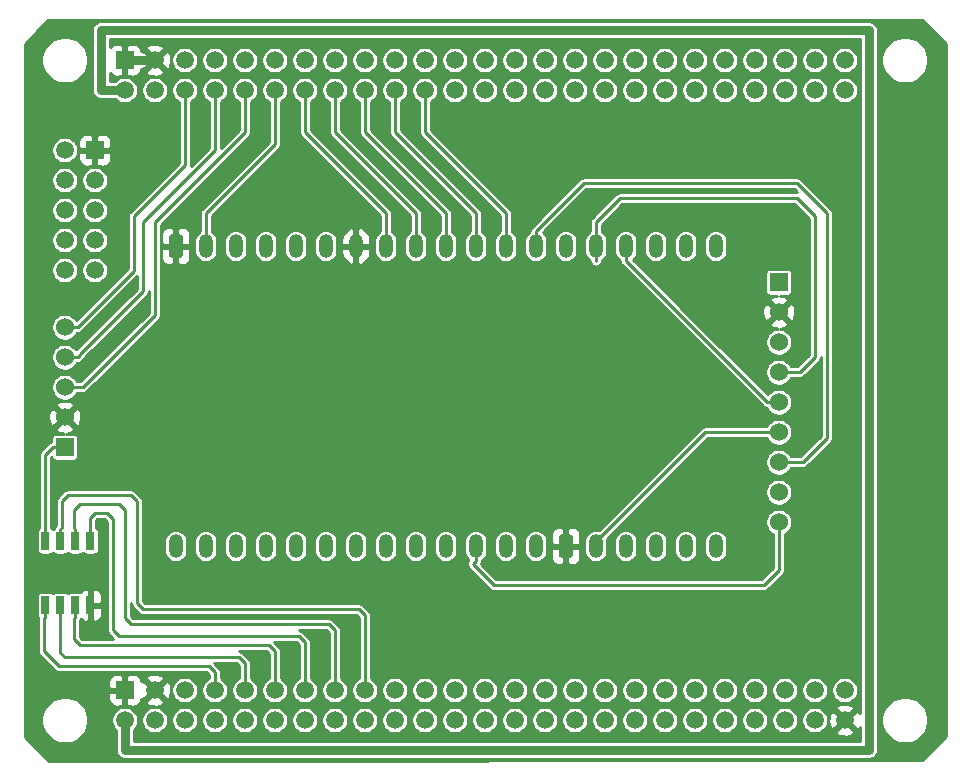
<source format=gtl>
G04 #@! TF.GenerationSoftware,KiCad,Pcbnew,5.1.5+dfsg1-2build2*
G04 #@! TF.CreationDate,2021-09-29T22:56:56-05:00*
G04 #@! TF.ProjectId,PDP_Shield,5044505f-5368-4696-956c-642e6b696361,v01*
G04 #@! TF.SameCoordinates,Original*
G04 #@! TF.FileFunction,Copper,L1,Top*
G04 #@! TF.FilePolarity,Positive*
%FSLAX46Y46*%
G04 Gerber Fmt 4.6, Leading zero omitted, Abs format (unit mm)*
G04 Created by KiCad (PCBNEW 5.1.5+dfsg1-2build2) date 2021-09-29 22:56:56*
%MOMM*%
%LPD*%
G04 APERTURE LIST*
%ADD10C,1.506220*%
%ADD11R,1.506220X1.506220*%
%ADD12C,0.100000*%
%ADD13O,1.200000X2.000000*%
%ADD14C,1.524000*%
%ADD15R,1.524000X1.524000*%
%ADD16R,0.700000X1.525000*%
%ADD17C,0.254000*%
%ADD18C,0.762000*%
G04 APERTURE END LIST*
D10*
X113030000Y-126746000D03*
X113030000Y-73406000D03*
X166370000Y-124206000D03*
X166370000Y-126746000D03*
X168910000Y-124206000D03*
X168910000Y-126746000D03*
X115570000Y-124206000D03*
X171450000Y-124206000D03*
X110490000Y-126746000D03*
X110490000Y-73406000D03*
X171450000Y-126746000D03*
D11*
X107950000Y-78486000D03*
D10*
X113030000Y-124206000D03*
D11*
X110490000Y-124206000D03*
D10*
X113030000Y-70866000D03*
D11*
X110490000Y-70866000D03*
D10*
X115570000Y-126746000D03*
X105410000Y-78486000D03*
X105410000Y-81026000D03*
X107950000Y-81026000D03*
X105410000Y-83566000D03*
X107950000Y-83566000D03*
X105410000Y-86106000D03*
X107950000Y-86106000D03*
X105410000Y-88646000D03*
X107950000Y-88646000D03*
X153670000Y-70866000D03*
X153670000Y-73406000D03*
X156210000Y-70866000D03*
X156210000Y-73406000D03*
X158750000Y-70866000D03*
X158750000Y-73406000D03*
X161290000Y-70866000D03*
X161290000Y-73406000D03*
X163830000Y-70866000D03*
X163830000Y-73406000D03*
X166370000Y-70866000D03*
X166370000Y-73406000D03*
X168910000Y-70866000D03*
X168910000Y-73406000D03*
X171450000Y-70866000D03*
X171450000Y-73406000D03*
X163830000Y-124206000D03*
X163830000Y-126746000D03*
X161290000Y-124206000D03*
X161290000Y-126746000D03*
X158750000Y-124206000D03*
X158750000Y-126746000D03*
X156210000Y-124206000D03*
X156210000Y-126746000D03*
X153670000Y-124206000D03*
X153670000Y-126746000D03*
X151130000Y-124206000D03*
X151130000Y-126746000D03*
X148590000Y-124206000D03*
X148590000Y-126746000D03*
X146050000Y-124206000D03*
X146050000Y-126746000D03*
X143510000Y-124206000D03*
X143510000Y-126746000D03*
X140970000Y-124206000D03*
X140970000Y-126746000D03*
X138430000Y-124206000D03*
X138430000Y-126746000D03*
X135890000Y-124206000D03*
X135890000Y-126746000D03*
X133350000Y-124206000D03*
X133350000Y-126746000D03*
X130810000Y-124206000D03*
X130810000Y-126746000D03*
X128270000Y-124206000D03*
X128270000Y-126746000D03*
X125730000Y-124206000D03*
X125730000Y-126746000D03*
X123190000Y-124206000D03*
X123190000Y-126746000D03*
X120650000Y-124206000D03*
X120650000Y-126746000D03*
X118110000Y-124206000D03*
X118110000Y-126746000D03*
X115570000Y-70866000D03*
X115570000Y-73406000D03*
X118110000Y-70866000D03*
X118110000Y-73406000D03*
X120650000Y-70866000D03*
X120650000Y-73406000D03*
X123190000Y-70866000D03*
X123190000Y-73406000D03*
X125730000Y-70866000D03*
X125730000Y-73406000D03*
X128270000Y-70866000D03*
X128270000Y-73406000D03*
X130810000Y-70866000D03*
X130810000Y-73406000D03*
X133350000Y-70866000D03*
X133350000Y-73406000D03*
X135890000Y-70866000D03*
X135890000Y-73406000D03*
X138430000Y-70866000D03*
X138430000Y-73406000D03*
X140970000Y-70866000D03*
X140970000Y-73406000D03*
X143510000Y-70866000D03*
X143510000Y-73406000D03*
X146050000Y-70866000D03*
X146050000Y-73406000D03*
X148590000Y-70866000D03*
X148590000Y-73406000D03*
X151130000Y-70866000D03*
X151130000Y-73406000D03*
G04 #@! TA.AperFunction,ComponentPad*
D12*
G36*
X115140125Y-85611765D02*
G01*
X115169247Y-85616084D01*
X115197805Y-85623238D01*
X115225525Y-85633156D01*
X115252139Y-85645744D01*
X115277391Y-85660879D01*
X115301038Y-85678417D01*
X115322852Y-85698188D01*
X115342623Y-85720002D01*
X115360161Y-85743649D01*
X115375296Y-85768901D01*
X115387884Y-85795515D01*
X115397802Y-85823235D01*
X115404956Y-85851793D01*
X115409275Y-85880915D01*
X115410720Y-85910320D01*
X115410720Y-87310320D01*
X115409275Y-87339725D01*
X115404956Y-87368847D01*
X115397802Y-87397405D01*
X115387884Y-87425125D01*
X115375296Y-87451739D01*
X115360161Y-87476991D01*
X115342623Y-87500638D01*
X115322852Y-87522452D01*
X115301038Y-87542223D01*
X115277391Y-87559761D01*
X115252139Y-87574896D01*
X115225525Y-87587484D01*
X115197805Y-87597402D01*
X115169247Y-87604556D01*
X115140125Y-87608875D01*
X115110720Y-87610320D01*
X114510720Y-87610320D01*
X114481315Y-87608875D01*
X114452193Y-87604556D01*
X114423635Y-87597402D01*
X114395915Y-87587484D01*
X114369301Y-87574896D01*
X114344049Y-87559761D01*
X114320402Y-87542223D01*
X114298588Y-87522452D01*
X114278817Y-87500638D01*
X114261279Y-87476991D01*
X114246144Y-87451739D01*
X114233556Y-87425125D01*
X114223638Y-87397405D01*
X114216484Y-87368847D01*
X114212165Y-87339725D01*
X114210720Y-87310320D01*
X114210720Y-85910320D01*
X114212165Y-85880915D01*
X114216484Y-85851793D01*
X114223638Y-85823235D01*
X114233556Y-85795515D01*
X114246144Y-85768901D01*
X114261279Y-85743649D01*
X114278817Y-85720002D01*
X114298588Y-85698188D01*
X114320402Y-85678417D01*
X114344049Y-85660879D01*
X114369301Y-85645744D01*
X114395915Y-85633156D01*
X114423635Y-85623238D01*
X114452193Y-85616084D01*
X114481315Y-85611765D01*
X114510720Y-85610320D01*
X115110720Y-85610320D01*
X115140125Y-85611765D01*
G37*
G04 #@! TD.AperFunction*
D13*
X117350720Y-86610320D03*
X119890720Y-86610320D03*
X122430720Y-86610320D03*
X124970720Y-86610320D03*
X127510720Y-86610320D03*
X130050720Y-86610320D03*
X132590720Y-86610320D03*
X135130720Y-86610320D03*
X137670720Y-86610320D03*
X140210720Y-86610320D03*
X142750720Y-86610320D03*
X145290720Y-86610320D03*
X147830720Y-86610320D03*
X150370720Y-86610320D03*
X152910720Y-86610320D03*
X155450720Y-86610320D03*
X157988000Y-86614000D03*
X160528000Y-86614000D03*
X160530720Y-112010320D03*
X157990720Y-112010320D03*
X155450720Y-112010320D03*
X152910720Y-112010320D03*
X150370720Y-112010320D03*
G04 #@! TA.AperFunction,ComponentPad*
D12*
G36*
X148160125Y-111011765D02*
G01*
X148189247Y-111016084D01*
X148217805Y-111023238D01*
X148245525Y-111033156D01*
X148272139Y-111045744D01*
X148297391Y-111060879D01*
X148321038Y-111078417D01*
X148342852Y-111098188D01*
X148362623Y-111120002D01*
X148380161Y-111143649D01*
X148395296Y-111168901D01*
X148407884Y-111195515D01*
X148417802Y-111223235D01*
X148424956Y-111251793D01*
X148429275Y-111280915D01*
X148430720Y-111310320D01*
X148430720Y-112710320D01*
X148429275Y-112739725D01*
X148424956Y-112768847D01*
X148417802Y-112797405D01*
X148407884Y-112825125D01*
X148395296Y-112851739D01*
X148380161Y-112876991D01*
X148362623Y-112900638D01*
X148342852Y-112922452D01*
X148321038Y-112942223D01*
X148297391Y-112959761D01*
X148272139Y-112974896D01*
X148245525Y-112987484D01*
X148217805Y-112997402D01*
X148189247Y-113004556D01*
X148160125Y-113008875D01*
X148130720Y-113010320D01*
X147530720Y-113010320D01*
X147501315Y-113008875D01*
X147472193Y-113004556D01*
X147443635Y-112997402D01*
X147415915Y-112987484D01*
X147389301Y-112974896D01*
X147364049Y-112959761D01*
X147340402Y-112942223D01*
X147318588Y-112922452D01*
X147298817Y-112900638D01*
X147281279Y-112876991D01*
X147266144Y-112851739D01*
X147253556Y-112825125D01*
X147243638Y-112797405D01*
X147236484Y-112768847D01*
X147232165Y-112739725D01*
X147230720Y-112710320D01*
X147230720Y-111310320D01*
X147232165Y-111280915D01*
X147236484Y-111251793D01*
X147243638Y-111223235D01*
X147253556Y-111195515D01*
X147266144Y-111168901D01*
X147281279Y-111143649D01*
X147298817Y-111120002D01*
X147318588Y-111098188D01*
X147340402Y-111078417D01*
X147364049Y-111060879D01*
X147389301Y-111045744D01*
X147415915Y-111033156D01*
X147443635Y-111023238D01*
X147472193Y-111016084D01*
X147501315Y-111011765D01*
X147530720Y-111010320D01*
X148130720Y-111010320D01*
X148160125Y-111011765D01*
G37*
G04 #@! TD.AperFunction*
D13*
X145290720Y-112010320D03*
X142750720Y-112010320D03*
X140210720Y-112010320D03*
X137670720Y-112010320D03*
X135130720Y-112010320D03*
X132590720Y-112010320D03*
X130050720Y-112010320D03*
X127510720Y-112010320D03*
X124970720Y-112010320D03*
X122430720Y-112010320D03*
X119890720Y-112010320D03*
X117350720Y-112010320D03*
X114810720Y-112010320D03*
D14*
X105410000Y-93472000D03*
X105410000Y-96012000D03*
X105410000Y-98552000D03*
X105410000Y-101092000D03*
D15*
X105410000Y-103632000D03*
D14*
X165862000Y-109982000D03*
X165862000Y-107442000D03*
X165862000Y-104902000D03*
X165862000Y-102362000D03*
X165862000Y-99822000D03*
X165862000Y-97282000D03*
X165862000Y-94742000D03*
X165862000Y-92202000D03*
D15*
X165862000Y-89662000D03*
D16*
X103759000Y-111588000D03*
X105029000Y-111588000D03*
X106299000Y-111588000D03*
X107569000Y-111588000D03*
X107569000Y-117012000D03*
X106299000Y-117012000D03*
X105029000Y-117012000D03*
X103759000Y-117012000D03*
D17*
X104394000Y-103632000D02*
X105410000Y-103632000D01*
X103759000Y-104267000D02*
X104394000Y-103632000D01*
X103759000Y-111588000D02*
X103759000Y-104267000D01*
D18*
X110490000Y-126746000D02*
X110490000Y-128778000D01*
X108458000Y-73406000D02*
X110490000Y-73406000D01*
X108458000Y-68326000D02*
X108458000Y-73406000D01*
X173482000Y-68326000D02*
X108458000Y-68326000D01*
X173482000Y-129286000D02*
X173482000Y-68326000D01*
X110490000Y-129286000D02*
X173482000Y-129286000D01*
X110490000Y-126746000D02*
X110490000Y-129286000D01*
X110490000Y-70866000D02*
X113030000Y-70866000D01*
D17*
X105029000Y-110571500D02*
X105029000Y-111588000D01*
X105156000Y-110444500D02*
X105029000Y-110571500D01*
X105156000Y-108204000D02*
X105156000Y-110444500D01*
X105664000Y-107696000D02*
X105156000Y-108204000D01*
X110998000Y-107696000D02*
X105664000Y-107696000D01*
X111506000Y-108204000D02*
X110998000Y-107696000D01*
X111506000Y-116840000D02*
X111506000Y-108204000D01*
X112014000Y-117348000D02*
X111506000Y-116840000D01*
X130302000Y-117348000D02*
X112014000Y-117348000D01*
X130810000Y-117856000D02*
X130302000Y-117348000D01*
X130810000Y-124206000D02*
X130810000Y-117856000D01*
X106299000Y-110571500D02*
X106172000Y-110444500D01*
X106299000Y-111588000D02*
X106299000Y-110571500D01*
X106172000Y-108966000D02*
X106680000Y-108458000D01*
X106172000Y-110444500D02*
X106172000Y-108966000D01*
X109982000Y-108458000D02*
X110490000Y-108966000D01*
X106680000Y-108458000D02*
X109982000Y-108458000D01*
X110490000Y-118110000D02*
X110998000Y-118618000D01*
X110490000Y-108966000D02*
X110490000Y-118110000D01*
X128270000Y-119126000D02*
X127762000Y-118618000D01*
X110998000Y-118618000D02*
X127762000Y-118618000D01*
X128270000Y-119126000D02*
X128270000Y-124206000D01*
X107569000Y-109601000D02*
X107950000Y-109220000D01*
X107569000Y-109601000D02*
X107569000Y-111588000D01*
X108966000Y-109220000D02*
X109474000Y-109728000D01*
X108966000Y-109220000D02*
X107950000Y-109220000D01*
X109474000Y-119126000D02*
X109982000Y-119634000D01*
X109474000Y-119126000D02*
X109474000Y-109728000D01*
X125730000Y-120142000D02*
X125222000Y-119634000D01*
X125222000Y-119634000D02*
X109982000Y-119634000D01*
X125730000Y-124206000D02*
X125730000Y-120142000D01*
X106299000Y-118028500D02*
X106172000Y-118155500D01*
X106299000Y-117012000D02*
X106299000Y-118028500D01*
X106172000Y-119888000D02*
X106680000Y-120396000D01*
X106172000Y-118155500D02*
X106172000Y-119888000D01*
X123190000Y-120904000D02*
X122682000Y-120396000D01*
X106680000Y-120396000D02*
X122682000Y-120396000D01*
X123190000Y-120904000D02*
X123190000Y-124206000D01*
X105029000Y-121031000D02*
X105410000Y-121412000D01*
X105029000Y-117012000D02*
X105029000Y-121031000D01*
X120650000Y-121920000D02*
X120142000Y-121412000D01*
X105410000Y-121412000D02*
X120142000Y-121412000D01*
X120650000Y-121920000D02*
X120650000Y-124206000D01*
X103759000Y-118028500D02*
X103632000Y-118155500D01*
X103759000Y-117012000D02*
X103759000Y-118028500D01*
X118110000Y-122682000D02*
X117602000Y-122174000D01*
X118110000Y-122682000D02*
X118110000Y-124206000D01*
X103632000Y-118155500D02*
X103632000Y-120904000D01*
X104902000Y-122174000D02*
X103632000Y-120904000D01*
X104902000Y-122174000D02*
X117602000Y-122174000D01*
X115570000Y-73406000D02*
X115570000Y-79756000D01*
X115570000Y-79756000D02*
X111252000Y-84074000D01*
X111252000Y-88707630D02*
X111252000Y-84074000D01*
X106487630Y-93472000D02*
X111252000Y-88707630D01*
X105410000Y-93472000D02*
X106487630Y-93472000D01*
X118110000Y-78486000D02*
X118110000Y-76962000D01*
X112014000Y-84582000D02*
X118110000Y-78486000D01*
X118110000Y-76962000D02*
X118110000Y-73406000D01*
X106487630Y-96012000D02*
X106680000Y-95819630D01*
X105410000Y-96012000D02*
X106487630Y-96012000D01*
X106680000Y-95758000D02*
X112014000Y-90424000D01*
X106680000Y-95819630D02*
X106680000Y-95758000D01*
X112014000Y-90424000D02*
X112014000Y-84582000D01*
X120650000Y-76962000D02*
X120650000Y-73406000D01*
X113030000Y-84582000D02*
X120650000Y-76962000D01*
X113030000Y-92456000D02*
X113030000Y-84582000D01*
X106934000Y-98552000D02*
X113030000Y-92456000D01*
X105410000Y-98552000D02*
X106934000Y-98552000D01*
X117350720Y-86610320D02*
X117350720Y-83822720D01*
X123190000Y-77983440D02*
X123190000Y-73406000D01*
X117350720Y-83822720D02*
X123190000Y-77983440D01*
X132590720Y-86610320D02*
X132590720Y-83822720D01*
X132590720Y-83822720D02*
X125730000Y-76962000D01*
X125730000Y-76962000D02*
X125730000Y-73406000D01*
X135130720Y-86610320D02*
X135130720Y-83822720D01*
X135130720Y-83822720D02*
X128270000Y-76962000D01*
X128270000Y-76962000D02*
X128270000Y-73406000D01*
X137670720Y-86610320D02*
X137670720Y-83822720D01*
X137670720Y-83822720D02*
X130810000Y-76962000D01*
X130810000Y-76962000D02*
X130810000Y-73406000D01*
X140210720Y-86610320D02*
X140210720Y-83822720D01*
X140210720Y-83822720D02*
X133350000Y-76962000D01*
X133350000Y-76962000D02*
X133350000Y-73406000D01*
X142750720Y-86610320D02*
X142750720Y-83822720D01*
X142750720Y-83822720D02*
X135890000Y-76962000D01*
X135890000Y-76962000D02*
X135890000Y-73406000D01*
X141732000Y-115316000D02*
X164592000Y-115316000D01*
X139954000Y-113538000D02*
X141732000Y-115316000D01*
X139954000Y-113521040D02*
X139954000Y-113538000D01*
X164592000Y-115316000D02*
X165862000Y-114046000D01*
X140210720Y-113264320D02*
X139954000Y-113521040D01*
X165862000Y-114046000D02*
X165862000Y-109982000D01*
X140210720Y-112010320D02*
X140210720Y-113264320D01*
X145290720Y-85356320D02*
X145290720Y-86610320D01*
X145542000Y-85105040D02*
X145290720Y-85356320D01*
X145542000Y-85090000D02*
X145542000Y-85105040D01*
X169926000Y-83820000D02*
X167386000Y-81280000D01*
X169926000Y-102870000D02*
X169926000Y-83820000D01*
X149352000Y-81280000D02*
X145542000Y-85090000D01*
X167386000Y-81280000D02*
X149352000Y-81280000D01*
X167894000Y-104902000D02*
X169926000Y-102870000D01*
X165862000Y-104902000D02*
X167894000Y-104902000D01*
X164784370Y-102362000D02*
X165862000Y-102362000D01*
X159619040Y-102362000D02*
X164784370Y-102362000D01*
X150370720Y-111610320D02*
X159619040Y-102362000D01*
X150370720Y-112010320D02*
X150370720Y-111610320D01*
X164868400Y-99822000D02*
X165862000Y-99822000D01*
X152910720Y-87864320D02*
X164868400Y-99822000D01*
X152910720Y-86610320D02*
X152910720Y-87864320D01*
X150370720Y-87864320D02*
X150368000Y-87867040D01*
X150370720Y-86610320D02*
X150370720Y-87864320D01*
X150370720Y-86610320D02*
X150370720Y-84584720D01*
X152405440Y-82550000D02*
X153670000Y-82550000D01*
X150370720Y-84584720D02*
X152405440Y-82550000D01*
X167386000Y-82550000D02*
X153162000Y-82550000D01*
X168910000Y-84074000D02*
X167386000Y-82550000D01*
X167640000Y-97282000D02*
X168910000Y-96012000D01*
X165862000Y-97282000D02*
X167640000Y-97282000D01*
X168910000Y-96012000D02*
X168910000Y-84074000D01*
X153162000Y-82550000D02*
X152908000Y-82550000D01*
X153670000Y-82550000D02*
X153162000Y-82550000D01*
G36*
X179984871Y-69530325D02*
G01*
X180010127Y-128125970D01*
X177963241Y-130150115D01*
X104053019Y-130200703D01*
X102006000Y-128176685D01*
X102006000Y-126550994D01*
X103430070Y-126550994D01*
X103430070Y-126941006D01*
X103506158Y-127323524D01*
X103655409Y-127683849D01*
X103872088Y-128008132D01*
X104147868Y-128283912D01*
X104472151Y-128500591D01*
X104832476Y-128649842D01*
X105214994Y-128725930D01*
X105605006Y-128725930D01*
X105987524Y-128649842D01*
X106347849Y-128500591D01*
X106672132Y-128283912D01*
X106947912Y-128008132D01*
X107164591Y-127683849D01*
X107313842Y-127323524D01*
X107389930Y-126941006D01*
X107389930Y-126550994D01*
X107313842Y-126168476D01*
X107164591Y-125808151D01*
X106947912Y-125483868D01*
X106672132Y-125208088D01*
X106347849Y-124991409D01*
X106269873Y-124959110D01*
X109098818Y-124959110D01*
X109111078Y-125083592D01*
X109147388Y-125203290D01*
X109206353Y-125313604D01*
X109285705Y-125410295D01*
X109382396Y-125489647D01*
X109492710Y-125548612D01*
X109612408Y-125584922D01*
X109736890Y-125597182D01*
X110204250Y-125594110D01*
X110363000Y-125435360D01*
X110363000Y-124333000D01*
X109260640Y-124333000D01*
X109101890Y-124491750D01*
X109098818Y-124959110D01*
X106269873Y-124959110D01*
X105987524Y-124842158D01*
X105605006Y-124766070D01*
X105214994Y-124766070D01*
X104832476Y-124842158D01*
X104472151Y-124991409D01*
X104147868Y-125208088D01*
X103872088Y-125483868D01*
X103655409Y-125808151D01*
X103506158Y-126168476D01*
X103430070Y-126550994D01*
X102006000Y-126550994D01*
X102006000Y-123452890D01*
X109098818Y-123452890D01*
X109101890Y-123920250D01*
X109260640Y-124079000D01*
X110363000Y-124079000D01*
X110363000Y-122976640D01*
X110617000Y-122976640D01*
X110617000Y-124079000D01*
X110637000Y-124079000D01*
X110637000Y-124333000D01*
X110617000Y-124333000D01*
X110617000Y-125435360D01*
X110775750Y-125594110D01*
X111243110Y-125597182D01*
X111367592Y-125584922D01*
X111487290Y-125548612D01*
X111597604Y-125489647D01*
X111694295Y-125410295D01*
X111773647Y-125313604D01*
X111832612Y-125203290D01*
X111844162Y-125165214D01*
X112250391Y-125165214D01*
X112316292Y-125404400D01*
X112563802Y-125520610D01*
X112829228Y-125586301D01*
X113102369Y-125598947D01*
X113372728Y-125558064D01*
X113629918Y-125465221D01*
X113743708Y-125404400D01*
X113809609Y-125165214D01*
X113030000Y-124385605D01*
X112250391Y-125165214D01*
X111844162Y-125165214D01*
X111868922Y-125083592D01*
X111881182Y-124959110D01*
X111881012Y-124933322D01*
X112070786Y-124985609D01*
X112850395Y-124206000D01*
X113209605Y-124206000D01*
X113989214Y-124985609D01*
X114228400Y-124919708D01*
X114344610Y-124672198D01*
X114410301Y-124406772D01*
X114422947Y-124133631D01*
X114417000Y-124094300D01*
X114435890Y-124094300D01*
X114435890Y-124317700D01*
X114479474Y-124536808D01*
X114564965Y-124743202D01*
X114689080Y-124928953D01*
X114847047Y-125086920D01*
X115032798Y-125211035D01*
X115239192Y-125296526D01*
X115458300Y-125340110D01*
X115681700Y-125340110D01*
X115900808Y-125296526D01*
X116107202Y-125211035D01*
X116292953Y-125086920D01*
X116450920Y-124928953D01*
X116575035Y-124743202D01*
X116660526Y-124536808D01*
X116704110Y-124317700D01*
X116704110Y-124094300D01*
X116660526Y-123875192D01*
X116575035Y-123668798D01*
X116450920Y-123483047D01*
X116292953Y-123325080D01*
X116107202Y-123200965D01*
X115900808Y-123115474D01*
X115681700Y-123071890D01*
X115458300Y-123071890D01*
X115239192Y-123115474D01*
X115032798Y-123200965D01*
X114847047Y-123325080D01*
X114689080Y-123483047D01*
X114564965Y-123668798D01*
X114479474Y-123875192D01*
X114435890Y-124094300D01*
X114417000Y-124094300D01*
X114382064Y-123863272D01*
X114289221Y-123606082D01*
X114228400Y-123492292D01*
X113989214Y-123426391D01*
X113209605Y-124206000D01*
X112850395Y-124206000D01*
X112070786Y-123426391D01*
X111881012Y-123478678D01*
X111881182Y-123452890D01*
X111868922Y-123328408D01*
X111844163Y-123246786D01*
X112250391Y-123246786D01*
X113030000Y-124026395D01*
X113809609Y-123246786D01*
X113743708Y-123007600D01*
X113496198Y-122891390D01*
X113230772Y-122825699D01*
X112957631Y-122813053D01*
X112687272Y-122853936D01*
X112430082Y-122946779D01*
X112316292Y-123007600D01*
X112250391Y-123246786D01*
X111844163Y-123246786D01*
X111832612Y-123208710D01*
X111773647Y-123098396D01*
X111694295Y-123001705D01*
X111597604Y-122922353D01*
X111487290Y-122863388D01*
X111367592Y-122827078D01*
X111243110Y-122814818D01*
X110775750Y-122817890D01*
X110617000Y-122976640D01*
X110363000Y-122976640D01*
X110204250Y-122817890D01*
X109736890Y-122814818D01*
X109612408Y-122827078D01*
X109492710Y-122863388D01*
X109382396Y-122922353D01*
X109285705Y-123001705D01*
X109206353Y-123098396D01*
X109147388Y-123208710D01*
X109111078Y-123328408D01*
X109098818Y-123452890D01*
X102006000Y-123452890D01*
X102006000Y-110825500D01*
X103026157Y-110825500D01*
X103026157Y-112350500D01*
X103033513Y-112425189D01*
X103055299Y-112497008D01*
X103090678Y-112563196D01*
X103138289Y-112621211D01*
X103196304Y-112668822D01*
X103262492Y-112704201D01*
X103334311Y-112725987D01*
X103409000Y-112733343D01*
X104109000Y-112733343D01*
X104183689Y-112725987D01*
X104255508Y-112704201D01*
X104321696Y-112668822D01*
X104379711Y-112621211D01*
X104394000Y-112603800D01*
X104408289Y-112621211D01*
X104466304Y-112668822D01*
X104532492Y-112704201D01*
X104604311Y-112725987D01*
X104679000Y-112733343D01*
X105379000Y-112733343D01*
X105453689Y-112725987D01*
X105525508Y-112704201D01*
X105591696Y-112668822D01*
X105649711Y-112621211D01*
X105664000Y-112603800D01*
X105678289Y-112621211D01*
X105736304Y-112668822D01*
X105802492Y-112704201D01*
X105874311Y-112725987D01*
X105949000Y-112733343D01*
X106649000Y-112733343D01*
X106723689Y-112725987D01*
X106795508Y-112704201D01*
X106861696Y-112668822D01*
X106919711Y-112621211D01*
X106934000Y-112603800D01*
X106948289Y-112621211D01*
X107006304Y-112668822D01*
X107072492Y-112704201D01*
X107144311Y-112725987D01*
X107219000Y-112733343D01*
X107919000Y-112733343D01*
X107993689Y-112725987D01*
X108065508Y-112704201D01*
X108131696Y-112668822D01*
X108189711Y-112621211D01*
X108237322Y-112563196D01*
X108272701Y-112497008D01*
X108294487Y-112425189D01*
X108301843Y-112350500D01*
X108301843Y-110825500D01*
X108294487Y-110750811D01*
X108272701Y-110678992D01*
X108237322Y-110612804D01*
X108189711Y-110554789D01*
X108131696Y-110507178D01*
X108077000Y-110477942D01*
X108077000Y-109811420D01*
X108160421Y-109728000D01*
X108755580Y-109728000D01*
X108966001Y-109938422D01*
X108966000Y-119101053D01*
X108963543Y-119126000D01*
X108966000Y-119150944D01*
X108966000Y-119150946D01*
X108973351Y-119225584D01*
X109002399Y-119321342D01*
X109049571Y-119409595D01*
X109113052Y-119486948D01*
X109132434Y-119502855D01*
X109517579Y-119888000D01*
X106890421Y-119888000D01*
X106680000Y-119677580D01*
X106680000Y-118365014D01*
X106723429Y-118312095D01*
X106769067Y-118226713D01*
X106864506Y-118305037D01*
X106974820Y-118364002D01*
X107094518Y-118400312D01*
X107219000Y-118412572D01*
X107283250Y-118409500D01*
X107442000Y-118250750D01*
X107442000Y-117139000D01*
X107696000Y-117139000D01*
X107696000Y-118250750D01*
X107854750Y-118409500D01*
X107919000Y-118412572D01*
X108043482Y-118400312D01*
X108163180Y-118364002D01*
X108273494Y-118305037D01*
X108370185Y-118225685D01*
X108449537Y-118128994D01*
X108508502Y-118018680D01*
X108544812Y-117898982D01*
X108557072Y-117774500D01*
X108554000Y-117297750D01*
X108395250Y-117139000D01*
X107696000Y-117139000D01*
X107442000Y-117139000D01*
X107422000Y-117139000D01*
X107422000Y-116885000D01*
X107442000Y-116885000D01*
X107442000Y-115773250D01*
X107696000Y-115773250D01*
X107696000Y-116885000D01*
X108395250Y-116885000D01*
X108554000Y-116726250D01*
X108557072Y-116249500D01*
X108544812Y-116125018D01*
X108508502Y-116005320D01*
X108449537Y-115895006D01*
X108370185Y-115798315D01*
X108273494Y-115718963D01*
X108163180Y-115659998D01*
X108043482Y-115623688D01*
X107919000Y-115611428D01*
X107854750Y-115614500D01*
X107696000Y-115773250D01*
X107442000Y-115773250D01*
X107283250Y-115614500D01*
X107219000Y-115611428D01*
X107094518Y-115623688D01*
X106974820Y-115659998D01*
X106864506Y-115718963D01*
X106767815Y-115798315D01*
X106707037Y-115872373D01*
X106649000Y-115866657D01*
X105949000Y-115866657D01*
X105874311Y-115874013D01*
X105802492Y-115895799D01*
X105736304Y-115931178D01*
X105678289Y-115978789D01*
X105664000Y-115996200D01*
X105649711Y-115978789D01*
X105591696Y-115931178D01*
X105525508Y-115895799D01*
X105453689Y-115874013D01*
X105379000Y-115866657D01*
X104679000Y-115866657D01*
X104604311Y-115874013D01*
X104532492Y-115895799D01*
X104466304Y-115931178D01*
X104408289Y-115978789D01*
X104394000Y-115996200D01*
X104379711Y-115978789D01*
X104321696Y-115931178D01*
X104255508Y-115895799D01*
X104183689Y-115874013D01*
X104109000Y-115866657D01*
X103409000Y-115866657D01*
X103334311Y-115874013D01*
X103262492Y-115895799D01*
X103196304Y-115931178D01*
X103138289Y-115978789D01*
X103090678Y-116036804D01*
X103055299Y-116102992D01*
X103033513Y-116174811D01*
X103026157Y-116249500D01*
X103026157Y-117774500D01*
X103033513Y-117849189D01*
X103055299Y-117921008D01*
X103090678Y-117987196D01*
X103135594Y-118041928D01*
X103131351Y-118055916D01*
X103124243Y-118128085D01*
X103121543Y-118155500D01*
X103124000Y-118180444D01*
X103124001Y-120879046D01*
X103121543Y-120904000D01*
X103129775Y-120987571D01*
X103131352Y-121003585D01*
X103140927Y-121035150D01*
X103160400Y-121099343D01*
X103207571Y-121187595D01*
X103231422Y-121216657D01*
X103271053Y-121264948D01*
X103290430Y-121280850D01*
X104525149Y-122515570D01*
X104541052Y-122534948D01*
X104560429Y-122550850D01*
X104618404Y-122598429D01*
X104706655Y-122645600D01*
X104706657Y-122645601D01*
X104802415Y-122674649D01*
X104877053Y-122682000D01*
X104877055Y-122682000D01*
X104901999Y-122684457D01*
X104926943Y-122682000D01*
X117391580Y-122682000D01*
X117602000Y-122892421D01*
X117602000Y-123188869D01*
X117572798Y-123200965D01*
X117387047Y-123325080D01*
X117229080Y-123483047D01*
X117104965Y-123668798D01*
X117019474Y-123875192D01*
X116975890Y-124094300D01*
X116975890Y-124317700D01*
X117019474Y-124536808D01*
X117104965Y-124743202D01*
X117229080Y-124928953D01*
X117387047Y-125086920D01*
X117572798Y-125211035D01*
X117779192Y-125296526D01*
X117998300Y-125340110D01*
X118221700Y-125340110D01*
X118440808Y-125296526D01*
X118647202Y-125211035D01*
X118832953Y-125086920D01*
X118990920Y-124928953D01*
X119115035Y-124743202D01*
X119200526Y-124536808D01*
X119244110Y-124317700D01*
X119244110Y-124094300D01*
X119200526Y-123875192D01*
X119115035Y-123668798D01*
X118990920Y-123483047D01*
X118832953Y-123325080D01*
X118647202Y-123200965D01*
X118618000Y-123188869D01*
X118618000Y-122706943D01*
X118620457Y-122681999D01*
X118616872Y-122645600D01*
X118610649Y-122582415D01*
X118581601Y-122486657D01*
X118566067Y-122457595D01*
X118534429Y-122398404D01*
X118486850Y-122340429D01*
X118470948Y-122321052D01*
X118451570Y-122305149D01*
X118066420Y-121920000D01*
X119931580Y-121920000D01*
X120142000Y-122130421D01*
X120142001Y-123188869D01*
X120112798Y-123200965D01*
X119927047Y-123325080D01*
X119769080Y-123483047D01*
X119644965Y-123668798D01*
X119559474Y-123875192D01*
X119515890Y-124094300D01*
X119515890Y-124317700D01*
X119559474Y-124536808D01*
X119644965Y-124743202D01*
X119769080Y-124928953D01*
X119927047Y-125086920D01*
X120112798Y-125211035D01*
X120319192Y-125296526D01*
X120538300Y-125340110D01*
X120761700Y-125340110D01*
X120980808Y-125296526D01*
X121187202Y-125211035D01*
X121372953Y-125086920D01*
X121530920Y-124928953D01*
X121655035Y-124743202D01*
X121740526Y-124536808D01*
X121784110Y-124317700D01*
X121784110Y-124094300D01*
X121740526Y-123875192D01*
X121655035Y-123668798D01*
X121530920Y-123483047D01*
X121372953Y-123325080D01*
X121187202Y-123200965D01*
X121158000Y-123188869D01*
X121158000Y-121944943D01*
X121160457Y-121919999D01*
X121156872Y-121883600D01*
X121150649Y-121820415D01*
X121121601Y-121724657D01*
X121106067Y-121695595D01*
X121074429Y-121636404D01*
X121026850Y-121578429D01*
X121010948Y-121559052D01*
X120991570Y-121543149D01*
X120518855Y-121070434D01*
X120502948Y-121051052D01*
X120425595Y-120987571D01*
X120337343Y-120940399D01*
X120241585Y-120911351D01*
X120166947Y-120904000D01*
X122471580Y-120904000D01*
X122682000Y-121114421D01*
X122682001Y-123188869D01*
X122652798Y-123200965D01*
X122467047Y-123325080D01*
X122309080Y-123483047D01*
X122184965Y-123668798D01*
X122099474Y-123875192D01*
X122055890Y-124094300D01*
X122055890Y-124317700D01*
X122099474Y-124536808D01*
X122184965Y-124743202D01*
X122309080Y-124928953D01*
X122467047Y-125086920D01*
X122652798Y-125211035D01*
X122859192Y-125296526D01*
X123078300Y-125340110D01*
X123301700Y-125340110D01*
X123520808Y-125296526D01*
X123727202Y-125211035D01*
X123912953Y-125086920D01*
X124070920Y-124928953D01*
X124195035Y-124743202D01*
X124280526Y-124536808D01*
X124324110Y-124317700D01*
X124324110Y-124094300D01*
X124280526Y-123875192D01*
X124195035Y-123668798D01*
X124070920Y-123483047D01*
X123912953Y-123325080D01*
X123727202Y-123200965D01*
X123698000Y-123188869D01*
X123698000Y-120928943D01*
X123700457Y-120903999D01*
X123696872Y-120867600D01*
X123690649Y-120804415D01*
X123661601Y-120708657D01*
X123646067Y-120679595D01*
X123614429Y-120620404D01*
X123566850Y-120562429D01*
X123550948Y-120543052D01*
X123531570Y-120527149D01*
X123146420Y-120142000D01*
X125011580Y-120142000D01*
X125222001Y-120352422D01*
X125222000Y-123188869D01*
X125192798Y-123200965D01*
X125007047Y-123325080D01*
X124849080Y-123483047D01*
X124724965Y-123668798D01*
X124639474Y-123875192D01*
X124595890Y-124094300D01*
X124595890Y-124317700D01*
X124639474Y-124536808D01*
X124724965Y-124743202D01*
X124849080Y-124928953D01*
X125007047Y-125086920D01*
X125192798Y-125211035D01*
X125399192Y-125296526D01*
X125618300Y-125340110D01*
X125841700Y-125340110D01*
X126060808Y-125296526D01*
X126267202Y-125211035D01*
X126452953Y-125086920D01*
X126610920Y-124928953D01*
X126735035Y-124743202D01*
X126820526Y-124536808D01*
X126864110Y-124317700D01*
X126864110Y-124094300D01*
X126820526Y-123875192D01*
X126735035Y-123668798D01*
X126610920Y-123483047D01*
X126452953Y-123325080D01*
X126267202Y-123200965D01*
X126238000Y-123188869D01*
X126238000Y-120166943D01*
X126240457Y-120141999D01*
X126236872Y-120105600D01*
X126230649Y-120042415D01*
X126201601Y-119946657D01*
X126186067Y-119917595D01*
X126154429Y-119858404D01*
X126106850Y-119800429D01*
X126090948Y-119781052D01*
X126071570Y-119765149D01*
X125598855Y-119292434D01*
X125582948Y-119273052D01*
X125505595Y-119209571D01*
X125417343Y-119162399D01*
X125321585Y-119133351D01*
X125246947Y-119126000D01*
X127551580Y-119126000D01*
X127762000Y-119336421D01*
X127762001Y-123188869D01*
X127732798Y-123200965D01*
X127547047Y-123325080D01*
X127389080Y-123483047D01*
X127264965Y-123668798D01*
X127179474Y-123875192D01*
X127135890Y-124094300D01*
X127135890Y-124317700D01*
X127179474Y-124536808D01*
X127264965Y-124743202D01*
X127389080Y-124928953D01*
X127547047Y-125086920D01*
X127732798Y-125211035D01*
X127939192Y-125296526D01*
X128158300Y-125340110D01*
X128381700Y-125340110D01*
X128600808Y-125296526D01*
X128807202Y-125211035D01*
X128992953Y-125086920D01*
X129150920Y-124928953D01*
X129275035Y-124743202D01*
X129360526Y-124536808D01*
X129404110Y-124317700D01*
X129404110Y-124094300D01*
X129360526Y-123875192D01*
X129275035Y-123668798D01*
X129150920Y-123483047D01*
X128992953Y-123325080D01*
X128807202Y-123200965D01*
X128778000Y-123188869D01*
X128778000Y-119150943D01*
X128780457Y-119125999D01*
X128776872Y-119089600D01*
X128770649Y-119026415D01*
X128741601Y-118930657D01*
X128726067Y-118901595D01*
X128694429Y-118842404D01*
X128646850Y-118784429D01*
X128630948Y-118765052D01*
X128611570Y-118749149D01*
X128138855Y-118276434D01*
X128122948Y-118257052D01*
X128045595Y-118193571D01*
X127957343Y-118146399D01*
X127861585Y-118117351D01*
X127786947Y-118110000D01*
X127786944Y-118110000D01*
X127762000Y-118107543D01*
X127737056Y-118110000D01*
X111208421Y-118110000D01*
X110998000Y-117899580D01*
X110998000Y-116864946D01*
X111005351Y-116939584D01*
X111034399Y-117035342D01*
X111081571Y-117123595D01*
X111145052Y-117200948D01*
X111164434Y-117216855D01*
X111637149Y-117689570D01*
X111653052Y-117708948D01*
X111672429Y-117724850D01*
X111730404Y-117772429D01*
X111808047Y-117813930D01*
X111818657Y-117819601D01*
X111914415Y-117848649D01*
X111989053Y-117856000D01*
X111989055Y-117856000D01*
X112013999Y-117858457D01*
X112038943Y-117856000D01*
X130091580Y-117856000D01*
X130302001Y-118066422D01*
X130302000Y-123188869D01*
X130272798Y-123200965D01*
X130087047Y-123325080D01*
X129929080Y-123483047D01*
X129804965Y-123668798D01*
X129719474Y-123875192D01*
X129675890Y-124094300D01*
X129675890Y-124317700D01*
X129719474Y-124536808D01*
X129804965Y-124743202D01*
X129929080Y-124928953D01*
X130087047Y-125086920D01*
X130272798Y-125211035D01*
X130479192Y-125296526D01*
X130698300Y-125340110D01*
X130921700Y-125340110D01*
X131140808Y-125296526D01*
X131347202Y-125211035D01*
X131532953Y-125086920D01*
X131690920Y-124928953D01*
X131815035Y-124743202D01*
X131900526Y-124536808D01*
X131944110Y-124317700D01*
X131944110Y-124094300D01*
X132215890Y-124094300D01*
X132215890Y-124317700D01*
X132259474Y-124536808D01*
X132344965Y-124743202D01*
X132469080Y-124928953D01*
X132627047Y-125086920D01*
X132812798Y-125211035D01*
X133019192Y-125296526D01*
X133238300Y-125340110D01*
X133461700Y-125340110D01*
X133680808Y-125296526D01*
X133887202Y-125211035D01*
X134072953Y-125086920D01*
X134230920Y-124928953D01*
X134355035Y-124743202D01*
X134440526Y-124536808D01*
X134484110Y-124317700D01*
X134484110Y-124094300D01*
X134755890Y-124094300D01*
X134755890Y-124317700D01*
X134799474Y-124536808D01*
X134884965Y-124743202D01*
X135009080Y-124928953D01*
X135167047Y-125086920D01*
X135352798Y-125211035D01*
X135559192Y-125296526D01*
X135778300Y-125340110D01*
X136001700Y-125340110D01*
X136220808Y-125296526D01*
X136427202Y-125211035D01*
X136612953Y-125086920D01*
X136770920Y-124928953D01*
X136895035Y-124743202D01*
X136980526Y-124536808D01*
X137024110Y-124317700D01*
X137024110Y-124094300D01*
X137295890Y-124094300D01*
X137295890Y-124317700D01*
X137339474Y-124536808D01*
X137424965Y-124743202D01*
X137549080Y-124928953D01*
X137707047Y-125086920D01*
X137892798Y-125211035D01*
X138099192Y-125296526D01*
X138318300Y-125340110D01*
X138541700Y-125340110D01*
X138760808Y-125296526D01*
X138967202Y-125211035D01*
X139152953Y-125086920D01*
X139310920Y-124928953D01*
X139435035Y-124743202D01*
X139520526Y-124536808D01*
X139564110Y-124317700D01*
X139564110Y-124094300D01*
X139835890Y-124094300D01*
X139835890Y-124317700D01*
X139879474Y-124536808D01*
X139964965Y-124743202D01*
X140089080Y-124928953D01*
X140247047Y-125086920D01*
X140432798Y-125211035D01*
X140639192Y-125296526D01*
X140858300Y-125340110D01*
X141081700Y-125340110D01*
X141300808Y-125296526D01*
X141507202Y-125211035D01*
X141692953Y-125086920D01*
X141850920Y-124928953D01*
X141975035Y-124743202D01*
X142060526Y-124536808D01*
X142104110Y-124317700D01*
X142104110Y-124094300D01*
X142375890Y-124094300D01*
X142375890Y-124317700D01*
X142419474Y-124536808D01*
X142504965Y-124743202D01*
X142629080Y-124928953D01*
X142787047Y-125086920D01*
X142972798Y-125211035D01*
X143179192Y-125296526D01*
X143398300Y-125340110D01*
X143621700Y-125340110D01*
X143840808Y-125296526D01*
X144047202Y-125211035D01*
X144232953Y-125086920D01*
X144390920Y-124928953D01*
X144515035Y-124743202D01*
X144600526Y-124536808D01*
X144644110Y-124317700D01*
X144644110Y-124094300D01*
X144915890Y-124094300D01*
X144915890Y-124317700D01*
X144959474Y-124536808D01*
X145044965Y-124743202D01*
X145169080Y-124928953D01*
X145327047Y-125086920D01*
X145512798Y-125211035D01*
X145719192Y-125296526D01*
X145938300Y-125340110D01*
X146161700Y-125340110D01*
X146380808Y-125296526D01*
X146587202Y-125211035D01*
X146772953Y-125086920D01*
X146930920Y-124928953D01*
X147055035Y-124743202D01*
X147140526Y-124536808D01*
X147184110Y-124317700D01*
X147184110Y-124094300D01*
X147455890Y-124094300D01*
X147455890Y-124317700D01*
X147499474Y-124536808D01*
X147584965Y-124743202D01*
X147709080Y-124928953D01*
X147867047Y-125086920D01*
X148052798Y-125211035D01*
X148259192Y-125296526D01*
X148478300Y-125340110D01*
X148701700Y-125340110D01*
X148920808Y-125296526D01*
X149127202Y-125211035D01*
X149312953Y-125086920D01*
X149470920Y-124928953D01*
X149595035Y-124743202D01*
X149680526Y-124536808D01*
X149724110Y-124317700D01*
X149724110Y-124094300D01*
X149995890Y-124094300D01*
X149995890Y-124317700D01*
X150039474Y-124536808D01*
X150124965Y-124743202D01*
X150249080Y-124928953D01*
X150407047Y-125086920D01*
X150592798Y-125211035D01*
X150799192Y-125296526D01*
X151018300Y-125340110D01*
X151241700Y-125340110D01*
X151460808Y-125296526D01*
X151667202Y-125211035D01*
X151852953Y-125086920D01*
X152010920Y-124928953D01*
X152135035Y-124743202D01*
X152220526Y-124536808D01*
X152264110Y-124317700D01*
X152264110Y-124094300D01*
X152535890Y-124094300D01*
X152535890Y-124317700D01*
X152579474Y-124536808D01*
X152664965Y-124743202D01*
X152789080Y-124928953D01*
X152947047Y-125086920D01*
X153132798Y-125211035D01*
X153339192Y-125296526D01*
X153558300Y-125340110D01*
X153781700Y-125340110D01*
X154000808Y-125296526D01*
X154207202Y-125211035D01*
X154392953Y-125086920D01*
X154550920Y-124928953D01*
X154675035Y-124743202D01*
X154760526Y-124536808D01*
X154804110Y-124317700D01*
X154804110Y-124094300D01*
X155075890Y-124094300D01*
X155075890Y-124317700D01*
X155119474Y-124536808D01*
X155204965Y-124743202D01*
X155329080Y-124928953D01*
X155487047Y-125086920D01*
X155672798Y-125211035D01*
X155879192Y-125296526D01*
X156098300Y-125340110D01*
X156321700Y-125340110D01*
X156540808Y-125296526D01*
X156747202Y-125211035D01*
X156932953Y-125086920D01*
X157090920Y-124928953D01*
X157215035Y-124743202D01*
X157300526Y-124536808D01*
X157344110Y-124317700D01*
X157344110Y-124094300D01*
X157615890Y-124094300D01*
X157615890Y-124317700D01*
X157659474Y-124536808D01*
X157744965Y-124743202D01*
X157869080Y-124928953D01*
X158027047Y-125086920D01*
X158212798Y-125211035D01*
X158419192Y-125296526D01*
X158638300Y-125340110D01*
X158861700Y-125340110D01*
X159080808Y-125296526D01*
X159287202Y-125211035D01*
X159472953Y-125086920D01*
X159630920Y-124928953D01*
X159755035Y-124743202D01*
X159840526Y-124536808D01*
X159884110Y-124317700D01*
X159884110Y-124094300D01*
X160155890Y-124094300D01*
X160155890Y-124317700D01*
X160199474Y-124536808D01*
X160284965Y-124743202D01*
X160409080Y-124928953D01*
X160567047Y-125086920D01*
X160752798Y-125211035D01*
X160959192Y-125296526D01*
X161178300Y-125340110D01*
X161401700Y-125340110D01*
X161620808Y-125296526D01*
X161827202Y-125211035D01*
X162012953Y-125086920D01*
X162170920Y-124928953D01*
X162295035Y-124743202D01*
X162380526Y-124536808D01*
X162424110Y-124317700D01*
X162424110Y-124094300D01*
X162695890Y-124094300D01*
X162695890Y-124317700D01*
X162739474Y-124536808D01*
X162824965Y-124743202D01*
X162949080Y-124928953D01*
X163107047Y-125086920D01*
X163292798Y-125211035D01*
X163499192Y-125296526D01*
X163718300Y-125340110D01*
X163941700Y-125340110D01*
X164160808Y-125296526D01*
X164367202Y-125211035D01*
X164552953Y-125086920D01*
X164710920Y-124928953D01*
X164835035Y-124743202D01*
X164920526Y-124536808D01*
X164964110Y-124317700D01*
X164964110Y-124094300D01*
X165235890Y-124094300D01*
X165235890Y-124317700D01*
X165279474Y-124536808D01*
X165364965Y-124743202D01*
X165489080Y-124928953D01*
X165647047Y-125086920D01*
X165832798Y-125211035D01*
X166039192Y-125296526D01*
X166258300Y-125340110D01*
X166481700Y-125340110D01*
X166700808Y-125296526D01*
X166907202Y-125211035D01*
X167092953Y-125086920D01*
X167250920Y-124928953D01*
X167375035Y-124743202D01*
X167460526Y-124536808D01*
X167504110Y-124317700D01*
X167504110Y-124094300D01*
X167775890Y-124094300D01*
X167775890Y-124317700D01*
X167819474Y-124536808D01*
X167904965Y-124743202D01*
X168029080Y-124928953D01*
X168187047Y-125086920D01*
X168372798Y-125211035D01*
X168579192Y-125296526D01*
X168798300Y-125340110D01*
X169021700Y-125340110D01*
X169240808Y-125296526D01*
X169447202Y-125211035D01*
X169632953Y-125086920D01*
X169790920Y-124928953D01*
X169915035Y-124743202D01*
X170000526Y-124536808D01*
X170044110Y-124317700D01*
X170044110Y-124094300D01*
X170315890Y-124094300D01*
X170315890Y-124317700D01*
X170359474Y-124536808D01*
X170444965Y-124743202D01*
X170569080Y-124928953D01*
X170727047Y-125086920D01*
X170912798Y-125211035D01*
X171119192Y-125296526D01*
X171338300Y-125340110D01*
X171561700Y-125340110D01*
X171780808Y-125296526D01*
X171987202Y-125211035D01*
X172172953Y-125086920D01*
X172330920Y-124928953D01*
X172455035Y-124743202D01*
X172540526Y-124536808D01*
X172584110Y-124317700D01*
X172584110Y-124094300D01*
X172540526Y-123875192D01*
X172455035Y-123668798D01*
X172330920Y-123483047D01*
X172172953Y-123325080D01*
X171987202Y-123200965D01*
X171780808Y-123115474D01*
X171561700Y-123071890D01*
X171338300Y-123071890D01*
X171119192Y-123115474D01*
X170912798Y-123200965D01*
X170727047Y-123325080D01*
X170569080Y-123483047D01*
X170444965Y-123668798D01*
X170359474Y-123875192D01*
X170315890Y-124094300D01*
X170044110Y-124094300D01*
X170000526Y-123875192D01*
X169915035Y-123668798D01*
X169790920Y-123483047D01*
X169632953Y-123325080D01*
X169447202Y-123200965D01*
X169240808Y-123115474D01*
X169021700Y-123071890D01*
X168798300Y-123071890D01*
X168579192Y-123115474D01*
X168372798Y-123200965D01*
X168187047Y-123325080D01*
X168029080Y-123483047D01*
X167904965Y-123668798D01*
X167819474Y-123875192D01*
X167775890Y-124094300D01*
X167504110Y-124094300D01*
X167460526Y-123875192D01*
X167375035Y-123668798D01*
X167250920Y-123483047D01*
X167092953Y-123325080D01*
X166907202Y-123200965D01*
X166700808Y-123115474D01*
X166481700Y-123071890D01*
X166258300Y-123071890D01*
X166039192Y-123115474D01*
X165832798Y-123200965D01*
X165647047Y-123325080D01*
X165489080Y-123483047D01*
X165364965Y-123668798D01*
X165279474Y-123875192D01*
X165235890Y-124094300D01*
X164964110Y-124094300D01*
X164920526Y-123875192D01*
X164835035Y-123668798D01*
X164710920Y-123483047D01*
X164552953Y-123325080D01*
X164367202Y-123200965D01*
X164160808Y-123115474D01*
X163941700Y-123071890D01*
X163718300Y-123071890D01*
X163499192Y-123115474D01*
X163292798Y-123200965D01*
X163107047Y-123325080D01*
X162949080Y-123483047D01*
X162824965Y-123668798D01*
X162739474Y-123875192D01*
X162695890Y-124094300D01*
X162424110Y-124094300D01*
X162380526Y-123875192D01*
X162295035Y-123668798D01*
X162170920Y-123483047D01*
X162012953Y-123325080D01*
X161827202Y-123200965D01*
X161620808Y-123115474D01*
X161401700Y-123071890D01*
X161178300Y-123071890D01*
X160959192Y-123115474D01*
X160752798Y-123200965D01*
X160567047Y-123325080D01*
X160409080Y-123483047D01*
X160284965Y-123668798D01*
X160199474Y-123875192D01*
X160155890Y-124094300D01*
X159884110Y-124094300D01*
X159840526Y-123875192D01*
X159755035Y-123668798D01*
X159630920Y-123483047D01*
X159472953Y-123325080D01*
X159287202Y-123200965D01*
X159080808Y-123115474D01*
X158861700Y-123071890D01*
X158638300Y-123071890D01*
X158419192Y-123115474D01*
X158212798Y-123200965D01*
X158027047Y-123325080D01*
X157869080Y-123483047D01*
X157744965Y-123668798D01*
X157659474Y-123875192D01*
X157615890Y-124094300D01*
X157344110Y-124094300D01*
X157300526Y-123875192D01*
X157215035Y-123668798D01*
X157090920Y-123483047D01*
X156932953Y-123325080D01*
X156747202Y-123200965D01*
X156540808Y-123115474D01*
X156321700Y-123071890D01*
X156098300Y-123071890D01*
X155879192Y-123115474D01*
X155672798Y-123200965D01*
X155487047Y-123325080D01*
X155329080Y-123483047D01*
X155204965Y-123668798D01*
X155119474Y-123875192D01*
X155075890Y-124094300D01*
X154804110Y-124094300D01*
X154760526Y-123875192D01*
X154675035Y-123668798D01*
X154550920Y-123483047D01*
X154392953Y-123325080D01*
X154207202Y-123200965D01*
X154000808Y-123115474D01*
X153781700Y-123071890D01*
X153558300Y-123071890D01*
X153339192Y-123115474D01*
X153132798Y-123200965D01*
X152947047Y-123325080D01*
X152789080Y-123483047D01*
X152664965Y-123668798D01*
X152579474Y-123875192D01*
X152535890Y-124094300D01*
X152264110Y-124094300D01*
X152220526Y-123875192D01*
X152135035Y-123668798D01*
X152010920Y-123483047D01*
X151852953Y-123325080D01*
X151667202Y-123200965D01*
X151460808Y-123115474D01*
X151241700Y-123071890D01*
X151018300Y-123071890D01*
X150799192Y-123115474D01*
X150592798Y-123200965D01*
X150407047Y-123325080D01*
X150249080Y-123483047D01*
X150124965Y-123668798D01*
X150039474Y-123875192D01*
X149995890Y-124094300D01*
X149724110Y-124094300D01*
X149680526Y-123875192D01*
X149595035Y-123668798D01*
X149470920Y-123483047D01*
X149312953Y-123325080D01*
X149127202Y-123200965D01*
X148920808Y-123115474D01*
X148701700Y-123071890D01*
X148478300Y-123071890D01*
X148259192Y-123115474D01*
X148052798Y-123200965D01*
X147867047Y-123325080D01*
X147709080Y-123483047D01*
X147584965Y-123668798D01*
X147499474Y-123875192D01*
X147455890Y-124094300D01*
X147184110Y-124094300D01*
X147140526Y-123875192D01*
X147055035Y-123668798D01*
X146930920Y-123483047D01*
X146772953Y-123325080D01*
X146587202Y-123200965D01*
X146380808Y-123115474D01*
X146161700Y-123071890D01*
X145938300Y-123071890D01*
X145719192Y-123115474D01*
X145512798Y-123200965D01*
X145327047Y-123325080D01*
X145169080Y-123483047D01*
X145044965Y-123668798D01*
X144959474Y-123875192D01*
X144915890Y-124094300D01*
X144644110Y-124094300D01*
X144600526Y-123875192D01*
X144515035Y-123668798D01*
X144390920Y-123483047D01*
X144232953Y-123325080D01*
X144047202Y-123200965D01*
X143840808Y-123115474D01*
X143621700Y-123071890D01*
X143398300Y-123071890D01*
X143179192Y-123115474D01*
X142972798Y-123200965D01*
X142787047Y-123325080D01*
X142629080Y-123483047D01*
X142504965Y-123668798D01*
X142419474Y-123875192D01*
X142375890Y-124094300D01*
X142104110Y-124094300D01*
X142060526Y-123875192D01*
X141975035Y-123668798D01*
X141850920Y-123483047D01*
X141692953Y-123325080D01*
X141507202Y-123200965D01*
X141300808Y-123115474D01*
X141081700Y-123071890D01*
X140858300Y-123071890D01*
X140639192Y-123115474D01*
X140432798Y-123200965D01*
X140247047Y-123325080D01*
X140089080Y-123483047D01*
X139964965Y-123668798D01*
X139879474Y-123875192D01*
X139835890Y-124094300D01*
X139564110Y-124094300D01*
X139520526Y-123875192D01*
X139435035Y-123668798D01*
X139310920Y-123483047D01*
X139152953Y-123325080D01*
X138967202Y-123200965D01*
X138760808Y-123115474D01*
X138541700Y-123071890D01*
X138318300Y-123071890D01*
X138099192Y-123115474D01*
X137892798Y-123200965D01*
X137707047Y-123325080D01*
X137549080Y-123483047D01*
X137424965Y-123668798D01*
X137339474Y-123875192D01*
X137295890Y-124094300D01*
X137024110Y-124094300D01*
X136980526Y-123875192D01*
X136895035Y-123668798D01*
X136770920Y-123483047D01*
X136612953Y-123325080D01*
X136427202Y-123200965D01*
X136220808Y-123115474D01*
X136001700Y-123071890D01*
X135778300Y-123071890D01*
X135559192Y-123115474D01*
X135352798Y-123200965D01*
X135167047Y-123325080D01*
X135009080Y-123483047D01*
X134884965Y-123668798D01*
X134799474Y-123875192D01*
X134755890Y-124094300D01*
X134484110Y-124094300D01*
X134440526Y-123875192D01*
X134355035Y-123668798D01*
X134230920Y-123483047D01*
X134072953Y-123325080D01*
X133887202Y-123200965D01*
X133680808Y-123115474D01*
X133461700Y-123071890D01*
X133238300Y-123071890D01*
X133019192Y-123115474D01*
X132812798Y-123200965D01*
X132627047Y-123325080D01*
X132469080Y-123483047D01*
X132344965Y-123668798D01*
X132259474Y-123875192D01*
X132215890Y-124094300D01*
X131944110Y-124094300D01*
X131900526Y-123875192D01*
X131815035Y-123668798D01*
X131690920Y-123483047D01*
X131532953Y-123325080D01*
X131347202Y-123200965D01*
X131318000Y-123188869D01*
X131318000Y-117880943D01*
X131320457Y-117855999D01*
X131316872Y-117819600D01*
X131310649Y-117756415D01*
X131281601Y-117660657D01*
X131266067Y-117631595D01*
X131234429Y-117572404D01*
X131186850Y-117514429D01*
X131170948Y-117495052D01*
X131151570Y-117479149D01*
X130678855Y-117006434D01*
X130662948Y-116987052D01*
X130585595Y-116923571D01*
X130497343Y-116876399D01*
X130401585Y-116847351D01*
X130326947Y-116840000D01*
X130326944Y-116840000D01*
X130302000Y-116837543D01*
X130277056Y-116840000D01*
X112224421Y-116840000D01*
X112014000Y-116629580D01*
X112014000Y-111562134D01*
X113829720Y-111562134D01*
X113829720Y-112458507D01*
X113843916Y-112602630D01*
X113900010Y-112787549D01*
X113991103Y-112957971D01*
X114113693Y-113107348D01*
X114263070Y-113229938D01*
X114433492Y-113321031D01*
X114618411Y-113377125D01*
X114810720Y-113396066D01*
X115003030Y-113377125D01*
X115187949Y-113321031D01*
X115358371Y-113229938D01*
X115507748Y-113107348D01*
X115630338Y-112957971D01*
X115721431Y-112787549D01*
X115777525Y-112602629D01*
X115791720Y-112458506D01*
X115791720Y-111562134D01*
X116369720Y-111562134D01*
X116369720Y-112458507D01*
X116383916Y-112602630D01*
X116440010Y-112787549D01*
X116531103Y-112957971D01*
X116653693Y-113107348D01*
X116803070Y-113229938D01*
X116973492Y-113321031D01*
X117158411Y-113377125D01*
X117350720Y-113396066D01*
X117543030Y-113377125D01*
X117727949Y-113321031D01*
X117898371Y-113229938D01*
X118047748Y-113107348D01*
X118170338Y-112957971D01*
X118261431Y-112787549D01*
X118317525Y-112602629D01*
X118331720Y-112458506D01*
X118331720Y-111562134D01*
X118909720Y-111562134D01*
X118909720Y-112458507D01*
X118923916Y-112602630D01*
X118980010Y-112787549D01*
X119071103Y-112957971D01*
X119193693Y-113107348D01*
X119343070Y-113229938D01*
X119513492Y-113321031D01*
X119698411Y-113377125D01*
X119890720Y-113396066D01*
X120083030Y-113377125D01*
X120267949Y-113321031D01*
X120438371Y-113229938D01*
X120587748Y-113107348D01*
X120710338Y-112957971D01*
X120801431Y-112787549D01*
X120857525Y-112602629D01*
X120871720Y-112458506D01*
X120871720Y-111562134D01*
X121449720Y-111562134D01*
X121449720Y-112458507D01*
X121463916Y-112602630D01*
X121520010Y-112787549D01*
X121611103Y-112957971D01*
X121733693Y-113107348D01*
X121883070Y-113229938D01*
X122053492Y-113321031D01*
X122238411Y-113377125D01*
X122430720Y-113396066D01*
X122623030Y-113377125D01*
X122807949Y-113321031D01*
X122978371Y-113229938D01*
X123127748Y-113107348D01*
X123250338Y-112957971D01*
X123341431Y-112787549D01*
X123397525Y-112602629D01*
X123411720Y-112458506D01*
X123411720Y-111562134D01*
X123989720Y-111562134D01*
X123989720Y-112458507D01*
X124003916Y-112602630D01*
X124060010Y-112787549D01*
X124151103Y-112957971D01*
X124273693Y-113107348D01*
X124423070Y-113229938D01*
X124593492Y-113321031D01*
X124778411Y-113377125D01*
X124970720Y-113396066D01*
X125163030Y-113377125D01*
X125347949Y-113321031D01*
X125518371Y-113229938D01*
X125667748Y-113107348D01*
X125790338Y-112957971D01*
X125881431Y-112787549D01*
X125937525Y-112602629D01*
X125951720Y-112458506D01*
X125951720Y-111562134D01*
X126529720Y-111562134D01*
X126529720Y-112458507D01*
X126543916Y-112602630D01*
X126600010Y-112787549D01*
X126691103Y-112957971D01*
X126813693Y-113107348D01*
X126963070Y-113229938D01*
X127133492Y-113321031D01*
X127318411Y-113377125D01*
X127510720Y-113396066D01*
X127703030Y-113377125D01*
X127887949Y-113321031D01*
X128058371Y-113229938D01*
X128207748Y-113107348D01*
X128330338Y-112957971D01*
X128421431Y-112787549D01*
X128477525Y-112602629D01*
X128491720Y-112458506D01*
X128491720Y-111562134D01*
X129069720Y-111562134D01*
X129069720Y-112458507D01*
X129083916Y-112602630D01*
X129140010Y-112787549D01*
X129231103Y-112957971D01*
X129353693Y-113107348D01*
X129503070Y-113229938D01*
X129673492Y-113321031D01*
X129858411Y-113377125D01*
X130050720Y-113396066D01*
X130243030Y-113377125D01*
X130427949Y-113321031D01*
X130598371Y-113229938D01*
X130747748Y-113107348D01*
X130870338Y-112957971D01*
X130961431Y-112787549D01*
X131017525Y-112602629D01*
X131031720Y-112458506D01*
X131031720Y-111562134D01*
X131609720Y-111562134D01*
X131609720Y-112458507D01*
X131623916Y-112602630D01*
X131680010Y-112787549D01*
X131771103Y-112957971D01*
X131893693Y-113107348D01*
X132043070Y-113229938D01*
X132213492Y-113321031D01*
X132398411Y-113377125D01*
X132590720Y-113396066D01*
X132783030Y-113377125D01*
X132967949Y-113321031D01*
X133138371Y-113229938D01*
X133287748Y-113107348D01*
X133410338Y-112957971D01*
X133501431Y-112787549D01*
X133557525Y-112602629D01*
X133571720Y-112458506D01*
X133571720Y-111562134D01*
X134149720Y-111562134D01*
X134149720Y-112458507D01*
X134163916Y-112602630D01*
X134220010Y-112787549D01*
X134311103Y-112957971D01*
X134433693Y-113107348D01*
X134583070Y-113229938D01*
X134753492Y-113321031D01*
X134938411Y-113377125D01*
X135130720Y-113396066D01*
X135323030Y-113377125D01*
X135507949Y-113321031D01*
X135678371Y-113229938D01*
X135827748Y-113107348D01*
X135950338Y-112957971D01*
X136041431Y-112787549D01*
X136097525Y-112602629D01*
X136111720Y-112458506D01*
X136111720Y-111562134D01*
X136689720Y-111562134D01*
X136689720Y-112458507D01*
X136703916Y-112602630D01*
X136760010Y-112787549D01*
X136851103Y-112957971D01*
X136973693Y-113107348D01*
X137123070Y-113229938D01*
X137293492Y-113321031D01*
X137478411Y-113377125D01*
X137670720Y-113396066D01*
X137863030Y-113377125D01*
X138047949Y-113321031D01*
X138218371Y-113229938D01*
X138367748Y-113107348D01*
X138490338Y-112957971D01*
X138581431Y-112787549D01*
X138637525Y-112602629D01*
X138651720Y-112458506D01*
X138651720Y-111562134D01*
X139229720Y-111562134D01*
X139229720Y-112458507D01*
X139243916Y-112602630D01*
X139300010Y-112787549D01*
X139391103Y-112957971D01*
X139513693Y-113107348D01*
X139586979Y-113167492D01*
X139529571Y-113237445D01*
X139482399Y-113325698D01*
X139453351Y-113421456D01*
X139449407Y-113461505D01*
X139443543Y-113521040D01*
X139444378Y-113529520D01*
X139443543Y-113538000D01*
X139446000Y-113562944D01*
X139446000Y-113562947D01*
X139453351Y-113637585D01*
X139482399Y-113733343D01*
X139529571Y-113821595D01*
X139593052Y-113898948D01*
X139612435Y-113914855D01*
X141355145Y-115657565D01*
X141371052Y-115676948D01*
X141448405Y-115740429D01*
X141536657Y-115787601D01*
X141632415Y-115816649D01*
X141707053Y-115824000D01*
X141707056Y-115824000D01*
X141732000Y-115826457D01*
X141756944Y-115824000D01*
X164567056Y-115824000D01*
X164592000Y-115826457D01*
X164616944Y-115824000D01*
X164616947Y-115824000D01*
X164691585Y-115816649D01*
X164787343Y-115787601D01*
X164875595Y-115740429D01*
X164952948Y-115676948D01*
X164968855Y-115657565D01*
X166203571Y-114422850D01*
X166222948Y-114406948D01*
X166241624Y-114384190D01*
X166286429Y-114329596D01*
X166333600Y-114241345D01*
X166333601Y-114241342D01*
X166362649Y-114145585D01*
X166370000Y-114070947D01*
X166370000Y-114070945D01*
X166372457Y-114046001D01*
X166370000Y-114021057D01*
X166370000Y-111008753D01*
X166403413Y-110994913D01*
X166590620Y-110869826D01*
X166749826Y-110710620D01*
X166874913Y-110523413D01*
X166961075Y-110315401D01*
X167005000Y-110094576D01*
X167005000Y-109869424D01*
X166961075Y-109648599D01*
X166874913Y-109440587D01*
X166749826Y-109253380D01*
X166590620Y-109094174D01*
X166403413Y-108969087D01*
X166195401Y-108882925D01*
X165974576Y-108839000D01*
X165749424Y-108839000D01*
X165528599Y-108882925D01*
X165320587Y-108969087D01*
X165133380Y-109094174D01*
X164974174Y-109253380D01*
X164849087Y-109440587D01*
X164762925Y-109648599D01*
X164719000Y-109869424D01*
X164719000Y-110094576D01*
X164762925Y-110315401D01*
X164849087Y-110523413D01*
X164974174Y-110710620D01*
X165133380Y-110869826D01*
X165320587Y-110994913D01*
X165354001Y-111008754D01*
X165354000Y-113835579D01*
X164381580Y-114808000D01*
X141942420Y-114808000D01*
X140651585Y-113517165D01*
X140682321Y-113459663D01*
X140711369Y-113363905D01*
X140718720Y-113289267D01*
X140718720Y-113289264D01*
X140721177Y-113264320D01*
X140719820Y-113250544D01*
X140758371Y-113229938D01*
X140907748Y-113107348D01*
X141030338Y-112957971D01*
X141121431Y-112787549D01*
X141177525Y-112602629D01*
X141191720Y-112458506D01*
X141191720Y-111562134D01*
X141769720Y-111562134D01*
X141769720Y-112458507D01*
X141783916Y-112602630D01*
X141840010Y-112787549D01*
X141931103Y-112957971D01*
X142053693Y-113107348D01*
X142203070Y-113229938D01*
X142373492Y-113321031D01*
X142558411Y-113377125D01*
X142750720Y-113396066D01*
X142943030Y-113377125D01*
X143127949Y-113321031D01*
X143298371Y-113229938D01*
X143447748Y-113107348D01*
X143570338Y-112957971D01*
X143661431Y-112787549D01*
X143717525Y-112602629D01*
X143731720Y-112458506D01*
X143731720Y-111562134D01*
X144309720Y-111562134D01*
X144309720Y-112458507D01*
X144323916Y-112602630D01*
X144380010Y-112787549D01*
X144471103Y-112957971D01*
X144593693Y-113107348D01*
X144743070Y-113229938D01*
X144913492Y-113321031D01*
X145098411Y-113377125D01*
X145290720Y-113396066D01*
X145483030Y-113377125D01*
X145667949Y-113321031D01*
X145838371Y-113229938D01*
X145987748Y-113107348D01*
X146067376Y-113010320D01*
X146592648Y-113010320D01*
X146604908Y-113134802D01*
X146641218Y-113254500D01*
X146700183Y-113364814D01*
X146779535Y-113461505D01*
X146876226Y-113540857D01*
X146986540Y-113599822D01*
X147106238Y-113636132D01*
X147230720Y-113648392D01*
X147544970Y-113645320D01*
X147703720Y-113486570D01*
X147703720Y-112137320D01*
X147957720Y-112137320D01*
X147957720Y-113486570D01*
X148116470Y-113645320D01*
X148430720Y-113648392D01*
X148555202Y-113636132D01*
X148674900Y-113599822D01*
X148785214Y-113540857D01*
X148881905Y-113461505D01*
X148961257Y-113364814D01*
X149020222Y-113254500D01*
X149056532Y-113134802D01*
X149068792Y-113010320D01*
X149065720Y-112296070D01*
X148906970Y-112137320D01*
X147957720Y-112137320D01*
X147703720Y-112137320D01*
X146754470Y-112137320D01*
X146595720Y-112296070D01*
X146592648Y-113010320D01*
X146067376Y-113010320D01*
X146110338Y-112957971D01*
X146201431Y-112787549D01*
X146257525Y-112602629D01*
X146271720Y-112458506D01*
X146271720Y-111562133D01*
X146257525Y-111418010D01*
X146201431Y-111233091D01*
X146110338Y-111062669D01*
X146067377Y-111010320D01*
X146592648Y-111010320D01*
X146595720Y-111724570D01*
X146754470Y-111883320D01*
X147703720Y-111883320D01*
X147703720Y-110534070D01*
X147957720Y-110534070D01*
X147957720Y-111883320D01*
X148906970Y-111883320D01*
X149065720Y-111724570D01*
X149066418Y-111562134D01*
X149389720Y-111562134D01*
X149389720Y-112458507D01*
X149403916Y-112602630D01*
X149460010Y-112787549D01*
X149551103Y-112957971D01*
X149673693Y-113107348D01*
X149823070Y-113229938D01*
X149993492Y-113321031D01*
X150178411Y-113377125D01*
X150370720Y-113396066D01*
X150563030Y-113377125D01*
X150747949Y-113321031D01*
X150918371Y-113229938D01*
X151067748Y-113107348D01*
X151190338Y-112957971D01*
X151281431Y-112787549D01*
X151337525Y-112602629D01*
X151351720Y-112458506D01*
X151351720Y-111562134D01*
X151929720Y-111562134D01*
X151929720Y-112458507D01*
X151943916Y-112602630D01*
X152000010Y-112787549D01*
X152091103Y-112957971D01*
X152213693Y-113107348D01*
X152363070Y-113229938D01*
X152533492Y-113321031D01*
X152718411Y-113377125D01*
X152910720Y-113396066D01*
X153103030Y-113377125D01*
X153287949Y-113321031D01*
X153458371Y-113229938D01*
X153607748Y-113107348D01*
X153730338Y-112957971D01*
X153821431Y-112787549D01*
X153877525Y-112602629D01*
X153891720Y-112458506D01*
X153891720Y-111562134D01*
X154469720Y-111562134D01*
X154469720Y-112458507D01*
X154483916Y-112602630D01*
X154540010Y-112787549D01*
X154631103Y-112957971D01*
X154753693Y-113107348D01*
X154903070Y-113229938D01*
X155073492Y-113321031D01*
X155258411Y-113377125D01*
X155450720Y-113396066D01*
X155643030Y-113377125D01*
X155827949Y-113321031D01*
X155998371Y-113229938D01*
X156147748Y-113107348D01*
X156270338Y-112957971D01*
X156361431Y-112787549D01*
X156417525Y-112602629D01*
X156431720Y-112458506D01*
X156431720Y-111562134D01*
X157009720Y-111562134D01*
X157009720Y-112458507D01*
X157023916Y-112602630D01*
X157080010Y-112787549D01*
X157171103Y-112957971D01*
X157293693Y-113107348D01*
X157443070Y-113229938D01*
X157613492Y-113321031D01*
X157798411Y-113377125D01*
X157990720Y-113396066D01*
X158183030Y-113377125D01*
X158367949Y-113321031D01*
X158538371Y-113229938D01*
X158687748Y-113107348D01*
X158810338Y-112957971D01*
X158901431Y-112787549D01*
X158957525Y-112602629D01*
X158971720Y-112458506D01*
X158971720Y-111562134D01*
X159549720Y-111562134D01*
X159549720Y-112458507D01*
X159563916Y-112602630D01*
X159620010Y-112787549D01*
X159711103Y-112957971D01*
X159833693Y-113107348D01*
X159983070Y-113229938D01*
X160153492Y-113321031D01*
X160338411Y-113377125D01*
X160530720Y-113396066D01*
X160723030Y-113377125D01*
X160907949Y-113321031D01*
X161078371Y-113229938D01*
X161227748Y-113107348D01*
X161350338Y-112957971D01*
X161441431Y-112787549D01*
X161497525Y-112602629D01*
X161511720Y-112458506D01*
X161511720Y-111562133D01*
X161497525Y-111418010D01*
X161441431Y-111233091D01*
X161350338Y-111062669D01*
X161227748Y-110913292D01*
X161078371Y-110790702D01*
X160907948Y-110699609D01*
X160723029Y-110643515D01*
X160530720Y-110624574D01*
X160338410Y-110643515D01*
X160153491Y-110699609D01*
X159983069Y-110790702D01*
X159833692Y-110913292D01*
X159711102Y-111062669D01*
X159620009Y-111233092D01*
X159563915Y-111418011D01*
X159549720Y-111562134D01*
X158971720Y-111562134D01*
X158971720Y-111562133D01*
X158957525Y-111418010D01*
X158901431Y-111233091D01*
X158810338Y-111062669D01*
X158687748Y-110913292D01*
X158538371Y-110790702D01*
X158367948Y-110699609D01*
X158183029Y-110643515D01*
X157990720Y-110624574D01*
X157798410Y-110643515D01*
X157613491Y-110699609D01*
X157443069Y-110790702D01*
X157293692Y-110913292D01*
X157171102Y-111062669D01*
X157080009Y-111233092D01*
X157023915Y-111418011D01*
X157009720Y-111562134D01*
X156431720Y-111562134D01*
X156431720Y-111562133D01*
X156417525Y-111418010D01*
X156361431Y-111233091D01*
X156270338Y-111062669D01*
X156147748Y-110913292D01*
X155998371Y-110790702D01*
X155827948Y-110699609D01*
X155643029Y-110643515D01*
X155450720Y-110624574D01*
X155258410Y-110643515D01*
X155073491Y-110699609D01*
X154903069Y-110790702D01*
X154753692Y-110913292D01*
X154631102Y-111062669D01*
X154540009Y-111233092D01*
X154483915Y-111418011D01*
X154469720Y-111562134D01*
X153891720Y-111562134D01*
X153891720Y-111562133D01*
X153877525Y-111418010D01*
X153821431Y-111233091D01*
X153730338Y-111062669D01*
X153607748Y-110913292D01*
X153458371Y-110790702D01*
X153287948Y-110699609D01*
X153103029Y-110643515D01*
X152910720Y-110624574D01*
X152718410Y-110643515D01*
X152533491Y-110699609D01*
X152363069Y-110790702D01*
X152213692Y-110913292D01*
X152091102Y-111062669D01*
X152000009Y-111233092D01*
X151943915Y-111418011D01*
X151929720Y-111562134D01*
X151351720Y-111562134D01*
X151351720Y-111562133D01*
X151337525Y-111418010D01*
X151324474Y-111374986D01*
X155370036Y-107329424D01*
X164719000Y-107329424D01*
X164719000Y-107554576D01*
X164762925Y-107775401D01*
X164849087Y-107983413D01*
X164974174Y-108170620D01*
X165133380Y-108329826D01*
X165320587Y-108454913D01*
X165528599Y-108541075D01*
X165749424Y-108585000D01*
X165974576Y-108585000D01*
X166195401Y-108541075D01*
X166403413Y-108454913D01*
X166590620Y-108329826D01*
X166749826Y-108170620D01*
X166874913Y-107983413D01*
X166961075Y-107775401D01*
X167005000Y-107554576D01*
X167005000Y-107329424D01*
X166961075Y-107108599D01*
X166874913Y-106900587D01*
X166749826Y-106713380D01*
X166590620Y-106554174D01*
X166403413Y-106429087D01*
X166195401Y-106342925D01*
X165974576Y-106299000D01*
X165749424Y-106299000D01*
X165528599Y-106342925D01*
X165320587Y-106429087D01*
X165133380Y-106554174D01*
X164974174Y-106713380D01*
X164849087Y-106900587D01*
X164762925Y-107108599D01*
X164719000Y-107329424D01*
X155370036Y-107329424D01*
X159829460Y-102870000D01*
X164835247Y-102870000D01*
X164849087Y-102903413D01*
X164974174Y-103090620D01*
X165133380Y-103249826D01*
X165320587Y-103374913D01*
X165528599Y-103461075D01*
X165749424Y-103505000D01*
X165974576Y-103505000D01*
X166195401Y-103461075D01*
X166403413Y-103374913D01*
X166590620Y-103249826D01*
X166749826Y-103090620D01*
X166874913Y-102903413D01*
X166961075Y-102695401D01*
X167005000Y-102474576D01*
X167005000Y-102249424D01*
X166961075Y-102028599D01*
X166874913Y-101820587D01*
X166749826Y-101633380D01*
X166590620Y-101474174D01*
X166403413Y-101349087D01*
X166195401Y-101262925D01*
X165974576Y-101219000D01*
X165749424Y-101219000D01*
X165528599Y-101262925D01*
X165320587Y-101349087D01*
X165133380Y-101474174D01*
X164974174Y-101633380D01*
X164849087Y-101820587D01*
X164835247Y-101854000D01*
X159643984Y-101854000D01*
X159619040Y-101851543D01*
X159594096Y-101854000D01*
X159594093Y-101854000D01*
X159519455Y-101861351D01*
X159423697Y-101890399D01*
X159335445Y-101937571D01*
X159258092Y-102001052D01*
X159242185Y-102020435D01*
X150606054Y-110656566D01*
X150563029Y-110643515D01*
X150370720Y-110624574D01*
X150178410Y-110643515D01*
X149993491Y-110699609D01*
X149823069Y-110790702D01*
X149673692Y-110913292D01*
X149551102Y-111062669D01*
X149460009Y-111233092D01*
X149403915Y-111418011D01*
X149389720Y-111562134D01*
X149066418Y-111562134D01*
X149068792Y-111010320D01*
X149056532Y-110885838D01*
X149020222Y-110766140D01*
X148961257Y-110655826D01*
X148881905Y-110559135D01*
X148785214Y-110479783D01*
X148674900Y-110420818D01*
X148555202Y-110384508D01*
X148430720Y-110372248D01*
X148116470Y-110375320D01*
X147957720Y-110534070D01*
X147703720Y-110534070D01*
X147544970Y-110375320D01*
X147230720Y-110372248D01*
X147106238Y-110384508D01*
X146986540Y-110420818D01*
X146876226Y-110479783D01*
X146779535Y-110559135D01*
X146700183Y-110655826D01*
X146641218Y-110766140D01*
X146604908Y-110885838D01*
X146592648Y-111010320D01*
X146067377Y-111010320D01*
X145987748Y-110913292D01*
X145838371Y-110790702D01*
X145667948Y-110699609D01*
X145483029Y-110643515D01*
X145290720Y-110624574D01*
X145098410Y-110643515D01*
X144913491Y-110699609D01*
X144743069Y-110790702D01*
X144593692Y-110913292D01*
X144471102Y-111062669D01*
X144380009Y-111233092D01*
X144323915Y-111418011D01*
X144309720Y-111562134D01*
X143731720Y-111562134D01*
X143731720Y-111562133D01*
X143717525Y-111418010D01*
X143661431Y-111233091D01*
X143570338Y-111062669D01*
X143447748Y-110913292D01*
X143298371Y-110790702D01*
X143127948Y-110699609D01*
X142943029Y-110643515D01*
X142750720Y-110624574D01*
X142558410Y-110643515D01*
X142373491Y-110699609D01*
X142203069Y-110790702D01*
X142053692Y-110913292D01*
X141931102Y-111062669D01*
X141840009Y-111233092D01*
X141783915Y-111418011D01*
X141769720Y-111562134D01*
X141191720Y-111562134D01*
X141191720Y-111562133D01*
X141177525Y-111418010D01*
X141121431Y-111233091D01*
X141030338Y-111062669D01*
X140907748Y-110913292D01*
X140758371Y-110790702D01*
X140587948Y-110699609D01*
X140403029Y-110643515D01*
X140210720Y-110624574D01*
X140018410Y-110643515D01*
X139833491Y-110699609D01*
X139663069Y-110790702D01*
X139513692Y-110913292D01*
X139391102Y-111062669D01*
X139300009Y-111233092D01*
X139243915Y-111418011D01*
X139229720Y-111562134D01*
X138651720Y-111562134D01*
X138651720Y-111562133D01*
X138637525Y-111418010D01*
X138581431Y-111233091D01*
X138490338Y-111062669D01*
X138367748Y-110913292D01*
X138218371Y-110790702D01*
X138047948Y-110699609D01*
X137863029Y-110643515D01*
X137670720Y-110624574D01*
X137478410Y-110643515D01*
X137293491Y-110699609D01*
X137123069Y-110790702D01*
X136973692Y-110913292D01*
X136851102Y-111062669D01*
X136760009Y-111233092D01*
X136703915Y-111418011D01*
X136689720Y-111562134D01*
X136111720Y-111562134D01*
X136111720Y-111562133D01*
X136097525Y-111418010D01*
X136041431Y-111233091D01*
X135950338Y-111062669D01*
X135827748Y-110913292D01*
X135678371Y-110790702D01*
X135507948Y-110699609D01*
X135323029Y-110643515D01*
X135130720Y-110624574D01*
X134938410Y-110643515D01*
X134753491Y-110699609D01*
X134583069Y-110790702D01*
X134433692Y-110913292D01*
X134311102Y-111062669D01*
X134220009Y-111233092D01*
X134163915Y-111418011D01*
X134149720Y-111562134D01*
X133571720Y-111562134D01*
X133571720Y-111562133D01*
X133557525Y-111418010D01*
X133501431Y-111233091D01*
X133410338Y-111062669D01*
X133287748Y-110913292D01*
X133138371Y-110790702D01*
X132967948Y-110699609D01*
X132783029Y-110643515D01*
X132590720Y-110624574D01*
X132398410Y-110643515D01*
X132213491Y-110699609D01*
X132043069Y-110790702D01*
X131893692Y-110913292D01*
X131771102Y-111062669D01*
X131680009Y-111233092D01*
X131623915Y-111418011D01*
X131609720Y-111562134D01*
X131031720Y-111562134D01*
X131031720Y-111562133D01*
X131017525Y-111418010D01*
X130961431Y-111233091D01*
X130870338Y-111062669D01*
X130747748Y-110913292D01*
X130598371Y-110790702D01*
X130427948Y-110699609D01*
X130243029Y-110643515D01*
X130050720Y-110624574D01*
X129858410Y-110643515D01*
X129673491Y-110699609D01*
X129503069Y-110790702D01*
X129353692Y-110913292D01*
X129231102Y-111062669D01*
X129140009Y-111233092D01*
X129083915Y-111418011D01*
X129069720Y-111562134D01*
X128491720Y-111562134D01*
X128491720Y-111562133D01*
X128477525Y-111418010D01*
X128421431Y-111233091D01*
X128330338Y-111062669D01*
X128207748Y-110913292D01*
X128058371Y-110790702D01*
X127887948Y-110699609D01*
X127703029Y-110643515D01*
X127510720Y-110624574D01*
X127318410Y-110643515D01*
X127133491Y-110699609D01*
X126963069Y-110790702D01*
X126813692Y-110913292D01*
X126691102Y-111062669D01*
X126600009Y-111233092D01*
X126543915Y-111418011D01*
X126529720Y-111562134D01*
X125951720Y-111562134D01*
X125951720Y-111562133D01*
X125937525Y-111418010D01*
X125881431Y-111233091D01*
X125790338Y-111062669D01*
X125667748Y-110913292D01*
X125518371Y-110790702D01*
X125347948Y-110699609D01*
X125163029Y-110643515D01*
X124970720Y-110624574D01*
X124778410Y-110643515D01*
X124593491Y-110699609D01*
X124423069Y-110790702D01*
X124273692Y-110913292D01*
X124151102Y-111062669D01*
X124060009Y-111233092D01*
X124003915Y-111418011D01*
X123989720Y-111562134D01*
X123411720Y-111562134D01*
X123411720Y-111562133D01*
X123397525Y-111418010D01*
X123341431Y-111233091D01*
X123250338Y-111062669D01*
X123127748Y-110913292D01*
X122978371Y-110790702D01*
X122807948Y-110699609D01*
X122623029Y-110643515D01*
X122430720Y-110624574D01*
X122238410Y-110643515D01*
X122053491Y-110699609D01*
X121883069Y-110790702D01*
X121733692Y-110913292D01*
X121611102Y-111062669D01*
X121520009Y-111233092D01*
X121463915Y-111418011D01*
X121449720Y-111562134D01*
X120871720Y-111562134D01*
X120871720Y-111562133D01*
X120857525Y-111418010D01*
X120801431Y-111233091D01*
X120710338Y-111062669D01*
X120587748Y-110913292D01*
X120438371Y-110790702D01*
X120267948Y-110699609D01*
X120083029Y-110643515D01*
X119890720Y-110624574D01*
X119698410Y-110643515D01*
X119513491Y-110699609D01*
X119343069Y-110790702D01*
X119193692Y-110913292D01*
X119071102Y-111062669D01*
X118980009Y-111233092D01*
X118923915Y-111418011D01*
X118909720Y-111562134D01*
X118331720Y-111562134D01*
X118331720Y-111562133D01*
X118317525Y-111418010D01*
X118261431Y-111233091D01*
X118170338Y-111062669D01*
X118047748Y-110913292D01*
X117898371Y-110790702D01*
X117727948Y-110699609D01*
X117543029Y-110643515D01*
X117350720Y-110624574D01*
X117158410Y-110643515D01*
X116973491Y-110699609D01*
X116803069Y-110790702D01*
X116653692Y-110913292D01*
X116531102Y-111062669D01*
X116440009Y-111233092D01*
X116383915Y-111418011D01*
X116369720Y-111562134D01*
X115791720Y-111562134D01*
X115791720Y-111562133D01*
X115777525Y-111418010D01*
X115721431Y-111233091D01*
X115630338Y-111062669D01*
X115507748Y-110913292D01*
X115358371Y-110790702D01*
X115187948Y-110699609D01*
X115003029Y-110643515D01*
X114810720Y-110624574D01*
X114618410Y-110643515D01*
X114433491Y-110699609D01*
X114263069Y-110790702D01*
X114113692Y-110913292D01*
X113991102Y-111062669D01*
X113900009Y-111233092D01*
X113843915Y-111418011D01*
X113829720Y-111562134D01*
X112014000Y-111562134D01*
X112014000Y-108228943D01*
X112016457Y-108203999D01*
X112012872Y-108167601D01*
X112006649Y-108104415D01*
X111977601Y-108008657D01*
X111964108Y-107983413D01*
X111930429Y-107920404D01*
X111882850Y-107862429D01*
X111866948Y-107843052D01*
X111847570Y-107827149D01*
X111374855Y-107354434D01*
X111358948Y-107335052D01*
X111281595Y-107271571D01*
X111193343Y-107224399D01*
X111097585Y-107195351D01*
X111022947Y-107188000D01*
X111022944Y-107188000D01*
X110998000Y-107185543D01*
X110973056Y-107188000D01*
X105688943Y-107188000D01*
X105663999Y-107185543D01*
X105639055Y-107188000D01*
X105639053Y-107188000D01*
X105564415Y-107195351D01*
X105468657Y-107224399D01*
X105468655Y-107224400D01*
X105380404Y-107271571D01*
X105325810Y-107316376D01*
X105303052Y-107335052D01*
X105287149Y-107354430D01*
X104814434Y-107827145D01*
X104795052Y-107843052D01*
X104731571Y-107920405D01*
X104684399Y-108008658D01*
X104655351Y-108104416D01*
X104649128Y-108167601D01*
X104645543Y-108204000D01*
X104648000Y-108228944D01*
X104648001Y-110234985D01*
X104604571Y-110287905D01*
X104557399Y-110376158D01*
X104528351Y-110471916D01*
X104528133Y-110474129D01*
X104466304Y-110507178D01*
X104408289Y-110554789D01*
X104394000Y-110572200D01*
X104379711Y-110554789D01*
X104321696Y-110507178D01*
X104267000Y-110477942D01*
X104267000Y-104477420D01*
X104273262Y-104471158D01*
X104294299Y-104540508D01*
X104329678Y-104606696D01*
X104377289Y-104664711D01*
X104435304Y-104712322D01*
X104501492Y-104747701D01*
X104573311Y-104769487D01*
X104648000Y-104776843D01*
X106172000Y-104776843D01*
X106246689Y-104769487D01*
X106318508Y-104747701D01*
X106384696Y-104712322D01*
X106442711Y-104664711D01*
X106490322Y-104606696D01*
X106525701Y-104540508D01*
X106547487Y-104468689D01*
X106554843Y-104394000D01*
X106554843Y-102870000D01*
X106547487Y-102795311D01*
X106525701Y-102723492D01*
X106490322Y-102657304D01*
X106442711Y-102599289D01*
X106384696Y-102551678D01*
X106318508Y-102516299D01*
X106246689Y-102494513D01*
X106172000Y-102487157D01*
X105526850Y-102487157D01*
X105754133Y-102452922D01*
X106013023Y-102359636D01*
X106128980Y-102297656D01*
X106195960Y-102057565D01*
X105410000Y-101271605D01*
X104624040Y-102057565D01*
X104691020Y-102297656D01*
X104940048Y-102414756D01*
X105207135Y-102481023D01*
X105337974Y-102487157D01*
X104648000Y-102487157D01*
X104573311Y-102494513D01*
X104501492Y-102516299D01*
X104435304Y-102551678D01*
X104377289Y-102599289D01*
X104329678Y-102657304D01*
X104294299Y-102723492D01*
X104272513Y-102795311D01*
X104265157Y-102870000D01*
X104265157Y-103140226D01*
X104198657Y-103160399D01*
X104110405Y-103207571D01*
X104033052Y-103271052D01*
X104017145Y-103290435D01*
X103417430Y-103890150D01*
X103398053Y-103906052D01*
X103382151Y-103925429D01*
X103382150Y-103925430D01*
X103334571Y-103983405D01*
X103287400Y-104071657D01*
X103266669Y-104140000D01*
X103258352Y-104167416D01*
X103248543Y-104267000D01*
X103251001Y-104291954D01*
X103251000Y-110477942D01*
X103196304Y-110507178D01*
X103138289Y-110554789D01*
X103090678Y-110612804D01*
X103055299Y-110678992D01*
X103033513Y-110750811D01*
X103026157Y-110825500D01*
X102006000Y-110825500D01*
X102006000Y-101164017D01*
X104008090Y-101164017D01*
X104049078Y-101436133D01*
X104142364Y-101695023D01*
X104204344Y-101810980D01*
X104444435Y-101877960D01*
X105230395Y-101092000D01*
X105589605Y-101092000D01*
X106375565Y-101877960D01*
X106615656Y-101810980D01*
X106732756Y-101561952D01*
X106799023Y-101294865D01*
X106811910Y-101019983D01*
X106770922Y-100747867D01*
X106677636Y-100488977D01*
X106615656Y-100373020D01*
X106375565Y-100306040D01*
X105589605Y-101092000D01*
X105230395Y-101092000D01*
X104444435Y-100306040D01*
X104204344Y-100373020D01*
X104087244Y-100622048D01*
X104020977Y-100889135D01*
X104008090Y-101164017D01*
X102006000Y-101164017D01*
X102006000Y-93359424D01*
X104267000Y-93359424D01*
X104267000Y-93584576D01*
X104310925Y-93805401D01*
X104397087Y-94013413D01*
X104522174Y-94200620D01*
X104681380Y-94359826D01*
X104868587Y-94484913D01*
X105076599Y-94571075D01*
X105297424Y-94615000D01*
X105522576Y-94615000D01*
X105743401Y-94571075D01*
X105951413Y-94484913D01*
X106138620Y-94359826D01*
X106297826Y-94200620D01*
X106422913Y-94013413D01*
X106436753Y-93980000D01*
X106462686Y-93980000D01*
X106487630Y-93982457D01*
X106512574Y-93980000D01*
X106512577Y-93980000D01*
X106587215Y-93972649D01*
X106682973Y-93943601D01*
X106771225Y-93896429D01*
X106848578Y-93832948D01*
X106864485Y-93813565D01*
X111506000Y-89172050D01*
X111506000Y-90213579D01*
X106353251Y-95366329D01*
X106297826Y-95283380D01*
X106138620Y-95124174D01*
X105951413Y-94999087D01*
X105743401Y-94912925D01*
X105522576Y-94869000D01*
X105297424Y-94869000D01*
X105076599Y-94912925D01*
X104868587Y-94999087D01*
X104681380Y-95124174D01*
X104522174Y-95283380D01*
X104397087Y-95470587D01*
X104310925Y-95678599D01*
X104267000Y-95899424D01*
X104267000Y-96124576D01*
X104310925Y-96345401D01*
X104397087Y-96553413D01*
X104522174Y-96740620D01*
X104681380Y-96899826D01*
X104868587Y-97024913D01*
X105076599Y-97111075D01*
X105297424Y-97155000D01*
X105522576Y-97155000D01*
X105743401Y-97111075D01*
X105951413Y-97024913D01*
X106138620Y-96899826D01*
X106297826Y-96740620D01*
X106422913Y-96553413D01*
X106436753Y-96520000D01*
X106462686Y-96520000D01*
X106487630Y-96522457D01*
X106512574Y-96520000D01*
X106512577Y-96520000D01*
X106587215Y-96512649D01*
X106682973Y-96483601D01*
X106771225Y-96436429D01*
X106848578Y-96372948D01*
X106864485Y-96353565D01*
X107021565Y-96196485D01*
X107040948Y-96180578D01*
X107104429Y-96103225D01*
X107151601Y-96014973D01*
X107156022Y-96000398D01*
X112355571Y-90800850D01*
X112374948Y-90784948D01*
X112409930Y-90742322D01*
X112438429Y-90707596D01*
X112485600Y-90619345D01*
X112485601Y-90619342D01*
X112514649Y-90523585D01*
X112522000Y-90448947D01*
X112522000Y-92245580D01*
X106723580Y-98044000D01*
X106436753Y-98044000D01*
X106422913Y-98010587D01*
X106297826Y-97823380D01*
X106138620Y-97664174D01*
X105951413Y-97539087D01*
X105743401Y-97452925D01*
X105522576Y-97409000D01*
X105297424Y-97409000D01*
X105076599Y-97452925D01*
X104868587Y-97539087D01*
X104681380Y-97664174D01*
X104522174Y-97823380D01*
X104397087Y-98010587D01*
X104310925Y-98218599D01*
X104267000Y-98439424D01*
X104267000Y-98664576D01*
X104310925Y-98885401D01*
X104397087Y-99093413D01*
X104522174Y-99280620D01*
X104681380Y-99439826D01*
X104868587Y-99564913D01*
X105076599Y-99651075D01*
X105297424Y-99695000D01*
X105305386Y-99695000D01*
X105065867Y-99731078D01*
X104806977Y-99824364D01*
X104691020Y-99886344D01*
X104624040Y-100126435D01*
X105410000Y-100912395D01*
X106195960Y-100126435D01*
X106128980Y-99886344D01*
X105879952Y-99769244D01*
X105612865Y-99702977D01*
X105442714Y-99695000D01*
X105522576Y-99695000D01*
X105743401Y-99651075D01*
X105951413Y-99564913D01*
X106138620Y-99439826D01*
X106297826Y-99280620D01*
X106422913Y-99093413D01*
X106436753Y-99060000D01*
X106909056Y-99060000D01*
X106934000Y-99062457D01*
X106958944Y-99060000D01*
X106958947Y-99060000D01*
X107033585Y-99052649D01*
X107129343Y-99023601D01*
X107217595Y-98976429D01*
X107294948Y-98912948D01*
X107310855Y-98893565D01*
X113371565Y-92832855D01*
X113390948Y-92816948D01*
X113454429Y-92739595D01*
X113501601Y-92651343D01*
X113530649Y-92555585D01*
X113538000Y-92480947D01*
X113538000Y-92480944D01*
X113540457Y-92456000D01*
X113538000Y-92431056D01*
X113538000Y-87610320D01*
X113572648Y-87610320D01*
X113584908Y-87734802D01*
X113621218Y-87854500D01*
X113680183Y-87964814D01*
X113759535Y-88061505D01*
X113856226Y-88140857D01*
X113966540Y-88199822D01*
X114086238Y-88236132D01*
X114210720Y-88248392D01*
X114524970Y-88245320D01*
X114683720Y-88086570D01*
X114683720Y-86737320D01*
X114937720Y-86737320D01*
X114937720Y-88086570D01*
X115096470Y-88245320D01*
X115410720Y-88248392D01*
X115535202Y-88236132D01*
X115654900Y-88199822D01*
X115765214Y-88140857D01*
X115861905Y-88061505D01*
X115941257Y-87964814D01*
X116000222Y-87854500D01*
X116036532Y-87734802D01*
X116048792Y-87610320D01*
X116045720Y-86896070D01*
X115886970Y-86737320D01*
X114937720Y-86737320D01*
X114683720Y-86737320D01*
X113734470Y-86737320D01*
X113575720Y-86896070D01*
X113572648Y-87610320D01*
X113538000Y-87610320D01*
X113538000Y-85610320D01*
X113572648Y-85610320D01*
X113575720Y-86324570D01*
X113734470Y-86483320D01*
X114683720Y-86483320D01*
X114683720Y-85134070D01*
X114937720Y-85134070D01*
X114937720Y-86483320D01*
X115886970Y-86483320D01*
X116045720Y-86324570D01*
X116046418Y-86162134D01*
X116369720Y-86162134D01*
X116369720Y-87058507D01*
X116383916Y-87202630D01*
X116440010Y-87387549D01*
X116531103Y-87557971D01*
X116653693Y-87707348D01*
X116803070Y-87829938D01*
X116973492Y-87921031D01*
X117158411Y-87977125D01*
X117350720Y-87996066D01*
X117543030Y-87977125D01*
X117727949Y-87921031D01*
X117898371Y-87829938D01*
X118047748Y-87707348D01*
X118170338Y-87557971D01*
X118261431Y-87387549D01*
X118317525Y-87202629D01*
X118331720Y-87058506D01*
X118331720Y-86162134D01*
X118909720Y-86162134D01*
X118909720Y-87058507D01*
X118923916Y-87202630D01*
X118980010Y-87387549D01*
X119071103Y-87557971D01*
X119193693Y-87707348D01*
X119343070Y-87829938D01*
X119513492Y-87921031D01*
X119698411Y-87977125D01*
X119890720Y-87996066D01*
X120083030Y-87977125D01*
X120267949Y-87921031D01*
X120438371Y-87829938D01*
X120587748Y-87707348D01*
X120710338Y-87557971D01*
X120801431Y-87387549D01*
X120857525Y-87202629D01*
X120871720Y-87058506D01*
X120871720Y-86162134D01*
X121449720Y-86162134D01*
X121449720Y-87058507D01*
X121463916Y-87202630D01*
X121520010Y-87387549D01*
X121611103Y-87557971D01*
X121733693Y-87707348D01*
X121883070Y-87829938D01*
X122053492Y-87921031D01*
X122238411Y-87977125D01*
X122430720Y-87996066D01*
X122623030Y-87977125D01*
X122807949Y-87921031D01*
X122978371Y-87829938D01*
X123127748Y-87707348D01*
X123250338Y-87557971D01*
X123341431Y-87387549D01*
X123397525Y-87202629D01*
X123411720Y-87058506D01*
X123411720Y-86162134D01*
X123989720Y-86162134D01*
X123989720Y-87058507D01*
X124003916Y-87202630D01*
X124060010Y-87387549D01*
X124151103Y-87557971D01*
X124273693Y-87707348D01*
X124423070Y-87829938D01*
X124593492Y-87921031D01*
X124778411Y-87977125D01*
X124970720Y-87996066D01*
X125163030Y-87977125D01*
X125347949Y-87921031D01*
X125518371Y-87829938D01*
X125667748Y-87707348D01*
X125790338Y-87557971D01*
X125881431Y-87387549D01*
X125937525Y-87202629D01*
X125951720Y-87058506D01*
X125951720Y-86162134D01*
X126529720Y-86162134D01*
X126529720Y-87058507D01*
X126543916Y-87202630D01*
X126600010Y-87387549D01*
X126691103Y-87557971D01*
X126813693Y-87707348D01*
X126963070Y-87829938D01*
X127133492Y-87921031D01*
X127318411Y-87977125D01*
X127510720Y-87996066D01*
X127703030Y-87977125D01*
X127887949Y-87921031D01*
X128058371Y-87829938D01*
X128207748Y-87707348D01*
X128330338Y-87557971D01*
X128421431Y-87387549D01*
X128477525Y-87202629D01*
X128491720Y-87058506D01*
X128491720Y-86737320D01*
X128815720Y-86737320D01*
X128815720Y-87137320D01*
X128864227Y-87375816D01*
X128958330Y-87600266D01*
X129094413Y-87802045D01*
X129267246Y-87973398D01*
X129470187Y-88107741D01*
X129695438Y-88199911D01*
X129733111Y-88203782D01*
X129923720Y-88079051D01*
X129923720Y-86737320D01*
X130177720Y-86737320D01*
X130177720Y-88079051D01*
X130368329Y-88203782D01*
X130406002Y-88199911D01*
X130631253Y-88107741D01*
X130834194Y-87973398D01*
X131007027Y-87802045D01*
X131143110Y-87600266D01*
X131237213Y-87375816D01*
X131285720Y-87137320D01*
X131285720Y-86737320D01*
X130177720Y-86737320D01*
X129923720Y-86737320D01*
X128815720Y-86737320D01*
X128491720Y-86737320D01*
X128491720Y-86162133D01*
X128483958Y-86083320D01*
X128815720Y-86083320D01*
X128815720Y-86483320D01*
X129923720Y-86483320D01*
X129923720Y-85141589D01*
X130177720Y-85141589D01*
X130177720Y-86483320D01*
X131285720Y-86483320D01*
X131285720Y-86083320D01*
X131237213Y-85844824D01*
X131143110Y-85620374D01*
X131007027Y-85418595D01*
X130834194Y-85247242D01*
X130631253Y-85112899D01*
X130406002Y-85020729D01*
X130368329Y-85016858D01*
X130177720Y-85141589D01*
X129923720Y-85141589D01*
X129733111Y-85016858D01*
X129695438Y-85020729D01*
X129470187Y-85112899D01*
X129267246Y-85247242D01*
X129094413Y-85418595D01*
X128958330Y-85620374D01*
X128864227Y-85844824D01*
X128815720Y-86083320D01*
X128483958Y-86083320D01*
X128477525Y-86018010D01*
X128421431Y-85833091D01*
X128330338Y-85662669D01*
X128207748Y-85513292D01*
X128058371Y-85390702D01*
X127887948Y-85299609D01*
X127703029Y-85243515D01*
X127510720Y-85224574D01*
X127318410Y-85243515D01*
X127133491Y-85299609D01*
X126963069Y-85390702D01*
X126813692Y-85513292D01*
X126691102Y-85662669D01*
X126600009Y-85833092D01*
X126543915Y-86018011D01*
X126529720Y-86162134D01*
X125951720Y-86162134D01*
X125951720Y-86162133D01*
X125937525Y-86018010D01*
X125881431Y-85833091D01*
X125790338Y-85662669D01*
X125667748Y-85513292D01*
X125518371Y-85390702D01*
X125347948Y-85299609D01*
X125163029Y-85243515D01*
X124970720Y-85224574D01*
X124778410Y-85243515D01*
X124593491Y-85299609D01*
X124423069Y-85390702D01*
X124273692Y-85513292D01*
X124151102Y-85662669D01*
X124060009Y-85833092D01*
X124003915Y-86018011D01*
X123989720Y-86162134D01*
X123411720Y-86162134D01*
X123411720Y-86162133D01*
X123397525Y-86018010D01*
X123341431Y-85833091D01*
X123250338Y-85662669D01*
X123127748Y-85513292D01*
X122978371Y-85390702D01*
X122807948Y-85299609D01*
X122623029Y-85243515D01*
X122430720Y-85224574D01*
X122238410Y-85243515D01*
X122053491Y-85299609D01*
X121883069Y-85390702D01*
X121733692Y-85513292D01*
X121611102Y-85662669D01*
X121520009Y-85833092D01*
X121463915Y-86018011D01*
X121449720Y-86162134D01*
X120871720Y-86162134D01*
X120871720Y-86162133D01*
X120857525Y-86018010D01*
X120801431Y-85833091D01*
X120710338Y-85662669D01*
X120587748Y-85513292D01*
X120438371Y-85390702D01*
X120267948Y-85299609D01*
X120083029Y-85243515D01*
X119890720Y-85224574D01*
X119698410Y-85243515D01*
X119513491Y-85299609D01*
X119343069Y-85390702D01*
X119193692Y-85513292D01*
X119071102Y-85662669D01*
X118980009Y-85833092D01*
X118923915Y-86018011D01*
X118909720Y-86162134D01*
X118331720Y-86162134D01*
X118331720Y-86162133D01*
X118317525Y-86018010D01*
X118261431Y-85833091D01*
X118170338Y-85662669D01*
X118047748Y-85513292D01*
X117898371Y-85390702D01*
X117858720Y-85369508D01*
X117858720Y-84033140D01*
X123531571Y-78360290D01*
X123550948Y-78344388D01*
X123569624Y-78321630D01*
X123614429Y-78267036D01*
X123639643Y-78219864D01*
X123661601Y-78178783D01*
X123690649Y-78083025D01*
X123698000Y-78008387D01*
X123698000Y-78008384D01*
X123700457Y-77983440D01*
X123698000Y-77958496D01*
X123698000Y-74423131D01*
X123727202Y-74411035D01*
X123912953Y-74286920D01*
X124070920Y-74128953D01*
X124195035Y-73943202D01*
X124280526Y-73736808D01*
X124324110Y-73517700D01*
X124324110Y-73294300D01*
X124595890Y-73294300D01*
X124595890Y-73517700D01*
X124639474Y-73736808D01*
X124724965Y-73943202D01*
X124849080Y-74128953D01*
X125007047Y-74286920D01*
X125192798Y-74411035D01*
X125222001Y-74423131D01*
X125222000Y-76937053D01*
X125219543Y-76962000D01*
X125222000Y-76986944D01*
X125222000Y-76986946D01*
X125229351Y-77061584D01*
X125258399Y-77157342D01*
X125305571Y-77245595D01*
X125369052Y-77322948D01*
X125388435Y-77338855D01*
X132082721Y-84033142D01*
X132082720Y-85369508D01*
X132043069Y-85390702D01*
X131893692Y-85513292D01*
X131771102Y-85662669D01*
X131680009Y-85833092D01*
X131623915Y-86018011D01*
X131609720Y-86162134D01*
X131609720Y-87058507D01*
X131623916Y-87202630D01*
X131680010Y-87387549D01*
X131771103Y-87557971D01*
X131893693Y-87707348D01*
X132043070Y-87829938D01*
X132213492Y-87921031D01*
X132398411Y-87977125D01*
X132590720Y-87996066D01*
X132783030Y-87977125D01*
X132967949Y-87921031D01*
X133138371Y-87829938D01*
X133287748Y-87707348D01*
X133410338Y-87557971D01*
X133501431Y-87387549D01*
X133557525Y-87202629D01*
X133571720Y-87058506D01*
X133571720Y-86162133D01*
X133557525Y-86018010D01*
X133501431Y-85833091D01*
X133410338Y-85662669D01*
X133287748Y-85513292D01*
X133138371Y-85390702D01*
X133098720Y-85369508D01*
X133098720Y-83847663D01*
X133101177Y-83822719D01*
X133092284Y-83732430D01*
X133091369Y-83723135D01*
X133062321Y-83627377D01*
X133048970Y-83602399D01*
X133015149Y-83539124D01*
X132967570Y-83481149D01*
X132951668Y-83461772D01*
X132932291Y-83445870D01*
X126238000Y-76751580D01*
X126238000Y-74423131D01*
X126267202Y-74411035D01*
X126452953Y-74286920D01*
X126610920Y-74128953D01*
X126735035Y-73943202D01*
X126820526Y-73736808D01*
X126864110Y-73517700D01*
X126864110Y-73294300D01*
X127135890Y-73294300D01*
X127135890Y-73517700D01*
X127179474Y-73736808D01*
X127264965Y-73943202D01*
X127389080Y-74128953D01*
X127547047Y-74286920D01*
X127732798Y-74411035D01*
X127762001Y-74423131D01*
X127762000Y-76937053D01*
X127759543Y-76962000D01*
X127762000Y-76986944D01*
X127762000Y-76986946D01*
X127769351Y-77061584D01*
X127798399Y-77157342D01*
X127845571Y-77245595D01*
X127909052Y-77322948D01*
X127928435Y-77338855D01*
X134622721Y-84033142D01*
X134622720Y-85369508D01*
X134583069Y-85390702D01*
X134433692Y-85513292D01*
X134311102Y-85662669D01*
X134220009Y-85833092D01*
X134163915Y-86018011D01*
X134149720Y-86162134D01*
X134149720Y-87058507D01*
X134163916Y-87202630D01*
X134220010Y-87387549D01*
X134311103Y-87557971D01*
X134433693Y-87707348D01*
X134583070Y-87829938D01*
X134753492Y-87921031D01*
X134938411Y-87977125D01*
X135130720Y-87996066D01*
X135323030Y-87977125D01*
X135507949Y-87921031D01*
X135678371Y-87829938D01*
X135827748Y-87707348D01*
X135950338Y-87557971D01*
X136041431Y-87387549D01*
X136097525Y-87202629D01*
X136111720Y-87058506D01*
X136111720Y-86162133D01*
X136097525Y-86018010D01*
X136041431Y-85833091D01*
X135950338Y-85662669D01*
X135827748Y-85513292D01*
X135678371Y-85390702D01*
X135638720Y-85369508D01*
X135638720Y-83847663D01*
X135641177Y-83822719D01*
X135632284Y-83732430D01*
X135631369Y-83723135D01*
X135602321Y-83627377D01*
X135588970Y-83602399D01*
X135555149Y-83539124D01*
X135507570Y-83481149D01*
X135491668Y-83461772D01*
X135472291Y-83445870D01*
X128778000Y-76751580D01*
X128778000Y-74423131D01*
X128807202Y-74411035D01*
X128992953Y-74286920D01*
X129150920Y-74128953D01*
X129275035Y-73943202D01*
X129360526Y-73736808D01*
X129404110Y-73517700D01*
X129404110Y-73294300D01*
X129675890Y-73294300D01*
X129675890Y-73517700D01*
X129719474Y-73736808D01*
X129804965Y-73943202D01*
X129929080Y-74128953D01*
X130087047Y-74286920D01*
X130272798Y-74411035D01*
X130302001Y-74423131D01*
X130302000Y-76937053D01*
X130299543Y-76962000D01*
X130302000Y-76986944D01*
X130302000Y-76986946D01*
X130309351Y-77061584D01*
X130338399Y-77157342D01*
X130385571Y-77245595D01*
X130449052Y-77322948D01*
X130468435Y-77338855D01*
X137162721Y-84033142D01*
X137162720Y-85369508D01*
X137123069Y-85390702D01*
X136973692Y-85513292D01*
X136851102Y-85662669D01*
X136760009Y-85833092D01*
X136703915Y-86018011D01*
X136689720Y-86162134D01*
X136689720Y-87058507D01*
X136703916Y-87202630D01*
X136760010Y-87387549D01*
X136851103Y-87557971D01*
X136973693Y-87707348D01*
X137123070Y-87829938D01*
X137293492Y-87921031D01*
X137478411Y-87977125D01*
X137670720Y-87996066D01*
X137863030Y-87977125D01*
X138047949Y-87921031D01*
X138218371Y-87829938D01*
X138367748Y-87707348D01*
X138490338Y-87557971D01*
X138581431Y-87387549D01*
X138637525Y-87202629D01*
X138651720Y-87058506D01*
X138651720Y-86162133D01*
X138637525Y-86018010D01*
X138581431Y-85833091D01*
X138490338Y-85662669D01*
X138367748Y-85513292D01*
X138218371Y-85390702D01*
X138178720Y-85369508D01*
X138178720Y-83847663D01*
X138181177Y-83822719D01*
X138172284Y-83732430D01*
X138171369Y-83723135D01*
X138142321Y-83627377D01*
X138128970Y-83602399D01*
X138095149Y-83539124D01*
X138047570Y-83481149D01*
X138031668Y-83461772D01*
X138012291Y-83445870D01*
X131318000Y-76751580D01*
X131318000Y-74423131D01*
X131347202Y-74411035D01*
X131532953Y-74286920D01*
X131690920Y-74128953D01*
X131815035Y-73943202D01*
X131900526Y-73736808D01*
X131944110Y-73517700D01*
X131944110Y-73294300D01*
X132215890Y-73294300D01*
X132215890Y-73517700D01*
X132259474Y-73736808D01*
X132344965Y-73943202D01*
X132469080Y-74128953D01*
X132627047Y-74286920D01*
X132812798Y-74411035D01*
X132842001Y-74423131D01*
X132842000Y-76937053D01*
X132839543Y-76962000D01*
X132842000Y-76986944D01*
X132842000Y-76986946D01*
X132849351Y-77061584D01*
X132878399Y-77157342D01*
X132925571Y-77245595D01*
X132989052Y-77322948D01*
X133008435Y-77338855D01*
X139702721Y-84033142D01*
X139702720Y-85369508D01*
X139663069Y-85390702D01*
X139513692Y-85513292D01*
X139391102Y-85662669D01*
X139300009Y-85833092D01*
X139243915Y-86018011D01*
X139229720Y-86162134D01*
X139229720Y-87058507D01*
X139243916Y-87202630D01*
X139300010Y-87387549D01*
X139391103Y-87557971D01*
X139513693Y-87707348D01*
X139663070Y-87829938D01*
X139833492Y-87921031D01*
X140018411Y-87977125D01*
X140210720Y-87996066D01*
X140403030Y-87977125D01*
X140587949Y-87921031D01*
X140758371Y-87829938D01*
X140907748Y-87707348D01*
X141030338Y-87557971D01*
X141121431Y-87387549D01*
X141177525Y-87202629D01*
X141191720Y-87058506D01*
X141191720Y-86162133D01*
X141177525Y-86018010D01*
X141121431Y-85833091D01*
X141030338Y-85662669D01*
X140907748Y-85513292D01*
X140758371Y-85390702D01*
X140718720Y-85369508D01*
X140718720Y-83847663D01*
X140721177Y-83822719D01*
X140712284Y-83732430D01*
X140711369Y-83723135D01*
X140682321Y-83627377D01*
X140668970Y-83602399D01*
X140635149Y-83539124D01*
X140587570Y-83481149D01*
X140571668Y-83461772D01*
X140552291Y-83445870D01*
X133858000Y-76751580D01*
X133858000Y-74423131D01*
X133887202Y-74411035D01*
X134072953Y-74286920D01*
X134230920Y-74128953D01*
X134355035Y-73943202D01*
X134440526Y-73736808D01*
X134484110Y-73517700D01*
X134484110Y-73294300D01*
X134755890Y-73294300D01*
X134755890Y-73517700D01*
X134799474Y-73736808D01*
X134884965Y-73943202D01*
X135009080Y-74128953D01*
X135167047Y-74286920D01*
X135352798Y-74411035D01*
X135382001Y-74423131D01*
X135382000Y-76937053D01*
X135379543Y-76962000D01*
X135382000Y-76986944D01*
X135382000Y-76986946D01*
X135389351Y-77061584D01*
X135418399Y-77157342D01*
X135465571Y-77245595D01*
X135529052Y-77322948D01*
X135548435Y-77338855D01*
X142242721Y-84033142D01*
X142242720Y-85369508D01*
X142203069Y-85390702D01*
X142053692Y-85513292D01*
X141931102Y-85662669D01*
X141840009Y-85833092D01*
X141783915Y-86018011D01*
X141769720Y-86162134D01*
X141769720Y-87058507D01*
X141783916Y-87202630D01*
X141840010Y-87387549D01*
X141931103Y-87557971D01*
X142053693Y-87707348D01*
X142203070Y-87829938D01*
X142373492Y-87921031D01*
X142558411Y-87977125D01*
X142750720Y-87996066D01*
X142943030Y-87977125D01*
X143127949Y-87921031D01*
X143298371Y-87829938D01*
X143447748Y-87707348D01*
X143570338Y-87557971D01*
X143661431Y-87387549D01*
X143717525Y-87202629D01*
X143731720Y-87058506D01*
X143731720Y-86162134D01*
X144309720Y-86162134D01*
X144309720Y-87058507D01*
X144323916Y-87202630D01*
X144380010Y-87387549D01*
X144471103Y-87557971D01*
X144593693Y-87707348D01*
X144743070Y-87829938D01*
X144913492Y-87921031D01*
X145098411Y-87977125D01*
X145290720Y-87996066D01*
X145483030Y-87977125D01*
X145667949Y-87921031D01*
X145838371Y-87829938D01*
X145987748Y-87707348D01*
X146110338Y-87557971D01*
X146201431Y-87387549D01*
X146257525Y-87202629D01*
X146271720Y-87058506D01*
X146271720Y-86162134D01*
X146849720Y-86162134D01*
X146849720Y-87058507D01*
X146863916Y-87202630D01*
X146920010Y-87387549D01*
X147011103Y-87557971D01*
X147133693Y-87707348D01*
X147283070Y-87829938D01*
X147453492Y-87921031D01*
X147638411Y-87977125D01*
X147830720Y-87996066D01*
X148023030Y-87977125D01*
X148207949Y-87921031D01*
X148378371Y-87829938D01*
X148527748Y-87707348D01*
X148650338Y-87557971D01*
X148741431Y-87387549D01*
X148797525Y-87202629D01*
X148811720Y-87058506D01*
X148811720Y-86162133D01*
X148797525Y-86018010D01*
X148741431Y-85833091D01*
X148650338Y-85662669D01*
X148527748Y-85513292D01*
X148378371Y-85390702D01*
X148207948Y-85299609D01*
X148023029Y-85243515D01*
X147830720Y-85224574D01*
X147638410Y-85243515D01*
X147453491Y-85299609D01*
X147283069Y-85390702D01*
X147133692Y-85513292D01*
X147011102Y-85662669D01*
X146920009Y-85833092D01*
X146863915Y-86018011D01*
X146849720Y-86162134D01*
X146271720Y-86162134D01*
X146271720Y-86162133D01*
X146257525Y-86018010D01*
X146201431Y-85833091D01*
X146110338Y-85662669D01*
X145987748Y-85513292D01*
X145913878Y-85452669D01*
X145966429Y-85388635D01*
X145971762Y-85378658D01*
X149562420Y-81788000D01*
X167175580Y-81788000D01*
X167431615Y-82044036D01*
X167410947Y-82042000D01*
X167410944Y-82042000D01*
X167386000Y-82039543D01*
X167361056Y-82042000D01*
X152430384Y-82042000D01*
X152405440Y-82039543D01*
X152380496Y-82042000D01*
X152380493Y-82042000D01*
X152305855Y-82049351D01*
X152210097Y-82078399D01*
X152121845Y-82125571D01*
X152044492Y-82189052D01*
X152028585Y-82208435D01*
X150029150Y-84207870D01*
X150009773Y-84223772D01*
X149993871Y-84243149D01*
X149993870Y-84243150D01*
X149946291Y-84301125D01*
X149916108Y-84357594D01*
X149899120Y-84389377D01*
X149881665Y-84446920D01*
X149870072Y-84485136D01*
X149860263Y-84584720D01*
X149862721Y-84609674D01*
X149862721Y-85369508D01*
X149823069Y-85390702D01*
X149673692Y-85513292D01*
X149551102Y-85662669D01*
X149460009Y-85833092D01*
X149403915Y-86018011D01*
X149389720Y-86162134D01*
X149389720Y-87058507D01*
X149403916Y-87202630D01*
X149460010Y-87387549D01*
X149551103Y-87557971D01*
X149673693Y-87707348D01*
X149823070Y-87829938D01*
X149859291Y-87849298D01*
X149857543Y-87867040D01*
X149867352Y-87966624D01*
X149896400Y-88062383D01*
X149943571Y-88150635D01*
X150007053Y-88227987D01*
X150084405Y-88291469D01*
X150172657Y-88338640D01*
X150268416Y-88367688D01*
X150368000Y-88377497D01*
X150467584Y-88367688D01*
X150563343Y-88338640D01*
X150651595Y-88291469D01*
X150709570Y-88243890D01*
X150712285Y-88241175D01*
X150731668Y-88225268D01*
X150795149Y-88147915D01*
X150842321Y-88059663D01*
X150871369Y-87963905D01*
X150878720Y-87889267D01*
X150878720Y-87889264D01*
X150881177Y-87864320D01*
X150879820Y-87850544D01*
X150918371Y-87829938D01*
X151067748Y-87707348D01*
X151190338Y-87557971D01*
X151281431Y-87387549D01*
X151337525Y-87202629D01*
X151351720Y-87058506D01*
X151351720Y-86162134D01*
X151929720Y-86162134D01*
X151929720Y-87058507D01*
X151943916Y-87202630D01*
X152000010Y-87387549D01*
X152091103Y-87557971D01*
X152213693Y-87707348D01*
X152363070Y-87829938D01*
X152401620Y-87850544D01*
X152400263Y-87864320D01*
X152409194Y-87954994D01*
X152410072Y-87963905D01*
X152415199Y-87980805D01*
X152439120Y-88059663D01*
X152486291Y-88147915D01*
X152526716Y-88197173D01*
X152549773Y-88225268D01*
X152569150Y-88241170D01*
X164491550Y-100163571D01*
X164507452Y-100182948D01*
X164526829Y-100198850D01*
X164584804Y-100246429D01*
X164673055Y-100293600D01*
X164673057Y-100293601D01*
X164768815Y-100322649D01*
X164834898Y-100329157D01*
X164849087Y-100363413D01*
X164974174Y-100550620D01*
X165133380Y-100709826D01*
X165320587Y-100834913D01*
X165528599Y-100921075D01*
X165749424Y-100965000D01*
X165974576Y-100965000D01*
X166195401Y-100921075D01*
X166403413Y-100834913D01*
X166590620Y-100709826D01*
X166749826Y-100550620D01*
X166874913Y-100363413D01*
X166961075Y-100155401D01*
X167005000Y-99934576D01*
X167005000Y-99709424D01*
X166961075Y-99488599D01*
X166874913Y-99280587D01*
X166749826Y-99093380D01*
X166590620Y-98934174D01*
X166403413Y-98809087D01*
X166195401Y-98722925D01*
X165974576Y-98679000D01*
X165749424Y-98679000D01*
X165528599Y-98722925D01*
X165320587Y-98809087D01*
X165133380Y-98934174D01*
X164974174Y-99093380D01*
X164927722Y-99162901D01*
X160394245Y-94629424D01*
X164719000Y-94629424D01*
X164719000Y-94854576D01*
X164762925Y-95075401D01*
X164849087Y-95283413D01*
X164974174Y-95470620D01*
X165133380Y-95629826D01*
X165320587Y-95754913D01*
X165528599Y-95841075D01*
X165749424Y-95885000D01*
X165974576Y-95885000D01*
X166195401Y-95841075D01*
X166403413Y-95754913D01*
X166590620Y-95629826D01*
X166749826Y-95470620D01*
X166874913Y-95283413D01*
X166961075Y-95075401D01*
X167005000Y-94854576D01*
X167005000Y-94629424D01*
X166961075Y-94408599D01*
X166874913Y-94200587D01*
X166749826Y-94013380D01*
X166590620Y-93854174D01*
X166403413Y-93729087D01*
X166195401Y-93642925D01*
X165974576Y-93599000D01*
X165966614Y-93599000D01*
X166206133Y-93562922D01*
X166465023Y-93469636D01*
X166580980Y-93407656D01*
X166647960Y-93167565D01*
X165862000Y-92381605D01*
X165076040Y-93167565D01*
X165143020Y-93407656D01*
X165392048Y-93524756D01*
X165659135Y-93591023D01*
X165829286Y-93599000D01*
X165749424Y-93599000D01*
X165528599Y-93642925D01*
X165320587Y-93729087D01*
X165133380Y-93854174D01*
X164974174Y-94013380D01*
X164849087Y-94200587D01*
X164762925Y-94408599D01*
X164719000Y-94629424D01*
X160394245Y-94629424D01*
X158038838Y-92274017D01*
X164460090Y-92274017D01*
X164501078Y-92546133D01*
X164594364Y-92805023D01*
X164656344Y-92920980D01*
X164896435Y-92987960D01*
X165682395Y-92202000D01*
X166041605Y-92202000D01*
X166827565Y-92987960D01*
X167067656Y-92920980D01*
X167184756Y-92671952D01*
X167251023Y-92404865D01*
X167263910Y-92129983D01*
X167222922Y-91857867D01*
X167129636Y-91598977D01*
X167067656Y-91483020D01*
X166827565Y-91416040D01*
X166041605Y-92202000D01*
X165682395Y-92202000D01*
X164896435Y-91416040D01*
X164656344Y-91483020D01*
X164539244Y-91732048D01*
X164472977Y-91999135D01*
X164460090Y-92274017D01*
X158038838Y-92274017D01*
X154664821Y-88900000D01*
X164717157Y-88900000D01*
X164717157Y-90424000D01*
X164724513Y-90498689D01*
X164746299Y-90570508D01*
X164781678Y-90636696D01*
X164829289Y-90694711D01*
X164887304Y-90742322D01*
X164953492Y-90777701D01*
X165025311Y-90799487D01*
X165100000Y-90806843D01*
X165745150Y-90806843D01*
X165517867Y-90841078D01*
X165258977Y-90934364D01*
X165143020Y-90996344D01*
X165076040Y-91236435D01*
X165862000Y-92022395D01*
X166647960Y-91236435D01*
X166580980Y-90996344D01*
X166331952Y-90879244D01*
X166064865Y-90812977D01*
X165934026Y-90806843D01*
X166624000Y-90806843D01*
X166698689Y-90799487D01*
X166770508Y-90777701D01*
X166836696Y-90742322D01*
X166894711Y-90694711D01*
X166942322Y-90636696D01*
X166977701Y-90570508D01*
X166999487Y-90498689D01*
X167006843Y-90424000D01*
X167006843Y-88900000D01*
X166999487Y-88825311D01*
X166977701Y-88753492D01*
X166942322Y-88687304D01*
X166894711Y-88629289D01*
X166836696Y-88581678D01*
X166770508Y-88546299D01*
X166698689Y-88524513D01*
X166624000Y-88517157D01*
X165100000Y-88517157D01*
X165025311Y-88524513D01*
X164953492Y-88546299D01*
X164887304Y-88581678D01*
X164829289Y-88629289D01*
X164781678Y-88687304D01*
X164746299Y-88753492D01*
X164724513Y-88825311D01*
X164717157Y-88900000D01*
X154664821Y-88900000D01*
X153533281Y-87768461D01*
X153607748Y-87707348D01*
X153730338Y-87557971D01*
X153821431Y-87387549D01*
X153877525Y-87202629D01*
X153891720Y-87058506D01*
X153891720Y-86162134D01*
X154469720Y-86162134D01*
X154469720Y-87058507D01*
X154483916Y-87202630D01*
X154540010Y-87387549D01*
X154631103Y-87557971D01*
X154753693Y-87707348D01*
X154903070Y-87829938D01*
X155073492Y-87921031D01*
X155258411Y-87977125D01*
X155450720Y-87996066D01*
X155643030Y-87977125D01*
X155827949Y-87921031D01*
X155998371Y-87829938D01*
X156147748Y-87707348D01*
X156270338Y-87557971D01*
X156361431Y-87387549D01*
X156417525Y-87202629D01*
X156431720Y-87058506D01*
X156431720Y-86165814D01*
X157007000Y-86165814D01*
X157007000Y-87062187D01*
X157021196Y-87206310D01*
X157077290Y-87391229D01*
X157168383Y-87561651D01*
X157290973Y-87711028D01*
X157440350Y-87833618D01*
X157610772Y-87924711D01*
X157795691Y-87980805D01*
X157988000Y-87999746D01*
X158180310Y-87980805D01*
X158365229Y-87924711D01*
X158535651Y-87833618D01*
X158685028Y-87711028D01*
X158807618Y-87561651D01*
X158898711Y-87391229D01*
X158954805Y-87206309D01*
X158969000Y-87062186D01*
X158969000Y-86165814D01*
X159547000Y-86165814D01*
X159547000Y-87062187D01*
X159561196Y-87206310D01*
X159617290Y-87391229D01*
X159708383Y-87561651D01*
X159830973Y-87711028D01*
X159980350Y-87833618D01*
X160150772Y-87924711D01*
X160335691Y-87980805D01*
X160528000Y-87999746D01*
X160720310Y-87980805D01*
X160905229Y-87924711D01*
X161075651Y-87833618D01*
X161225028Y-87711028D01*
X161347618Y-87561651D01*
X161438711Y-87391229D01*
X161494805Y-87206309D01*
X161509000Y-87062186D01*
X161509000Y-86165813D01*
X161494805Y-86021690D01*
X161438711Y-85836771D01*
X161347618Y-85666349D01*
X161225028Y-85516972D01*
X161075651Y-85394382D01*
X160905228Y-85303289D01*
X160720309Y-85247195D01*
X160528000Y-85228254D01*
X160335690Y-85247195D01*
X160150771Y-85303289D01*
X159980349Y-85394382D01*
X159830972Y-85516972D01*
X159708382Y-85666349D01*
X159617289Y-85836772D01*
X159561195Y-86021691D01*
X159547000Y-86165814D01*
X158969000Y-86165814D01*
X158969000Y-86165813D01*
X158954805Y-86021690D01*
X158898711Y-85836771D01*
X158807618Y-85666349D01*
X158685028Y-85516972D01*
X158535651Y-85394382D01*
X158365228Y-85303289D01*
X158180309Y-85247195D01*
X157988000Y-85228254D01*
X157795690Y-85247195D01*
X157610771Y-85303289D01*
X157440349Y-85394382D01*
X157290972Y-85516972D01*
X157168382Y-85666349D01*
X157077289Y-85836772D01*
X157021195Y-86021691D01*
X157007000Y-86165814D01*
X156431720Y-86165814D01*
X156431720Y-86162133D01*
X156417525Y-86018010D01*
X156361431Y-85833091D01*
X156270338Y-85662669D01*
X156147748Y-85513292D01*
X155998371Y-85390702D01*
X155827948Y-85299609D01*
X155643029Y-85243515D01*
X155450720Y-85224574D01*
X155258410Y-85243515D01*
X155073491Y-85299609D01*
X154903069Y-85390702D01*
X154753692Y-85513292D01*
X154631102Y-85662669D01*
X154540009Y-85833092D01*
X154483915Y-86018011D01*
X154469720Y-86162134D01*
X153891720Y-86162134D01*
X153891720Y-86162133D01*
X153877525Y-86018010D01*
X153821431Y-85833091D01*
X153730338Y-85662669D01*
X153607748Y-85513292D01*
X153458371Y-85390702D01*
X153287948Y-85299609D01*
X153103029Y-85243515D01*
X152910720Y-85224574D01*
X152718410Y-85243515D01*
X152533491Y-85299609D01*
X152363069Y-85390702D01*
X152213692Y-85513292D01*
X152091102Y-85662669D01*
X152000009Y-85833092D01*
X151943915Y-86018011D01*
X151929720Y-86162134D01*
X151351720Y-86162134D01*
X151351720Y-86162133D01*
X151337525Y-86018010D01*
X151281431Y-85833091D01*
X151190338Y-85662669D01*
X151067748Y-85513292D01*
X150918371Y-85390702D01*
X150878720Y-85369508D01*
X150878720Y-84795140D01*
X152615860Y-83058000D01*
X167175580Y-83058000D01*
X168402001Y-84284422D01*
X168402000Y-95801579D01*
X167429580Y-96774000D01*
X166888753Y-96774000D01*
X166874913Y-96740587D01*
X166749826Y-96553380D01*
X166590620Y-96394174D01*
X166403413Y-96269087D01*
X166195401Y-96182925D01*
X165974576Y-96139000D01*
X165749424Y-96139000D01*
X165528599Y-96182925D01*
X165320587Y-96269087D01*
X165133380Y-96394174D01*
X164974174Y-96553380D01*
X164849087Y-96740587D01*
X164762925Y-96948599D01*
X164719000Y-97169424D01*
X164719000Y-97394576D01*
X164762925Y-97615401D01*
X164849087Y-97823413D01*
X164974174Y-98010620D01*
X165133380Y-98169826D01*
X165320587Y-98294913D01*
X165528599Y-98381075D01*
X165749424Y-98425000D01*
X165974576Y-98425000D01*
X166195401Y-98381075D01*
X166403413Y-98294913D01*
X166590620Y-98169826D01*
X166749826Y-98010620D01*
X166874913Y-97823413D01*
X166888753Y-97790000D01*
X167615056Y-97790000D01*
X167640000Y-97792457D01*
X167664944Y-97790000D01*
X167664947Y-97790000D01*
X167739585Y-97782649D01*
X167835343Y-97753601D01*
X167923595Y-97706429D01*
X168000948Y-97642948D01*
X168016855Y-97623565D01*
X169251571Y-96388850D01*
X169270948Y-96372948D01*
X169314172Y-96320279D01*
X169334429Y-96295596D01*
X169381600Y-96207345D01*
X169389008Y-96182925D01*
X169410649Y-96111585D01*
X169418000Y-96036947D01*
X169418000Y-102659579D01*
X167683580Y-104394000D01*
X166888753Y-104394000D01*
X166874913Y-104360587D01*
X166749826Y-104173380D01*
X166590620Y-104014174D01*
X166403413Y-103889087D01*
X166195401Y-103802925D01*
X165974576Y-103759000D01*
X165749424Y-103759000D01*
X165528599Y-103802925D01*
X165320587Y-103889087D01*
X165133380Y-104014174D01*
X164974174Y-104173380D01*
X164849087Y-104360587D01*
X164762925Y-104568599D01*
X164719000Y-104789424D01*
X164719000Y-105014576D01*
X164762925Y-105235401D01*
X164849087Y-105443413D01*
X164974174Y-105630620D01*
X165133380Y-105789826D01*
X165320587Y-105914913D01*
X165528599Y-106001075D01*
X165749424Y-106045000D01*
X165974576Y-106045000D01*
X166195401Y-106001075D01*
X166403413Y-105914913D01*
X166590620Y-105789826D01*
X166749826Y-105630620D01*
X166874913Y-105443413D01*
X166888753Y-105410000D01*
X167869056Y-105410000D01*
X167894000Y-105412457D01*
X167918944Y-105410000D01*
X167918947Y-105410000D01*
X167993585Y-105402649D01*
X168089343Y-105373601D01*
X168177595Y-105326429D01*
X168254948Y-105262948D01*
X168270855Y-105243565D01*
X170267571Y-103246850D01*
X170286948Y-103230948D01*
X170306133Y-103207571D01*
X170350429Y-103153596D01*
X170397600Y-103065344D01*
X170397601Y-103065343D01*
X170426649Y-102969585D01*
X170434000Y-102894947D01*
X170434000Y-102894944D01*
X170436457Y-102870000D01*
X170434000Y-102845056D01*
X170434000Y-83844943D01*
X170436457Y-83819999D01*
X170433542Y-83790404D01*
X170426649Y-83720415D01*
X170397601Y-83624657D01*
X170385704Y-83602399D01*
X170350429Y-83536404D01*
X170302850Y-83478429D01*
X170286948Y-83459052D01*
X170267571Y-83443150D01*
X167762855Y-80938435D01*
X167746948Y-80919052D01*
X167669595Y-80855571D01*
X167581343Y-80808399D01*
X167485585Y-80779351D01*
X167410947Y-80772000D01*
X167410944Y-80772000D01*
X167386000Y-80769543D01*
X167361056Y-80772000D01*
X149376944Y-80772000D01*
X149352000Y-80769543D01*
X149327056Y-80772000D01*
X149327053Y-80772000D01*
X149252415Y-80779351D01*
X149156657Y-80808399D01*
X149068405Y-80855571D01*
X148991052Y-80919052D01*
X148975145Y-80938435D01*
X145200435Y-84713145D01*
X145181052Y-84729052D01*
X145117571Y-84806405D01*
X145112238Y-84816383D01*
X144949156Y-84979465D01*
X144929772Y-84995372D01*
X144866291Y-85072725D01*
X144819119Y-85160978D01*
X144790071Y-85256736D01*
X144782720Y-85331373D01*
X144780263Y-85356320D01*
X144781620Y-85370096D01*
X144743069Y-85390702D01*
X144593692Y-85513292D01*
X144471102Y-85662669D01*
X144380009Y-85833092D01*
X144323915Y-86018011D01*
X144309720Y-86162134D01*
X143731720Y-86162134D01*
X143731720Y-86162133D01*
X143717525Y-86018010D01*
X143661431Y-85833091D01*
X143570338Y-85662669D01*
X143447748Y-85513292D01*
X143298371Y-85390702D01*
X143258720Y-85369508D01*
X143258720Y-83847663D01*
X143261177Y-83822719D01*
X143252284Y-83732430D01*
X143251369Y-83723135D01*
X143222321Y-83627377D01*
X143208970Y-83602399D01*
X143175149Y-83539124D01*
X143127570Y-83481149D01*
X143111668Y-83461772D01*
X143092291Y-83445870D01*
X136398000Y-76751580D01*
X136398000Y-74423131D01*
X136427202Y-74411035D01*
X136612953Y-74286920D01*
X136770920Y-74128953D01*
X136895035Y-73943202D01*
X136980526Y-73736808D01*
X137024110Y-73517700D01*
X137024110Y-73294300D01*
X137295890Y-73294300D01*
X137295890Y-73517700D01*
X137339474Y-73736808D01*
X137424965Y-73943202D01*
X137549080Y-74128953D01*
X137707047Y-74286920D01*
X137892798Y-74411035D01*
X138099192Y-74496526D01*
X138318300Y-74540110D01*
X138541700Y-74540110D01*
X138760808Y-74496526D01*
X138967202Y-74411035D01*
X139152953Y-74286920D01*
X139310920Y-74128953D01*
X139435035Y-73943202D01*
X139520526Y-73736808D01*
X139564110Y-73517700D01*
X139564110Y-73294300D01*
X139835890Y-73294300D01*
X139835890Y-73517700D01*
X139879474Y-73736808D01*
X139964965Y-73943202D01*
X140089080Y-74128953D01*
X140247047Y-74286920D01*
X140432798Y-74411035D01*
X140639192Y-74496526D01*
X140858300Y-74540110D01*
X141081700Y-74540110D01*
X141300808Y-74496526D01*
X141507202Y-74411035D01*
X141692953Y-74286920D01*
X141850920Y-74128953D01*
X141975035Y-73943202D01*
X142060526Y-73736808D01*
X142104110Y-73517700D01*
X142104110Y-73294300D01*
X142375890Y-73294300D01*
X142375890Y-73517700D01*
X142419474Y-73736808D01*
X142504965Y-73943202D01*
X142629080Y-74128953D01*
X142787047Y-74286920D01*
X142972798Y-74411035D01*
X143179192Y-74496526D01*
X143398300Y-74540110D01*
X143621700Y-74540110D01*
X143840808Y-74496526D01*
X144047202Y-74411035D01*
X144232953Y-74286920D01*
X144390920Y-74128953D01*
X144515035Y-73943202D01*
X144600526Y-73736808D01*
X144644110Y-73517700D01*
X144644110Y-73294300D01*
X144915890Y-73294300D01*
X144915890Y-73517700D01*
X144959474Y-73736808D01*
X145044965Y-73943202D01*
X145169080Y-74128953D01*
X145327047Y-74286920D01*
X145512798Y-74411035D01*
X145719192Y-74496526D01*
X145938300Y-74540110D01*
X146161700Y-74540110D01*
X146380808Y-74496526D01*
X146587202Y-74411035D01*
X146772953Y-74286920D01*
X146930920Y-74128953D01*
X147055035Y-73943202D01*
X147140526Y-73736808D01*
X147184110Y-73517700D01*
X147184110Y-73294300D01*
X147455890Y-73294300D01*
X147455890Y-73517700D01*
X147499474Y-73736808D01*
X147584965Y-73943202D01*
X147709080Y-74128953D01*
X147867047Y-74286920D01*
X148052798Y-74411035D01*
X148259192Y-74496526D01*
X148478300Y-74540110D01*
X148701700Y-74540110D01*
X148920808Y-74496526D01*
X149127202Y-74411035D01*
X149312953Y-74286920D01*
X149470920Y-74128953D01*
X149595035Y-73943202D01*
X149680526Y-73736808D01*
X149724110Y-73517700D01*
X149724110Y-73294300D01*
X149995890Y-73294300D01*
X149995890Y-73517700D01*
X150039474Y-73736808D01*
X150124965Y-73943202D01*
X150249080Y-74128953D01*
X150407047Y-74286920D01*
X150592798Y-74411035D01*
X150799192Y-74496526D01*
X151018300Y-74540110D01*
X151241700Y-74540110D01*
X151460808Y-74496526D01*
X151667202Y-74411035D01*
X151852953Y-74286920D01*
X152010920Y-74128953D01*
X152135035Y-73943202D01*
X152220526Y-73736808D01*
X152264110Y-73517700D01*
X152264110Y-73294300D01*
X152535890Y-73294300D01*
X152535890Y-73517700D01*
X152579474Y-73736808D01*
X152664965Y-73943202D01*
X152789080Y-74128953D01*
X152947047Y-74286920D01*
X153132798Y-74411035D01*
X153339192Y-74496526D01*
X153558300Y-74540110D01*
X153781700Y-74540110D01*
X154000808Y-74496526D01*
X154207202Y-74411035D01*
X154392953Y-74286920D01*
X154550920Y-74128953D01*
X154675035Y-73943202D01*
X154760526Y-73736808D01*
X154804110Y-73517700D01*
X154804110Y-73294300D01*
X155075890Y-73294300D01*
X155075890Y-73517700D01*
X155119474Y-73736808D01*
X155204965Y-73943202D01*
X155329080Y-74128953D01*
X155487047Y-74286920D01*
X155672798Y-74411035D01*
X155879192Y-74496526D01*
X156098300Y-74540110D01*
X156321700Y-74540110D01*
X156540808Y-74496526D01*
X156747202Y-74411035D01*
X156932953Y-74286920D01*
X157090920Y-74128953D01*
X157215035Y-73943202D01*
X157300526Y-73736808D01*
X157344110Y-73517700D01*
X157344110Y-73294300D01*
X157615890Y-73294300D01*
X157615890Y-73517700D01*
X157659474Y-73736808D01*
X157744965Y-73943202D01*
X157869080Y-74128953D01*
X158027047Y-74286920D01*
X158212798Y-74411035D01*
X158419192Y-74496526D01*
X158638300Y-74540110D01*
X158861700Y-74540110D01*
X159080808Y-74496526D01*
X159287202Y-74411035D01*
X159472953Y-74286920D01*
X159630920Y-74128953D01*
X159755035Y-73943202D01*
X159840526Y-73736808D01*
X159884110Y-73517700D01*
X159884110Y-73294300D01*
X160155890Y-73294300D01*
X160155890Y-73517700D01*
X160199474Y-73736808D01*
X160284965Y-73943202D01*
X160409080Y-74128953D01*
X160567047Y-74286920D01*
X160752798Y-74411035D01*
X160959192Y-74496526D01*
X161178300Y-74540110D01*
X161401700Y-74540110D01*
X161620808Y-74496526D01*
X161827202Y-74411035D01*
X162012953Y-74286920D01*
X162170920Y-74128953D01*
X162295035Y-73943202D01*
X162380526Y-73736808D01*
X162424110Y-73517700D01*
X162424110Y-73294300D01*
X162695890Y-73294300D01*
X162695890Y-73517700D01*
X162739474Y-73736808D01*
X162824965Y-73943202D01*
X162949080Y-74128953D01*
X163107047Y-74286920D01*
X163292798Y-74411035D01*
X163499192Y-74496526D01*
X163718300Y-74540110D01*
X163941700Y-74540110D01*
X164160808Y-74496526D01*
X164367202Y-74411035D01*
X164552953Y-74286920D01*
X164710920Y-74128953D01*
X164835035Y-73943202D01*
X164920526Y-73736808D01*
X164964110Y-73517700D01*
X164964110Y-73294300D01*
X165235890Y-73294300D01*
X165235890Y-73517700D01*
X165279474Y-73736808D01*
X165364965Y-73943202D01*
X165489080Y-74128953D01*
X165647047Y-74286920D01*
X165832798Y-74411035D01*
X166039192Y-74496526D01*
X166258300Y-74540110D01*
X166481700Y-74540110D01*
X166700808Y-74496526D01*
X166907202Y-74411035D01*
X167092953Y-74286920D01*
X167250920Y-74128953D01*
X167375035Y-73943202D01*
X167460526Y-73736808D01*
X167504110Y-73517700D01*
X167504110Y-73294300D01*
X167775890Y-73294300D01*
X167775890Y-73517700D01*
X167819474Y-73736808D01*
X167904965Y-73943202D01*
X168029080Y-74128953D01*
X168187047Y-74286920D01*
X168372798Y-74411035D01*
X168579192Y-74496526D01*
X168798300Y-74540110D01*
X169021700Y-74540110D01*
X169240808Y-74496526D01*
X169447202Y-74411035D01*
X169632953Y-74286920D01*
X169790920Y-74128953D01*
X169915035Y-73943202D01*
X170000526Y-73736808D01*
X170044110Y-73517700D01*
X170044110Y-73294300D01*
X170315890Y-73294300D01*
X170315890Y-73517700D01*
X170359474Y-73736808D01*
X170444965Y-73943202D01*
X170569080Y-74128953D01*
X170727047Y-74286920D01*
X170912798Y-74411035D01*
X171119192Y-74496526D01*
X171338300Y-74540110D01*
X171561700Y-74540110D01*
X171780808Y-74496526D01*
X171987202Y-74411035D01*
X172172953Y-74286920D01*
X172330920Y-74128953D01*
X172455035Y-73943202D01*
X172540526Y-73736808D01*
X172584110Y-73517700D01*
X172584110Y-73294300D01*
X172540526Y-73075192D01*
X172455035Y-72868798D01*
X172330920Y-72683047D01*
X172172953Y-72525080D01*
X171987202Y-72400965D01*
X171780808Y-72315474D01*
X171561700Y-72271890D01*
X171338300Y-72271890D01*
X171119192Y-72315474D01*
X170912798Y-72400965D01*
X170727047Y-72525080D01*
X170569080Y-72683047D01*
X170444965Y-72868798D01*
X170359474Y-73075192D01*
X170315890Y-73294300D01*
X170044110Y-73294300D01*
X170000526Y-73075192D01*
X169915035Y-72868798D01*
X169790920Y-72683047D01*
X169632953Y-72525080D01*
X169447202Y-72400965D01*
X169240808Y-72315474D01*
X169021700Y-72271890D01*
X168798300Y-72271890D01*
X168579192Y-72315474D01*
X168372798Y-72400965D01*
X168187047Y-72525080D01*
X168029080Y-72683047D01*
X167904965Y-72868798D01*
X167819474Y-73075192D01*
X167775890Y-73294300D01*
X167504110Y-73294300D01*
X167460526Y-73075192D01*
X167375035Y-72868798D01*
X167250920Y-72683047D01*
X167092953Y-72525080D01*
X166907202Y-72400965D01*
X166700808Y-72315474D01*
X166481700Y-72271890D01*
X166258300Y-72271890D01*
X166039192Y-72315474D01*
X165832798Y-72400965D01*
X165647047Y-72525080D01*
X165489080Y-72683047D01*
X165364965Y-72868798D01*
X165279474Y-73075192D01*
X165235890Y-73294300D01*
X164964110Y-73294300D01*
X164920526Y-73075192D01*
X164835035Y-72868798D01*
X164710920Y-72683047D01*
X164552953Y-72525080D01*
X164367202Y-72400965D01*
X164160808Y-72315474D01*
X163941700Y-72271890D01*
X163718300Y-72271890D01*
X163499192Y-72315474D01*
X163292798Y-72400965D01*
X163107047Y-72525080D01*
X162949080Y-72683047D01*
X162824965Y-72868798D01*
X162739474Y-73075192D01*
X162695890Y-73294300D01*
X162424110Y-73294300D01*
X162380526Y-73075192D01*
X162295035Y-72868798D01*
X162170920Y-72683047D01*
X162012953Y-72525080D01*
X161827202Y-72400965D01*
X161620808Y-72315474D01*
X161401700Y-72271890D01*
X161178300Y-72271890D01*
X160959192Y-72315474D01*
X160752798Y-72400965D01*
X160567047Y-72525080D01*
X160409080Y-72683047D01*
X160284965Y-72868798D01*
X160199474Y-73075192D01*
X160155890Y-73294300D01*
X159884110Y-73294300D01*
X159840526Y-73075192D01*
X159755035Y-72868798D01*
X159630920Y-72683047D01*
X159472953Y-72525080D01*
X159287202Y-72400965D01*
X159080808Y-72315474D01*
X158861700Y-72271890D01*
X158638300Y-72271890D01*
X158419192Y-72315474D01*
X158212798Y-72400965D01*
X158027047Y-72525080D01*
X157869080Y-72683047D01*
X157744965Y-72868798D01*
X157659474Y-73075192D01*
X157615890Y-73294300D01*
X157344110Y-73294300D01*
X157300526Y-73075192D01*
X157215035Y-72868798D01*
X157090920Y-72683047D01*
X156932953Y-72525080D01*
X156747202Y-72400965D01*
X156540808Y-72315474D01*
X156321700Y-72271890D01*
X156098300Y-72271890D01*
X155879192Y-72315474D01*
X155672798Y-72400965D01*
X155487047Y-72525080D01*
X155329080Y-72683047D01*
X155204965Y-72868798D01*
X155119474Y-73075192D01*
X155075890Y-73294300D01*
X154804110Y-73294300D01*
X154760526Y-73075192D01*
X154675035Y-72868798D01*
X154550920Y-72683047D01*
X154392953Y-72525080D01*
X154207202Y-72400965D01*
X154000808Y-72315474D01*
X153781700Y-72271890D01*
X153558300Y-72271890D01*
X153339192Y-72315474D01*
X153132798Y-72400965D01*
X152947047Y-72525080D01*
X152789080Y-72683047D01*
X152664965Y-72868798D01*
X152579474Y-73075192D01*
X152535890Y-73294300D01*
X152264110Y-73294300D01*
X152220526Y-73075192D01*
X152135035Y-72868798D01*
X152010920Y-72683047D01*
X151852953Y-72525080D01*
X151667202Y-72400965D01*
X151460808Y-72315474D01*
X151241700Y-72271890D01*
X151018300Y-72271890D01*
X150799192Y-72315474D01*
X150592798Y-72400965D01*
X150407047Y-72525080D01*
X150249080Y-72683047D01*
X150124965Y-72868798D01*
X150039474Y-73075192D01*
X149995890Y-73294300D01*
X149724110Y-73294300D01*
X149680526Y-73075192D01*
X149595035Y-72868798D01*
X149470920Y-72683047D01*
X149312953Y-72525080D01*
X149127202Y-72400965D01*
X148920808Y-72315474D01*
X148701700Y-72271890D01*
X148478300Y-72271890D01*
X148259192Y-72315474D01*
X148052798Y-72400965D01*
X147867047Y-72525080D01*
X147709080Y-72683047D01*
X147584965Y-72868798D01*
X147499474Y-73075192D01*
X147455890Y-73294300D01*
X147184110Y-73294300D01*
X147140526Y-73075192D01*
X147055035Y-72868798D01*
X146930920Y-72683047D01*
X146772953Y-72525080D01*
X146587202Y-72400965D01*
X146380808Y-72315474D01*
X146161700Y-72271890D01*
X145938300Y-72271890D01*
X145719192Y-72315474D01*
X145512798Y-72400965D01*
X145327047Y-72525080D01*
X145169080Y-72683047D01*
X145044965Y-72868798D01*
X144959474Y-73075192D01*
X144915890Y-73294300D01*
X144644110Y-73294300D01*
X144600526Y-73075192D01*
X144515035Y-72868798D01*
X144390920Y-72683047D01*
X144232953Y-72525080D01*
X144047202Y-72400965D01*
X143840808Y-72315474D01*
X143621700Y-72271890D01*
X143398300Y-72271890D01*
X143179192Y-72315474D01*
X142972798Y-72400965D01*
X142787047Y-72525080D01*
X142629080Y-72683047D01*
X142504965Y-72868798D01*
X142419474Y-73075192D01*
X142375890Y-73294300D01*
X142104110Y-73294300D01*
X142060526Y-73075192D01*
X141975035Y-72868798D01*
X141850920Y-72683047D01*
X141692953Y-72525080D01*
X141507202Y-72400965D01*
X141300808Y-72315474D01*
X141081700Y-72271890D01*
X140858300Y-72271890D01*
X140639192Y-72315474D01*
X140432798Y-72400965D01*
X140247047Y-72525080D01*
X140089080Y-72683047D01*
X139964965Y-72868798D01*
X139879474Y-73075192D01*
X139835890Y-73294300D01*
X139564110Y-73294300D01*
X139520526Y-73075192D01*
X139435035Y-72868798D01*
X139310920Y-72683047D01*
X139152953Y-72525080D01*
X138967202Y-72400965D01*
X138760808Y-72315474D01*
X138541700Y-72271890D01*
X138318300Y-72271890D01*
X138099192Y-72315474D01*
X137892798Y-72400965D01*
X137707047Y-72525080D01*
X137549080Y-72683047D01*
X137424965Y-72868798D01*
X137339474Y-73075192D01*
X137295890Y-73294300D01*
X137024110Y-73294300D01*
X136980526Y-73075192D01*
X136895035Y-72868798D01*
X136770920Y-72683047D01*
X136612953Y-72525080D01*
X136427202Y-72400965D01*
X136220808Y-72315474D01*
X136001700Y-72271890D01*
X135778300Y-72271890D01*
X135559192Y-72315474D01*
X135352798Y-72400965D01*
X135167047Y-72525080D01*
X135009080Y-72683047D01*
X134884965Y-72868798D01*
X134799474Y-73075192D01*
X134755890Y-73294300D01*
X134484110Y-73294300D01*
X134440526Y-73075192D01*
X134355035Y-72868798D01*
X134230920Y-72683047D01*
X134072953Y-72525080D01*
X133887202Y-72400965D01*
X133680808Y-72315474D01*
X133461700Y-72271890D01*
X133238300Y-72271890D01*
X133019192Y-72315474D01*
X132812798Y-72400965D01*
X132627047Y-72525080D01*
X132469080Y-72683047D01*
X132344965Y-72868798D01*
X132259474Y-73075192D01*
X132215890Y-73294300D01*
X131944110Y-73294300D01*
X131900526Y-73075192D01*
X131815035Y-72868798D01*
X131690920Y-72683047D01*
X131532953Y-72525080D01*
X131347202Y-72400965D01*
X131140808Y-72315474D01*
X130921700Y-72271890D01*
X130698300Y-72271890D01*
X130479192Y-72315474D01*
X130272798Y-72400965D01*
X130087047Y-72525080D01*
X129929080Y-72683047D01*
X129804965Y-72868798D01*
X129719474Y-73075192D01*
X129675890Y-73294300D01*
X129404110Y-73294300D01*
X129360526Y-73075192D01*
X129275035Y-72868798D01*
X129150920Y-72683047D01*
X128992953Y-72525080D01*
X128807202Y-72400965D01*
X128600808Y-72315474D01*
X128381700Y-72271890D01*
X128158300Y-72271890D01*
X127939192Y-72315474D01*
X127732798Y-72400965D01*
X127547047Y-72525080D01*
X127389080Y-72683047D01*
X127264965Y-72868798D01*
X127179474Y-73075192D01*
X127135890Y-73294300D01*
X126864110Y-73294300D01*
X126820526Y-73075192D01*
X126735035Y-72868798D01*
X126610920Y-72683047D01*
X126452953Y-72525080D01*
X126267202Y-72400965D01*
X126060808Y-72315474D01*
X125841700Y-72271890D01*
X125618300Y-72271890D01*
X125399192Y-72315474D01*
X125192798Y-72400965D01*
X125007047Y-72525080D01*
X124849080Y-72683047D01*
X124724965Y-72868798D01*
X124639474Y-73075192D01*
X124595890Y-73294300D01*
X124324110Y-73294300D01*
X124280526Y-73075192D01*
X124195035Y-72868798D01*
X124070920Y-72683047D01*
X123912953Y-72525080D01*
X123727202Y-72400965D01*
X123520808Y-72315474D01*
X123301700Y-72271890D01*
X123078300Y-72271890D01*
X122859192Y-72315474D01*
X122652798Y-72400965D01*
X122467047Y-72525080D01*
X122309080Y-72683047D01*
X122184965Y-72868798D01*
X122099474Y-73075192D01*
X122055890Y-73294300D01*
X122055890Y-73517700D01*
X122099474Y-73736808D01*
X122184965Y-73943202D01*
X122309080Y-74128953D01*
X122467047Y-74286920D01*
X122652798Y-74411035D01*
X122682001Y-74423131D01*
X122682000Y-77773019D01*
X117009150Y-83445870D01*
X116989773Y-83461772D01*
X116973871Y-83481149D01*
X116973870Y-83481150D01*
X116926291Y-83539125D01*
X116892471Y-83602399D01*
X116879120Y-83627377D01*
X116872388Y-83649571D01*
X116850072Y-83723136D01*
X116840263Y-83822720D01*
X116842721Y-83847674D01*
X116842720Y-85369508D01*
X116803069Y-85390702D01*
X116653692Y-85513292D01*
X116531102Y-85662669D01*
X116440009Y-85833092D01*
X116383915Y-86018011D01*
X116369720Y-86162134D01*
X116046418Y-86162134D01*
X116048792Y-85610320D01*
X116036532Y-85485838D01*
X116000222Y-85366140D01*
X115941257Y-85255826D01*
X115861905Y-85159135D01*
X115765214Y-85079783D01*
X115654900Y-85020818D01*
X115535202Y-84984508D01*
X115410720Y-84972248D01*
X115096470Y-84975320D01*
X114937720Y-85134070D01*
X114683720Y-85134070D01*
X114524970Y-84975320D01*
X114210720Y-84972248D01*
X114086238Y-84984508D01*
X113966540Y-85020818D01*
X113856226Y-85079783D01*
X113759535Y-85159135D01*
X113680183Y-85255826D01*
X113621218Y-85366140D01*
X113584908Y-85485838D01*
X113572648Y-85610320D01*
X113538000Y-85610320D01*
X113538000Y-84792420D01*
X120991571Y-77338850D01*
X121010948Y-77322948D01*
X121065365Y-77256640D01*
X121074429Y-77245596D01*
X121121600Y-77157345D01*
X121125834Y-77143388D01*
X121150649Y-77061585D01*
X121158000Y-76986947D01*
X121158000Y-76986945D01*
X121160457Y-76962001D01*
X121158000Y-76937053D01*
X121158000Y-74423131D01*
X121187202Y-74411035D01*
X121372953Y-74286920D01*
X121530920Y-74128953D01*
X121655035Y-73943202D01*
X121740526Y-73736808D01*
X121784110Y-73517700D01*
X121784110Y-73294300D01*
X121740526Y-73075192D01*
X121655035Y-72868798D01*
X121530920Y-72683047D01*
X121372953Y-72525080D01*
X121187202Y-72400965D01*
X120980808Y-72315474D01*
X120761700Y-72271890D01*
X120538300Y-72271890D01*
X120319192Y-72315474D01*
X120112798Y-72400965D01*
X119927047Y-72525080D01*
X119769080Y-72683047D01*
X119644965Y-72868798D01*
X119559474Y-73075192D01*
X119515890Y-73294300D01*
X119515890Y-73517700D01*
X119559474Y-73736808D01*
X119644965Y-73943202D01*
X119769080Y-74128953D01*
X119927047Y-74286920D01*
X120112798Y-74411035D01*
X120142001Y-74423131D01*
X120142000Y-76751579D01*
X118618000Y-78275579D01*
X118618000Y-74423131D01*
X118647202Y-74411035D01*
X118832953Y-74286920D01*
X118990920Y-74128953D01*
X119115035Y-73943202D01*
X119200526Y-73736808D01*
X119244110Y-73517700D01*
X119244110Y-73294300D01*
X119200526Y-73075192D01*
X119115035Y-72868798D01*
X118990920Y-72683047D01*
X118832953Y-72525080D01*
X118647202Y-72400965D01*
X118440808Y-72315474D01*
X118221700Y-72271890D01*
X117998300Y-72271890D01*
X117779192Y-72315474D01*
X117572798Y-72400965D01*
X117387047Y-72525080D01*
X117229080Y-72683047D01*
X117104965Y-72868798D01*
X117019474Y-73075192D01*
X116975890Y-73294300D01*
X116975890Y-73517700D01*
X117019474Y-73736808D01*
X117104965Y-73943202D01*
X117229080Y-74128953D01*
X117387047Y-74286920D01*
X117572798Y-74411035D01*
X117602001Y-74423131D01*
X117602000Y-76986946D01*
X117602001Y-76986956D01*
X117602000Y-78275580D01*
X116075964Y-79801616D01*
X116078000Y-79780947D01*
X116078000Y-79780945D01*
X116080457Y-79756001D01*
X116078000Y-79731057D01*
X116078000Y-74423131D01*
X116107202Y-74411035D01*
X116292953Y-74286920D01*
X116450920Y-74128953D01*
X116575035Y-73943202D01*
X116660526Y-73736808D01*
X116704110Y-73517700D01*
X116704110Y-73294300D01*
X116660526Y-73075192D01*
X116575035Y-72868798D01*
X116450920Y-72683047D01*
X116292953Y-72525080D01*
X116107202Y-72400965D01*
X115900808Y-72315474D01*
X115681700Y-72271890D01*
X115458300Y-72271890D01*
X115239192Y-72315474D01*
X115032798Y-72400965D01*
X114847047Y-72525080D01*
X114689080Y-72683047D01*
X114564965Y-72868798D01*
X114479474Y-73075192D01*
X114435890Y-73294300D01*
X114435890Y-73517700D01*
X114479474Y-73736808D01*
X114564965Y-73943202D01*
X114689080Y-74128953D01*
X114847047Y-74286920D01*
X115032798Y-74411035D01*
X115062000Y-74423131D01*
X115062001Y-79545578D01*
X110910430Y-83697150D01*
X110891053Y-83713052D01*
X110875151Y-83732429D01*
X110875150Y-83732430D01*
X110827571Y-83790405D01*
X110810299Y-83822720D01*
X110780400Y-83878657D01*
X110751353Y-83974414D01*
X110751352Y-83974416D01*
X110741543Y-84074000D01*
X110744001Y-84098954D01*
X110744000Y-88497210D01*
X106377936Y-92863274D01*
X106297826Y-92743380D01*
X106138620Y-92584174D01*
X105951413Y-92459087D01*
X105743401Y-92372925D01*
X105522576Y-92329000D01*
X105297424Y-92329000D01*
X105076599Y-92372925D01*
X104868587Y-92459087D01*
X104681380Y-92584174D01*
X104522174Y-92743380D01*
X104397087Y-92930587D01*
X104310925Y-93138599D01*
X104267000Y-93359424D01*
X102006000Y-93359424D01*
X102006000Y-88534300D01*
X104275890Y-88534300D01*
X104275890Y-88757700D01*
X104319474Y-88976808D01*
X104404965Y-89183202D01*
X104529080Y-89368953D01*
X104687047Y-89526920D01*
X104872798Y-89651035D01*
X105079192Y-89736526D01*
X105298300Y-89780110D01*
X105521700Y-89780110D01*
X105740808Y-89736526D01*
X105947202Y-89651035D01*
X106132953Y-89526920D01*
X106290920Y-89368953D01*
X106415035Y-89183202D01*
X106500526Y-88976808D01*
X106544110Y-88757700D01*
X106544110Y-88534300D01*
X106815890Y-88534300D01*
X106815890Y-88757700D01*
X106859474Y-88976808D01*
X106944965Y-89183202D01*
X107069080Y-89368953D01*
X107227047Y-89526920D01*
X107412798Y-89651035D01*
X107619192Y-89736526D01*
X107838300Y-89780110D01*
X108061700Y-89780110D01*
X108280808Y-89736526D01*
X108487202Y-89651035D01*
X108672953Y-89526920D01*
X108830920Y-89368953D01*
X108955035Y-89183202D01*
X109040526Y-88976808D01*
X109084110Y-88757700D01*
X109084110Y-88534300D01*
X109040526Y-88315192D01*
X108955035Y-88108798D01*
X108830920Y-87923047D01*
X108672953Y-87765080D01*
X108487202Y-87640965D01*
X108280808Y-87555474D01*
X108061700Y-87511890D01*
X107838300Y-87511890D01*
X107619192Y-87555474D01*
X107412798Y-87640965D01*
X107227047Y-87765080D01*
X107069080Y-87923047D01*
X106944965Y-88108798D01*
X106859474Y-88315192D01*
X106815890Y-88534300D01*
X106544110Y-88534300D01*
X106500526Y-88315192D01*
X106415035Y-88108798D01*
X106290920Y-87923047D01*
X106132953Y-87765080D01*
X105947202Y-87640965D01*
X105740808Y-87555474D01*
X105521700Y-87511890D01*
X105298300Y-87511890D01*
X105079192Y-87555474D01*
X104872798Y-87640965D01*
X104687047Y-87765080D01*
X104529080Y-87923047D01*
X104404965Y-88108798D01*
X104319474Y-88315192D01*
X104275890Y-88534300D01*
X102006000Y-88534300D01*
X102006000Y-85994300D01*
X104275890Y-85994300D01*
X104275890Y-86217700D01*
X104319474Y-86436808D01*
X104404965Y-86643202D01*
X104529080Y-86828953D01*
X104687047Y-86986920D01*
X104872798Y-87111035D01*
X105079192Y-87196526D01*
X105298300Y-87240110D01*
X105521700Y-87240110D01*
X105740808Y-87196526D01*
X105947202Y-87111035D01*
X106132953Y-86986920D01*
X106290920Y-86828953D01*
X106415035Y-86643202D01*
X106500526Y-86436808D01*
X106544110Y-86217700D01*
X106544110Y-85994300D01*
X106815890Y-85994300D01*
X106815890Y-86217700D01*
X106859474Y-86436808D01*
X106944965Y-86643202D01*
X107069080Y-86828953D01*
X107227047Y-86986920D01*
X107412798Y-87111035D01*
X107619192Y-87196526D01*
X107838300Y-87240110D01*
X108061700Y-87240110D01*
X108280808Y-87196526D01*
X108487202Y-87111035D01*
X108672953Y-86986920D01*
X108830920Y-86828953D01*
X108955035Y-86643202D01*
X109040526Y-86436808D01*
X109084110Y-86217700D01*
X109084110Y-85994300D01*
X109040526Y-85775192D01*
X108955035Y-85568798D01*
X108830920Y-85383047D01*
X108672953Y-85225080D01*
X108487202Y-85100965D01*
X108280808Y-85015474D01*
X108061700Y-84971890D01*
X107838300Y-84971890D01*
X107619192Y-85015474D01*
X107412798Y-85100965D01*
X107227047Y-85225080D01*
X107069080Y-85383047D01*
X106944965Y-85568798D01*
X106859474Y-85775192D01*
X106815890Y-85994300D01*
X106544110Y-85994300D01*
X106500526Y-85775192D01*
X106415035Y-85568798D01*
X106290920Y-85383047D01*
X106132953Y-85225080D01*
X105947202Y-85100965D01*
X105740808Y-85015474D01*
X105521700Y-84971890D01*
X105298300Y-84971890D01*
X105079192Y-85015474D01*
X104872798Y-85100965D01*
X104687047Y-85225080D01*
X104529080Y-85383047D01*
X104404965Y-85568798D01*
X104319474Y-85775192D01*
X104275890Y-85994300D01*
X102006000Y-85994300D01*
X102006000Y-83454300D01*
X104275890Y-83454300D01*
X104275890Y-83677700D01*
X104319474Y-83896808D01*
X104404965Y-84103202D01*
X104529080Y-84288953D01*
X104687047Y-84446920D01*
X104872798Y-84571035D01*
X105079192Y-84656526D01*
X105298300Y-84700110D01*
X105521700Y-84700110D01*
X105740808Y-84656526D01*
X105947202Y-84571035D01*
X106132953Y-84446920D01*
X106290920Y-84288953D01*
X106415035Y-84103202D01*
X106500526Y-83896808D01*
X106544110Y-83677700D01*
X106544110Y-83454300D01*
X106815890Y-83454300D01*
X106815890Y-83677700D01*
X106859474Y-83896808D01*
X106944965Y-84103202D01*
X107069080Y-84288953D01*
X107227047Y-84446920D01*
X107412798Y-84571035D01*
X107619192Y-84656526D01*
X107838300Y-84700110D01*
X108061700Y-84700110D01*
X108280808Y-84656526D01*
X108487202Y-84571035D01*
X108672953Y-84446920D01*
X108830920Y-84288953D01*
X108955035Y-84103202D01*
X109040526Y-83896808D01*
X109084110Y-83677700D01*
X109084110Y-83454300D01*
X109040526Y-83235192D01*
X108955035Y-83028798D01*
X108830920Y-82843047D01*
X108672953Y-82685080D01*
X108487202Y-82560965D01*
X108280808Y-82475474D01*
X108061700Y-82431890D01*
X107838300Y-82431890D01*
X107619192Y-82475474D01*
X107412798Y-82560965D01*
X107227047Y-82685080D01*
X107069080Y-82843047D01*
X106944965Y-83028798D01*
X106859474Y-83235192D01*
X106815890Y-83454300D01*
X106544110Y-83454300D01*
X106500526Y-83235192D01*
X106415035Y-83028798D01*
X106290920Y-82843047D01*
X106132953Y-82685080D01*
X105947202Y-82560965D01*
X105740808Y-82475474D01*
X105521700Y-82431890D01*
X105298300Y-82431890D01*
X105079192Y-82475474D01*
X104872798Y-82560965D01*
X104687047Y-82685080D01*
X104529080Y-82843047D01*
X104404965Y-83028798D01*
X104319474Y-83235192D01*
X104275890Y-83454300D01*
X102006000Y-83454300D01*
X102006000Y-80914300D01*
X104275890Y-80914300D01*
X104275890Y-81137700D01*
X104319474Y-81356808D01*
X104404965Y-81563202D01*
X104529080Y-81748953D01*
X104687047Y-81906920D01*
X104872798Y-82031035D01*
X105079192Y-82116526D01*
X105298300Y-82160110D01*
X105521700Y-82160110D01*
X105740808Y-82116526D01*
X105947202Y-82031035D01*
X106132953Y-81906920D01*
X106290920Y-81748953D01*
X106415035Y-81563202D01*
X106500526Y-81356808D01*
X106544110Y-81137700D01*
X106544110Y-80914300D01*
X106815890Y-80914300D01*
X106815890Y-81137700D01*
X106859474Y-81356808D01*
X106944965Y-81563202D01*
X107069080Y-81748953D01*
X107227047Y-81906920D01*
X107412798Y-82031035D01*
X107619192Y-82116526D01*
X107838300Y-82160110D01*
X108061700Y-82160110D01*
X108280808Y-82116526D01*
X108487202Y-82031035D01*
X108672953Y-81906920D01*
X108830920Y-81748953D01*
X108955035Y-81563202D01*
X109040526Y-81356808D01*
X109084110Y-81137700D01*
X109084110Y-80914300D01*
X109040526Y-80695192D01*
X108955035Y-80488798D01*
X108830920Y-80303047D01*
X108672953Y-80145080D01*
X108487202Y-80020965D01*
X108280808Y-79935474D01*
X108061700Y-79891890D01*
X107838300Y-79891890D01*
X107619192Y-79935474D01*
X107412798Y-80020965D01*
X107227047Y-80145080D01*
X107069080Y-80303047D01*
X106944965Y-80488798D01*
X106859474Y-80695192D01*
X106815890Y-80914300D01*
X106544110Y-80914300D01*
X106500526Y-80695192D01*
X106415035Y-80488798D01*
X106290920Y-80303047D01*
X106132953Y-80145080D01*
X105947202Y-80020965D01*
X105740808Y-79935474D01*
X105521700Y-79891890D01*
X105298300Y-79891890D01*
X105079192Y-79935474D01*
X104872798Y-80020965D01*
X104687047Y-80145080D01*
X104529080Y-80303047D01*
X104404965Y-80488798D01*
X104319474Y-80695192D01*
X104275890Y-80914300D01*
X102006000Y-80914300D01*
X102006000Y-78374300D01*
X104275890Y-78374300D01*
X104275890Y-78597700D01*
X104319474Y-78816808D01*
X104404965Y-79023202D01*
X104529080Y-79208953D01*
X104687047Y-79366920D01*
X104872798Y-79491035D01*
X105079192Y-79576526D01*
X105298300Y-79620110D01*
X105521700Y-79620110D01*
X105740808Y-79576526D01*
X105947202Y-79491035D01*
X106132953Y-79366920D01*
X106260763Y-79239110D01*
X106558818Y-79239110D01*
X106571078Y-79363592D01*
X106607388Y-79483290D01*
X106666353Y-79593604D01*
X106745705Y-79690295D01*
X106842396Y-79769647D01*
X106952710Y-79828612D01*
X107072408Y-79864922D01*
X107196890Y-79877182D01*
X107664250Y-79874110D01*
X107823000Y-79715360D01*
X107823000Y-78613000D01*
X108077000Y-78613000D01*
X108077000Y-79715360D01*
X108235750Y-79874110D01*
X108703110Y-79877182D01*
X108827592Y-79864922D01*
X108947290Y-79828612D01*
X109057604Y-79769647D01*
X109154295Y-79690295D01*
X109233647Y-79593604D01*
X109292612Y-79483290D01*
X109328922Y-79363592D01*
X109341182Y-79239110D01*
X109338110Y-78771750D01*
X109179360Y-78613000D01*
X108077000Y-78613000D01*
X107823000Y-78613000D01*
X106720640Y-78613000D01*
X106561890Y-78771750D01*
X106558818Y-79239110D01*
X106260763Y-79239110D01*
X106290920Y-79208953D01*
X106415035Y-79023202D01*
X106500526Y-78816808D01*
X106544110Y-78597700D01*
X106544110Y-78374300D01*
X106500526Y-78155192D01*
X106415035Y-77948798D01*
X106290920Y-77763047D01*
X106260763Y-77732890D01*
X106558818Y-77732890D01*
X106561890Y-78200250D01*
X106720640Y-78359000D01*
X107823000Y-78359000D01*
X107823000Y-77256640D01*
X108077000Y-77256640D01*
X108077000Y-78359000D01*
X109179360Y-78359000D01*
X109338110Y-78200250D01*
X109341182Y-77732890D01*
X109328922Y-77608408D01*
X109292612Y-77488710D01*
X109233647Y-77378396D01*
X109154295Y-77281705D01*
X109057604Y-77202353D01*
X108947290Y-77143388D01*
X108827592Y-77107078D01*
X108703110Y-77094818D01*
X108235750Y-77097890D01*
X108077000Y-77256640D01*
X107823000Y-77256640D01*
X107664250Y-77097890D01*
X107196890Y-77094818D01*
X107072408Y-77107078D01*
X106952710Y-77143388D01*
X106842396Y-77202353D01*
X106745705Y-77281705D01*
X106666353Y-77378396D01*
X106607388Y-77488710D01*
X106571078Y-77608408D01*
X106558818Y-77732890D01*
X106260763Y-77732890D01*
X106132953Y-77605080D01*
X105947202Y-77480965D01*
X105740808Y-77395474D01*
X105521700Y-77351890D01*
X105298300Y-77351890D01*
X105079192Y-77395474D01*
X104872798Y-77480965D01*
X104687047Y-77605080D01*
X104529080Y-77763047D01*
X104404965Y-77948798D01*
X104319474Y-78155192D01*
X104275890Y-78374300D01*
X102006000Y-78374300D01*
X102006000Y-70670994D01*
X103430070Y-70670994D01*
X103430070Y-71061006D01*
X103506158Y-71443524D01*
X103655409Y-71803849D01*
X103872088Y-72128132D01*
X104147868Y-72403912D01*
X104472151Y-72620591D01*
X104832476Y-72769842D01*
X105214994Y-72845930D01*
X105605006Y-72845930D01*
X105987524Y-72769842D01*
X106347849Y-72620591D01*
X106672132Y-72403912D01*
X106947912Y-72128132D01*
X107164591Y-71803849D01*
X107313842Y-71443524D01*
X107389930Y-71061006D01*
X107389930Y-70670994D01*
X107313842Y-70288476D01*
X107164591Y-69928151D01*
X106947912Y-69603868D01*
X106672132Y-69328088D01*
X106347849Y-69111409D01*
X105987524Y-68962158D01*
X105605006Y-68886070D01*
X105214994Y-68886070D01*
X104832476Y-68962158D01*
X104472151Y-69111409D01*
X104147868Y-69328088D01*
X103872088Y-69603868D01*
X103655409Y-69928151D01*
X103506158Y-70288476D01*
X103430070Y-70670994D01*
X102006000Y-70670994D01*
X102006000Y-69482043D01*
X103135769Y-68326000D01*
X107692314Y-68326000D01*
X107696000Y-68363426D01*
X107696001Y-73368564D01*
X107692314Y-73406000D01*
X107707026Y-73555378D01*
X107750598Y-73699015D01*
X107821355Y-73831392D01*
X107916578Y-73947422D01*
X108032608Y-74042645D01*
X108164985Y-74113402D01*
X108308622Y-74156974D01*
X108420574Y-74168000D01*
X108420575Y-74168000D01*
X108458000Y-74171686D01*
X108495426Y-74168000D01*
X109648127Y-74168000D01*
X109767047Y-74286920D01*
X109952798Y-74411035D01*
X110159192Y-74496526D01*
X110378300Y-74540110D01*
X110601700Y-74540110D01*
X110820808Y-74496526D01*
X111027202Y-74411035D01*
X111212953Y-74286920D01*
X111370920Y-74128953D01*
X111495035Y-73943202D01*
X111580526Y-73736808D01*
X111624110Y-73517700D01*
X111624110Y-73294300D01*
X111895890Y-73294300D01*
X111895890Y-73517700D01*
X111939474Y-73736808D01*
X112024965Y-73943202D01*
X112149080Y-74128953D01*
X112307047Y-74286920D01*
X112492798Y-74411035D01*
X112699192Y-74496526D01*
X112918300Y-74540110D01*
X113141700Y-74540110D01*
X113360808Y-74496526D01*
X113567202Y-74411035D01*
X113752953Y-74286920D01*
X113910920Y-74128953D01*
X114035035Y-73943202D01*
X114120526Y-73736808D01*
X114164110Y-73517700D01*
X114164110Y-73294300D01*
X114120526Y-73075192D01*
X114035035Y-72868798D01*
X113910920Y-72683047D01*
X113752953Y-72525080D01*
X113567202Y-72400965D01*
X113360808Y-72315474D01*
X113141700Y-72271890D01*
X112918300Y-72271890D01*
X112699192Y-72315474D01*
X112492798Y-72400965D01*
X112307047Y-72525080D01*
X112149080Y-72683047D01*
X112024965Y-72868798D01*
X111939474Y-73075192D01*
X111895890Y-73294300D01*
X111624110Y-73294300D01*
X111580526Y-73075192D01*
X111495035Y-72868798D01*
X111370920Y-72683047D01*
X111212953Y-72525080D01*
X111027202Y-72400965D01*
X110820808Y-72315474D01*
X110601700Y-72271890D01*
X110378300Y-72271890D01*
X110159192Y-72315474D01*
X109952798Y-72400965D01*
X109767047Y-72525080D01*
X109648127Y-72644000D01*
X109220000Y-72644000D01*
X109220000Y-71990233D01*
X109285705Y-72070295D01*
X109382396Y-72149647D01*
X109492710Y-72208612D01*
X109612408Y-72244922D01*
X109736890Y-72257182D01*
X110204250Y-72254110D01*
X110363000Y-72095360D01*
X110363000Y-70993000D01*
X110343000Y-70993000D01*
X110343000Y-70739000D01*
X110363000Y-70739000D01*
X110363000Y-69636640D01*
X110617000Y-69636640D01*
X110617000Y-70739000D01*
X110637000Y-70739000D01*
X110637000Y-70993000D01*
X110617000Y-70993000D01*
X110617000Y-72095360D01*
X110775750Y-72254110D01*
X111243110Y-72257182D01*
X111367592Y-72244922D01*
X111487290Y-72208612D01*
X111597604Y-72149647D01*
X111694295Y-72070295D01*
X111773647Y-71973604D01*
X111832612Y-71863290D01*
X111844162Y-71825214D01*
X112250391Y-71825214D01*
X112316292Y-72064400D01*
X112563802Y-72180610D01*
X112829228Y-72246301D01*
X113102369Y-72258947D01*
X113372728Y-72218064D01*
X113629918Y-72125221D01*
X113743708Y-72064400D01*
X113809609Y-71825214D01*
X113030000Y-71045605D01*
X112250391Y-71825214D01*
X111844162Y-71825214D01*
X111868922Y-71743592D01*
X111881182Y-71619110D01*
X111881012Y-71593322D01*
X112070786Y-71645609D01*
X112850395Y-70866000D01*
X113209605Y-70866000D01*
X113989214Y-71645609D01*
X114228400Y-71579708D01*
X114344610Y-71332198D01*
X114410301Y-71066772D01*
X114422947Y-70793631D01*
X114417000Y-70754300D01*
X114435890Y-70754300D01*
X114435890Y-70977700D01*
X114479474Y-71196808D01*
X114564965Y-71403202D01*
X114689080Y-71588953D01*
X114847047Y-71746920D01*
X115032798Y-71871035D01*
X115239192Y-71956526D01*
X115458300Y-72000110D01*
X115681700Y-72000110D01*
X115900808Y-71956526D01*
X116107202Y-71871035D01*
X116292953Y-71746920D01*
X116450920Y-71588953D01*
X116575035Y-71403202D01*
X116660526Y-71196808D01*
X116704110Y-70977700D01*
X116704110Y-70754300D01*
X116975890Y-70754300D01*
X116975890Y-70977700D01*
X117019474Y-71196808D01*
X117104965Y-71403202D01*
X117229080Y-71588953D01*
X117387047Y-71746920D01*
X117572798Y-71871035D01*
X117779192Y-71956526D01*
X117998300Y-72000110D01*
X118221700Y-72000110D01*
X118440808Y-71956526D01*
X118647202Y-71871035D01*
X118832953Y-71746920D01*
X118990920Y-71588953D01*
X119115035Y-71403202D01*
X119200526Y-71196808D01*
X119244110Y-70977700D01*
X119244110Y-70754300D01*
X119515890Y-70754300D01*
X119515890Y-70977700D01*
X119559474Y-71196808D01*
X119644965Y-71403202D01*
X119769080Y-71588953D01*
X119927047Y-71746920D01*
X120112798Y-71871035D01*
X120319192Y-71956526D01*
X120538300Y-72000110D01*
X120761700Y-72000110D01*
X120980808Y-71956526D01*
X121187202Y-71871035D01*
X121372953Y-71746920D01*
X121530920Y-71588953D01*
X121655035Y-71403202D01*
X121740526Y-71196808D01*
X121784110Y-70977700D01*
X121784110Y-70754300D01*
X122055890Y-70754300D01*
X122055890Y-70977700D01*
X122099474Y-71196808D01*
X122184965Y-71403202D01*
X122309080Y-71588953D01*
X122467047Y-71746920D01*
X122652798Y-71871035D01*
X122859192Y-71956526D01*
X123078300Y-72000110D01*
X123301700Y-72000110D01*
X123520808Y-71956526D01*
X123727202Y-71871035D01*
X123912953Y-71746920D01*
X124070920Y-71588953D01*
X124195035Y-71403202D01*
X124280526Y-71196808D01*
X124324110Y-70977700D01*
X124324110Y-70754300D01*
X124595890Y-70754300D01*
X124595890Y-70977700D01*
X124639474Y-71196808D01*
X124724965Y-71403202D01*
X124849080Y-71588953D01*
X125007047Y-71746920D01*
X125192798Y-71871035D01*
X125399192Y-71956526D01*
X125618300Y-72000110D01*
X125841700Y-72000110D01*
X126060808Y-71956526D01*
X126267202Y-71871035D01*
X126452953Y-71746920D01*
X126610920Y-71588953D01*
X126735035Y-71403202D01*
X126820526Y-71196808D01*
X126864110Y-70977700D01*
X126864110Y-70754300D01*
X127135890Y-70754300D01*
X127135890Y-70977700D01*
X127179474Y-71196808D01*
X127264965Y-71403202D01*
X127389080Y-71588953D01*
X127547047Y-71746920D01*
X127732798Y-71871035D01*
X127939192Y-71956526D01*
X128158300Y-72000110D01*
X128381700Y-72000110D01*
X128600808Y-71956526D01*
X128807202Y-71871035D01*
X128992953Y-71746920D01*
X129150920Y-71588953D01*
X129275035Y-71403202D01*
X129360526Y-71196808D01*
X129404110Y-70977700D01*
X129404110Y-70754300D01*
X129675890Y-70754300D01*
X129675890Y-70977700D01*
X129719474Y-71196808D01*
X129804965Y-71403202D01*
X129929080Y-71588953D01*
X130087047Y-71746920D01*
X130272798Y-71871035D01*
X130479192Y-71956526D01*
X130698300Y-72000110D01*
X130921700Y-72000110D01*
X131140808Y-71956526D01*
X131347202Y-71871035D01*
X131532953Y-71746920D01*
X131690920Y-71588953D01*
X131815035Y-71403202D01*
X131900526Y-71196808D01*
X131944110Y-70977700D01*
X131944110Y-70754300D01*
X132215890Y-70754300D01*
X132215890Y-70977700D01*
X132259474Y-71196808D01*
X132344965Y-71403202D01*
X132469080Y-71588953D01*
X132627047Y-71746920D01*
X132812798Y-71871035D01*
X133019192Y-71956526D01*
X133238300Y-72000110D01*
X133461700Y-72000110D01*
X133680808Y-71956526D01*
X133887202Y-71871035D01*
X134072953Y-71746920D01*
X134230920Y-71588953D01*
X134355035Y-71403202D01*
X134440526Y-71196808D01*
X134484110Y-70977700D01*
X134484110Y-70754300D01*
X134755890Y-70754300D01*
X134755890Y-70977700D01*
X134799474Y-71196808D01*
X134884965Y-71403202D01*
X135009080Y-71588953D01*
X135167047Y-71746920D01*
X135352798Y-71871035D01*
X135559192Y-71956526D01*
X135778300Y-72000110D01*
X136001700Y-72000110D01*
X136220808Y-71956526D01*
X136427202Y-71871035D01*
X136612953Y-71746920D01*
X136770920Y-71588953D01*
X136895035Y-71403202D01*
X136980526Y-71196808D01*
X137024110Y-70977700D01*
X137024110Y-70754300D01*
X137295890Y-70754300D01*
X137295890Y-70977700D01*
X137339474Y-71196808D01*
X137424965Y-71403202D01*
X137549080Y-71588953D01*
X137707047Y-71746920D01*
X137892798Y-71871035D01*
X138099192Y-71956526D01*
X138318300Y-72000110D01*
X138541700Y-72000110D01*
X138760808Y-71956526D01*
X138967202Y-71871035D01*
X139152953Y-71746920D01*
X139310920Y-71588953D01*
X139435035Y-71403202D01*
X139520526Y-71196808D01*
X139564110Y-70977700D01*
X139564110Y-70754300D01*
X139835890Y-70754300D01*
X139835890Y-70977700D01*
X139879474Y-71196808D01*
X139964965Y-71403202D01*
X140089080Y-71588953D01*
X140247047Y-71746920D01*
X140432798Y-71871035D01*
X140639192Y-71956526D01*
X140858300Y-72000110D01*
X141081700Y-72000110D01*
X141300808Y-71956526D01*
X141507202Y-71871035D01*
X141692953Y-71746920D01*
X141850920Y-71588953D01*
X141975035Y-71403202D01*
X142060526Y-71196808D01*
X142104110Y-70977700D01*
X142104110Y-70754300D01*
X142375890Y-70754300D01*
X142375890Y-70977700D01*
X142419474Y-71196808D01*
X142504965Y-71403202D01*
X142629080Y-71588953D01*
X142787047Y-71746920D01*
X142972798Y-71871035D01*
X143179192Y-71956526D01*
X143398300Y-72000110D01*
X143621700Y-72000110D01*
X143840808Y-71956526D01*
X144047202Y-71871035D01*
X144232953Y-71746920D01*
X144390920Y-71588953D01*
X144515035Y-71403202D01*
X144600526Y-71196808D01*
X144644110Y-70977700D01*
X144644110Y-70754300D01*
X144915890Y-70754300D01*
X144915890Y-70977700D01*
X144959474Y-71196808D01*
X145044965Y-71403202D01*
X145169080Y-71588953D01*
X145327047Y-71746920D01*
X145512798Y-71871035D01*
X145719192Y-71956526D01*
X145938300Y-72000110D01*
X146161700Y-72000110D01*
X146380808Y-71956526D01*
X146587202Y-71871035D01*
X146772953Y-71746920D01*
X146930920Y-71588953D01*
X147055035Y-71403202D01*
X147140526Y-71196808D01*
X147184110Y-70977700D01*
X147184110Y-70754300D01*
X147455890Y-70754300D01*
X147455890Y-70977700D01*
X147499474Y-71196808D01*
X147584965Y-71403202D01*
X147709080Y-71588953D01*
X147867047Y-71746920D01*
X148052798Y-71871035D01*
X148259192Y-71956526D01*
X148478300Y-72000110D01*
X148701700Y-72000110D01*
X148920808Y-71956526D01*
X149127202Y-71871035D01*
X149312953Y-71746920D01*
X149470920Y-71588953D01*
X149595035Y-71403202D01*
X149680526Y-71196808D01*
X149724110Y-70977700D01*
X149724110Y-70754300D01*
X149995890Y-70754300D01*
X149995890Y-70977700D01*
X150039474Y-71196808D01*
X150124965Y-71403202D01*
X150249080Y-71588953D01*
X150407047Y-71746920D01*
X150592798Y-71871035D01*
X150799192Y-71956526D01*
X151018300Y-72000110D01*
X151241700Y-72000110D01*
X151460808Y-71956526D01*
X151667202Y-71871035D01*
X151852953Y-71746920D01*
X152010920Y-71588953D01*
X152135035Y-71403202D01*
X152220526Y-71196808D01*
X152264110Y-70977700D01*
X152264110Y-70754300D01*
X152535890Y-70754300D01*
X152535890Y-70977700D01*
X152579474Y-71196808D01*
X152664965Y-71403202D01*
X152789080Y-71588953D01*
X152947047Y-71746920D01*
X153132798Y-71871035D01*
X153339192Y-71956526D01*
X153558300Y-72000110D01*
X153781700Y-72000110D01*
X154000808Y-71956526D01*
X154207202Y-71871035D01*
X154392953Y-71746920D01*
X154550920Y-71588953D01*
X154675035Y-71403202D01*
X154760526Y-71196808D01*
X154804110Y-70977700D01*
X154804110Y-70754300D01*
X155075890Y-70754300D01*
X155075890Y-70977700D01*
X155119474Y-71196808D01*
X155204965Y-71403202D01*
X155329080Y-71588953D01*
X155487047Y-71746920D01*
X155672798Y-71871035D01*
X155879192Y-71956526D01*
X156098300Y-72000110D01*
X156321700Y-72000110D01*
X156540808Y-71956526D01*
X156747202Y-71871035D01*
X156932953Y-71746920D01*
X157090920Y-71588953D01*
X157215035Y-71403202D01*
X157300526Y-71196808D01*
X157344110Y-70977700D01*
X157344110Y-70754300D01*
X157615890Y-70754300D01*
X157615890Y-70977700D01*
X157659474Y-71196808D01*
X157744965Y-71403202D01*
X157869080Y-71588953D01*
X158027047Y-71746920D01*
X158212798Y-71871035D01*
X158419192Y-71956526D01*
X158638300Y-72000110D01*
X158861700Y-72000110D01*
X159080808Y-71956526D01*
X159287202Y-71871035D01*
X159472953Y-71746920D01*
X159630920Y-71588953D01*
X159755035Y-71403202D01*
X159840526Y-71196808D01*
X159884110Y-70977700D01*
X159884110Y-70754300D01*
X160155890Y-70754300D01*
X160155890Y-70977700D01*
X160199474Y-71196808D01*
X160284965Y-71403202D01*
X160409080Y-71588953D01*
X160567047Y-71746920D01*
X160752798Y-71871035D01*
X160959192Y-71956526D01*
X161178300Y-72000110D01*
X161401700Y-72000110D01*
X161620808Y-71956526D01*
X161827202Y-71871035D01*
X162012953Y-71746920D01*
X162170920Y-71588953D01*
X162295035Y-71403202D01*
X162380526Y-71196808D01*
X162424110Y-70977700D01*
X162424110Y-70754300D01*
X162695890Y-70754300D01*
X162695890Y-70977700D01*
X162739474Y-71196808D01*
X162824965Y-71403202D01*
X162949080Y-71588953D01*
X163107047Y-71746920D01*
X163292798Y-71871035D01*
X163499192Y-71956526D01*
X163718300Y-72000110D01*
X163941700Y-72000110D01*
X164160808Y-71956526D01*
X164367202Y-71871035D01*
X164552953Y-71746920D01*
X164710920Y-71588953D01*
X164835035Y-71403202D01*
X164920526Y-71196808D01*
X164964110Y-70977700D01*
X164964110Y-70754300D01*
X165235890Y-70754300D01*
X165235890Y-70977700D01*
X165279474Y-71196808D01*
X165364965Y-71403202D01*
X165489080Y-71588953D01*
X165647047Y-71746920D01*
X165832798Y-71871035D01*
X166039192Y-71956526D01*
X166258300Y-72000110D01*
X166481700Y-72000110D01*
X166700808Y-71956526D01*
X166907202Y-71871035D01*
X167092953Y-71746920D01*
X167250920Y-71588953D01*
X167375035Y-71403202D01*
X167460526Y-71196808D01*
X167504110Y-70977700D01*
X167504110Y-70754300D01*
X167775890Y-70754300D01*
X167775890Y-70977700D01*
X167819474Y-71196808D01*
X167904965Y-71403202D01*
X168029080Y-71588953D01*
X168187047Y-71746920D01*
X168372798Y-71871035D01*
X168579192Y-71956526D01*
X168798300Y-72000110D01*
X169021700Y-72000110D01*
X169240808Y-71956526D01*
X169447202Y-71871035D01*
X169632953Y-71746920D01*
X169790920Y-71588953D01*
X169915035Y-71403202D01*
X170000526Y-71196808D01*
X170044110Y-70977700D01*
X170044110Y-70754300D01*
X170315890Y-70754300D01*
X170315890Y-70977700D01*
X170359474Y-71196808D01*
X170444965Y-71403202D01*
X170569080Y-71588953D01*
X170727047Y-71746920D01*
X170912798Y-71871035D01*
X171119192Y-71956526D01*
X171338300Y-72000110D01*
X171561700Y-72000110D01*
X171780808Y-71956526D01*
X171987202Y-71871035D01*
X172172953Y-71746920D01*
X172330920Y-71588953D01*
X172455035Y-71403202D01*
X172540526Y-71196808D01*
X172584110Y-70977700D01*
X172584110Y-70754300D01*
X172540526Y-70535192D01*
X172455035Y-70328798D01*
X172330920Y-70143047D01*
X172172953Y-69985080D01*
X171987202Y-69860965D01*
X171780808Y-69775474D01*
X171561700Y-69731890D01*
X171338300Y-69731890D01*
X171119192Y-69775474D01*
X170912798Y-69860965D01*
X170727047Y-69985080D01*
X170569080Y-70143047D01*
X170444965Y-70328798D01*
X170359474Y-70535192D01*
X170315890Y-70754300D01*
X170044110Y-70754300D01*
X170000526Y-70535192D01*
X169915035Y-70328798D01*
X169790920Y-70143047D01*
X169632953Y-69985080D01*
X169447202Y-69860965D01*
X169240808Y-69775474D01*
X169021700Y-69731890D01*
X168798300Y-69731890D01*
X168579192Y-69775474D01*
X168372798Y-69860965D01*
X168187047Y-69985080D01*
X168029080Y-70143047D01*
X167904965Y-70328798D01*
X167819474Y-70535192D01*
X167775890Y-70754300D01*
X167504110Y-70754300D01*
X167460526Y-70535192D01*
X167375035Y-70328798D01*
X167250920Y-70143047D01*
X167092953Y-69985080D01*
X166907202Y-69860965D01*
X166700808Y-69775474D01*
X166481700Y-69731890D01*
X166258300Y-69731890D01*
X166039192Y-69775474D01*
X165832798Y-69860965D01*
X165647047Y-69985080D01*
X165489080Y-70143047D01*
X165364965Y-70328798D01*
X165279474Y-70535192D01*
X165235890Y-70754300D01*
X164964110Y-70754300D01*
X164920526Y-70535192D01*
X164835035Y-70328798D01*
X164710920Y-70143047D01*
X164552953Y-69985080D01*
X164367202Y-69860965D01*
X164160808Y-69775474D01*
X163941700Y-69731890D01*
X163718300Y-69731890D01*
X163499192Y-69775474D01*
X163292798Y-69860965D01*
X163107047Y-69985080D01*
X162949080Y-70143047D01*
X162824965Y-70328798D01*
X162739474Y-70535192D01*
X162695890Y-70754300D01*
X162424110Y-70754300D01*
X162380526Y-70535192D01*
X162295035Y-70328798D01*
X162170920Y-70143047D01*
X162012953Y-69985080D01*
X161827202Y-69860965D01*
X161620808Y-69775474D01*
X161401700Y-69731890D01*
X161178300Y-69731890D01*
X160959192Y-69775474D01*
X160752798Y-69860965D01*
X160567047Y-69985080D01*
X160409080Y-70143047D01*
X160284965Y-70328798D01*
X160199474Y-70535192D01*
X160155890Y-70754300D01*
X159884110Y-70754300D01*
X159840526Y-70535192D01*
X159755035Y-70328798D01*
X159630920Y-70143047D01*
X159472953Y-69985080D01*
X159287202Y-69860965D01*
X159080808Y-69775474D01*
X158861700Y-69731890D01*
X158638300Y-69731890D01*
X158419192Y-69775474D01*
X158212798Y-69860965D01*
X158027047Y-69985080D01*
X157869080Y-70143047D01*
X157744965Y-70328798D01*
X157659474Y-70535192D01*
X157615890Y-70754300D01*
X157344110Y-70754300D01*
X157300526Y-70535192D01*
X157215035Y-70328798D01*
X157090920Y-70143047D01*
X156932953Y-69985080D01*
X156747202Y-69860965D01*
X156540808Y-69775474D01*
X156321700Y-69731890D01*
X156098300Y-69731890D01*
X155879192Y-69775474D01*
X155672798Y-69860965D01*
X155487047Y-69985080D01*
X155329080Y-70143047D01*
X155204965Y-70328798D01*
X155119474Y-70535192D01*
X155075890Y-70754300D01*
X154804110Y-70754300D01*
X154760526Y-70535192D01*
X154675035Y-70328798D01*
X154550920Y-70143047D01*
X154392953Y-69985080D01*
X154207202Y-69860965D01*
X154000808Y-69775474D01*
X153781700Y-69731890D01*
X153558300Y-69731890D01*
X153339192Y-69775474D01*
X153132798Y-69860965D01*
X152947047Y-69985080D01*
X152789080Y-70143047D01*
X152664965Y-70328798D01*
X152579474Y-70535192D01*
X152535890Y-70754300D01*
X152264110Y-70754300D01*
X152220526Y-70535192D01*
X152135035Y-70328798D01*
X152010920Y-70143047D01*
X151852953Y-69985080D01*
X151667202Y-69860965D01*
X151460808Y-69775474D01*
X151241700Y-69731890D01*
X151018300Y-69731890D01*
X150799192Y-69775474D01*
X150592798Y-69860965D01*
X150407047Y-69985080D01*
X150249080Y-70143047D01*
X150124965Y-70328798D01*
X150039474Y-70535192D01*
X149995890Y-70754300D01*
X149724110Y-70754300D01*
X149680526Y-70535192D01*
X149595035Y-70328798D01*
X149470920Y-70143047D01*
X149312953Y-69985080D01*
X149127202Y-69860965D01*
X148920808Y-69775474D01*
X148701700Y-69731890D01*
X148478300Y-69731890D01*
X148259192Y-69775474D01*
X148052798Y-69860965D01*
X147867047Y-69985080D01*
X147709080Y-70143047D01*
X147584965Y-70328798D01*
X147499474Y-70535192D01*
X147455890Y-70754300D01*
X147184110Y-70754300D01*
X147140526Y-70535192D01*
X147055035Y-70328798D01*
X146930920Y-70143047D01*
X146772953Y-69985080D01*
X146587202Y-69860965D01*
X146380808Y-69775474D01*
X146161700Y-69731890D01*
X145938300Y-69731890D01*
X145719192Y-69775474D01*
X145512798Y-69860965D01*
X145327047Y-69985080D01*
X145169080Y-70143047D01*
X145044965Y-70328798D01*
X144959474Y-70535192D01*
X144915890Y-70754300D01*
X144644110Y-70754300D01*
X144600526Y-70535192D01*
X144515035Y-70328798D01*
X144390920Y-70143047D01*
X144232953Y-69985080D01*
X144047202Y-69860965D01*
X143840808Y-69775474D01*
X143621700Y-69731890D01*
X143398300Y-69731890D01*
X143179192Y-69775474D01*
X142972798Y-69860965D01*
X142787047Y-69985080D01*
X142629080Y-70143047D01*
X142504965Y-70328798D01*
X142419474Y-70535192D01*
X142375890Y-70754300D01*
X142104110Y-70754300D01*
X142060526Y-70535192D01*
X141975035Y-70328798D01*
X141850920Y-70143047D01*
X141692953Y-69985080D01*
X141507202Y-69860965D01*
X141300808Y-69775474D01*
X141081700Y-69731890D01*
X140858300Y-69731890D01*
X140639192Y-69775474D01*
X140432798Y-69860965D01*
X140247047Y-69985080D01*
X140089080Y-70143047D01*
X139964965Y-70328798D01*
X139879474Y-70535192D01*
X139835890Y-70754300D01*
X139564110Y-70754300D01*
X139520526Y-70535192D01*
X139435035Y-70328798D01*
X139310920Y-70143047D01*
X139152953Y-69985080D01*
X138967202Y-69860965D01*
X138760808Y-69775474D01*
X138541700Y-69731890D01*
X138318300Y-69731890D01*
X138099192Y-69775474D01*
X137892798Y-69860965D01*
X137707047Y-69985080D01*
X137549080Y-70143047D01*
X137424965Y-70328798D01*
X137339474Y-70535192D01*
X137295890Y-70754300D01*
X137024110Y-70754300D01*
X136980526Y-70535192D01*
X136895035Y-70328798D01*
X136770920Y-70143047D01*
X136612953Y-69985080D01*
X136427202Y-69860965D01*
X136220808Y-69775474D01*
X136001700Y-69731890D01*
X135778300Y-69731890D01*
X135559192Y-69775474D01*
X135352798Y-69860965D01*
X135167047Y-69985080D01*
X135009080Y-70143047D01*
X134884965Y-70328798D01*
X134799474Y-70535192D01*
X134755890Y-70754300D01*
X134484110Y-70754300D01*
X134440526Y-70535192D01*
X134355035Y-70328798D01*
X134230920Y-70143047D01*
X134072953Y-69985080D01*
X133887202Y-69860965D01*
X133680808Y-69775474D01*
X133461700Y-69731890D01*
X133238300Y-69731890D01*
X133019192Y-69775474D01*
X132812798Y-69860965D01*
X132627047Y-69985080D01*
X132469080Y-70143047D01*
X132344965Y-70328798D01*
X132259474Y-70535192D01*
X132215890Y-70754300D01*
X131944110Y-70754300D01*
X131900526Y-70535192D01*
X131815035Y-70328798D01*
X131690920Y-70143047D01*
X131532953Y-69985080D01*
X131347202Y-69860965D01*
X131140808Y-69775474D01*
X130921700Y-69731890D01*
X130698300Y-69731890D01*
X130479192Y-69775474D01*
X130272798Y-69860965D01*
X130087047Y-69985080D01*
X129929080Y-70143047D01*
X129804965Y-70328798D01*
X129719474Y-70535192D01*
X129675890Y-70754300D01*
X129404110Y-70754300D01*
X129360526Y-70535192D01*
X129275035Y-70328798D01*
X129150920Y-70143047D01*
X128992953Y-69985080D01*
X128807202Y-69860965D01*
X128600808Y-69775474D01*
X128381700Y-69731890D01*
X128158300Y-69731890D01*
X127939192Y-69775474D01*
X127732798Y-69860965D01*
X127547047Y-69985080D01*
X127389080Y-70143047D01*
X127264965Y-70328798D01*
X127179474Y-70535192D01*
X127135890Y-70754300D01*
X126864110Y-70754300D01*
X126820526Y-70535192D01*
X126735035Y-70328798D01*
X126610920Y-70143047D01*
X126452953Y-69985080D01*
X126267202Y-69860965D01*
X126060808Y-69775474D01*
X125841700Y-69731890D01*
X125618300Y-69731890D01*
X125399192Y-69775474D01*
X125192798Y-69860965D01*
X125007047Y-69985080D01*
X124849080Y-70143047D01*
X124724965Y-70328798D01*
X124639474Y-70535192D01*
X124595890Y-70754300D01*
X124324110Y-70754300D01*
X124280526Y-70535192D01*
X124195035Y-70328798D01*
X124070920Y-70143047D01*
X123912953Y-69985080D01*
X123727202Y-69860965D01*
X123520808Y-69775474D01*
X123301700Y-69731890D01*
X123078300Y-69731890D01*
X122859192Y-69775474D01*
X122652798Y-69860965D01*
X122467047Y-69985080D01*
X122309080Y-70143047D01*
X122184965Y-70328798D01*
X122099474Y-70535192D01*
X122055890Y-70754300D01*
X121784110Y-70754300D01*
X121740526Y-70535192D01*
X121655035Y-70328798D01*
X121530920Y-70143047D01*
X121372953Y-69985080D01*
X121187202Y-69860965D01*
X120980808Y-69775474D01*
X120761700Y-69731890D01*
X120538300Y-69731890D01*
X120319192Y-69775474D01*
X120112798Y-69860965D01*
X119927047Y-69985080D01*
X119769080Y-70143047D01*
X119644965Y-70328798D01*
X119559474Y-70535192D01*
X119515890Y-70754300D01*
X119244110Y-70754300D01*
X119200526Y-70535192D01*
X119115035Y-70328798D01*
X118990920Y-70143047D01*
X118832953Y-69985080D01*
X118647202Y-69860965D01*
X118440808Y-69775474D01*
X118221700Y-69731890D01*
X117998300Y-69731890D01*
X117779192Y-69775474D01*
X117572798Y-69860965D01*
X117387047Y-69985080D01*
X117229080Y-70143047D01*
X117104965Y-70328798D01*
X117019474Y-70535192D01*
X116975890Y-70754300D01*
X116704110Y-70754300D01*
X116660526Y-70535192D01*
X116575035Y-70328798D01*
X116450920Y-70143047D01*
X116292953Y-69985080D01*
X116107202Y-69860965D01*
X115900808Y-69775474D01*
X115681700Y-69731890D01*
X115458300Y-69731890D01*
X115239192Y-69775474D01*
X115032798Y-69860965D01*
X114847047Y-69985080D01*
X114689080Y-70143047D01*
X114564965Y-70328798D01*
X114479474Y-70535192D01*
X114435890Y-70754300D01*
X114417000Y-70754300D01*
X114382064Y-70523272D01*
X114289221Y-70266082D01*
X114228400Y-70152292D01*
X113989214Y-70086391D01*
X113209605Y-70866000D01*
X112850395Y-70866000D01*
X112070786Y-70086391D01*
X111881012Y-70138678D01*
X111881182Y-70112890D01*
X111868922Y-69988408D01*
X111844163Y-69906786D01*
X112250391Y-69906786D01*
X113030000Y-70686395D01*
X113809609Y-69906786D01*
X113743708Y-69667600D01*
X113496198Y-69551390D01*
X113230772Y-69485699D01*
X112957631Y-69473053D01*
X112687272Y-69513936D01*
X112430082Y-69606779D01*
X112316292Y-69667600D01*
X112250391Y-69906786D01*
X111844163Y-69906786D01*
X111832612Y-69868710D01*
X111773647Y-69758396D01*
X111694295Y-69661705D01*
X111597604Y-69582353D01*
X111487290Y-69523388D01*
X111367592Y-69487078D01*
X111243110Y-69474818D01*
X110775750Y-69477890D01*
X110617000Y-69636640D01*
X110363000Y-69636640D01*
X110204250Y-69477890D01*
X109736890Y-69474818D01*
X109612408Y-69487078D01*
X109492710Y-69523388D01*
X109382396Y-69582353D01*
X109285705Y-69661705D01*
X109220000Y-69741767D01*
X109220000Y-69088000D01*
X172720001Y-69088000D01*
X172720000Y-126175942D01*
X172709221Y-126146082D01*
X172648400Y-126032292D01*
X172409214Y-125966391D01*
X171629605Y-126746000D01*
X172409214Y-127525609D01*
X172648400Y-127459708D01*
X172720000Y-127307211D01*
X172720000Y-128524000D01*
X111252000Y-128524000D01*
X111252000Y-127587873D01*
X111370920Y-127468953D01*
X111495035Y-127283202D01*
X111580526Y-127076808D01*
X111624110Y-126857700D01*
X111624110Y-126634300D01*
X111895890Y-126634300D01*
X111895890Y-126857700D01*
X111939474Y-127076808D01*
X112024965Y-127283202D01*
X112149080Y-127468953D01*
X112307047Y-127626920D01*
X112492798Y-127751035D01*
X112699192Y-127836526D01*
X112918300Y-127880110D01*
X113141700Y-127880110D01*
X113360808Y-127836526D01*
X113567202Y-127751035D01*
X113752953Y-127626920D01*
X113910920Y-127468953D01*
X114035035Y-127283202D01*
X114120526Y-127076808D01*
X114164110Y-126857700D01*
X114164110Y-126634300D01*
X114435890Y-126634300D01*
X114435890Y-126857700D01*
X114479474Y-127076808D01*
X114564965Y-127283202D01*
X114689080Y-127468953D01*
X114847047Y-127626920D01*
X115032798Y-127751035D01*
X115239192Y-127836526D01*
X115458300Y-127880110D01*
X115681700Y-127880110D01*
X115900808Y-127836526D01*
X116107202Y-127751035D01*
X116292953Y-127626920D01*
X116450920Y-127468953D01*
X116575035Y-127283202D01*
X116660526Y-127076808D01*
X116704110Y-126857700D01*
X116704110Y-126634300D01*
X116975890Y-126634300D01*
X116975890Y-126857700D01*
X117019474Y-127076808D01*
X117104965Y-127283202D01*
X117229080Y-127468953D01*
X117387047Y-127626920D01*
X117572798Y-127751035D01*
X117779192Y-127836526D01*
X117998300Y-127880110D01*
X118221700Y-127880110D01*
X118440808Y-127836526D01*
X118647202Y-127751035D01*
X118832953Y-127626920D01*
X118990920Y-127468953D01*
X119115035Y-127283202D01*
X119200526Y-127076808D01*
X119244110Y-126857700D01*
X119244110Y-126634300D01*
X119515890Y-126634300D01*
X119515890Y-126857700D01*
X119559474Y-127076808D01*
X119644965Y-127283202D01*
X119769080Y-127468953D01*
X119927047Y-127626920D01*
X120112798Y-127751035D01*
X120319192Y-127836526D01*
X120538300Y-127880110D01*
X120761700Y-127880110D01*
X120980808Y-127836526D01*
X121187202Y-127751035D01*
X121372953Y-127626920D01*
X121530920Y-127468953D01*
X121655035Y-127283202D01*
X121740526Y-127076808D01*
X121784110Y-126857700D01*
X121784110Y-126634300D01*
X122055890Y-126634300D01*
X122055890Y-126857700D01*
X122099474Y-127076808D01*
X122184965Y-127283202D01*
X122309080Y-127468953D01*
X122467047Y-127626920D01*
X122652798Y-127751035D01*
X122859192Y-127836526D01*
X123078300Y-127880110D01*
X123301700Y-127880110D01*
X123520808Y-127836526D01*
X123727202Y-127751035D01*
X123912953Y-127626920D01*
X124070920Y-127468953D01*
X124195035Y-127283202D01*
X124280526Y-127076808D01*
X124324110Y-126857700D01*
X124324110Y-126634300D01*
X124595890Y-126634300D01*
X124595890Y-126857700D01*
X124639474Y-127076808D01*
X124724965Y-127283202D01*
X124849080Y-127468953D01*
X125007047Y-127626920D01*
X125192798Y-127751035D01*
X125399192Y-127836526D01*
X125618300Y-127880110D01*
X125841700Y-127880110D01*
X126060808Y-127836526D01*
X126267202Y-127751035D01*
X126452953Y-127626920D01*
X126610920Y-127468953D01*
X126735035Y-127283202D01*
X126820526Y-127076808D01*
X126864110Y-126857700D01*
X126864110Y-126634300D01*
X127135890Y-126634300D01*
X127135890Y-126857700D01*
X127179474Y-127076808D01*
X127264965Y-127283202D01*
X127389080Y-127468953D01*
X127547047Y-127626920D01*
X127732798Y-127751035D01*
X127939192Y-127836526D01*
X128158300Y-127880110D01*
X128381700Y-127880110D01*
X128600808Y-127836526D01*
X128807202Y-127751035D01*
X128992953Y-127626920D01*
X129150920Y-127468953D01*
X129275035Y-127283202D01*
X129360526Y-127076808D01*
X129404110Y-126857700D01*
X129404110Y-126634300D01*
X129675890Y-126634300D01*
X129675890Y-126857700D01*
X129719474Y-127076808D01*
X129804965Y-127283202D01*
X129929080Y-127468953D01*
X130087047Y-127626920D01*
X130272798Y-127751035D01*
X130479192Y-127836526D01*
X130698300Y-127880110D01*
X130921700Y-127880110D01*
X131140808Y-127836526D01*
X131347202Y-127751035D01*
X131532953Y-127626920D01*
X131690920Y-127468953D01*
X131815035Y-127283202D01*
X131900526Y-127076808D01*
X131944110Y-126857700D01*
X131944110Y-126634300D01*
X132215890Y-126634300D01*
X132215890Y-126857700D01*
X132259474Y-127076808D01*
X132344965Y-127283202D01*
X132469080Y-127468953D01*
X132627047Y-127626920D01*
X132812798Y-127751035D01*
X133019192Y-127836526D01*
X133238300Y-127880110D01*
X133461700Y-127880110D01*
X133680808Y-127836526D01*
X133887202Y-127751035D01*
X134072953Y-127626920D01*
X134230920Y-127468953D01*
X134355035Y-127283202D01*
X134440526Y-127076808D01*
X134484110Y-126857700D01*
X134484110Y-126634300D01*
X134755890Y-126634300D01*
X134755890Y-126857700D01*
X134799474Y-127076808D01*
X134884965Y-127283202D01*
X135009080Y-127468953D01*
X135167047Y-127626920D01*
X135352798Y-127751035D01*
X135559192Y-127836526D01*
X135778300Y-127880110D01*
X136001700Y-127880110D01*
X136220808Y-127836526D01*
X136427202Y-127751035D01*
X136612953Y-127626920D01*
X136770920Y-127468953D01*
X136895035Y-127283202D01*
X136980526Y-127076808D01*
X137024110Y-126857700D01*
X137024110Y-126634300D01*
X137295890Y-126634300D01*
X137295890Y-126857700D01*
X137339474Y-127076808D01*
X137424965Y-127283202D01*
X137549080Y-127468953D01*
X137707047Y-127626920D01*
X137892798Y-127751035D01*
X138099192Y-127836526D01*
X138318300Y-127880110D01*
X138541700Y-127880110D01*
X138760808Y-127836526D01*
X138967202Y-127751035D01*
X139152953Y-127626920D01*
X139310920Y-127468953D01*
X139435035Y-127283202D01*
X139520526Y-127076808D01*
X139564110Y-126857700D01*
X139564110Y-126634300D01*
X139835890Y-126634300D01*
X139835890Y-126857700D01*
X139879474Y-127076808D01*
X139964965Y-127283202D01*
X140089080Y-127468953D01*
X140247047Y-127626920D01*
X140432798Y-127751035D01*
X140639192Y-127836526D01*
X140858300Y-127880110D01*
X141081700Y-127880110D01*
X141300808Y-127836526D01*
X141507202Y-127751035D01*
X141692953Y-127626920D01*
X141850920Y-127468953D01*
X141975035Y-127283202D01*
X142060526Y-127076808D01*
X142104110Y-126857700D01*
X142104110Y-126634300D01*
X142375890Y-126634300D01*
X142375890Y-126857700D01*
X142419474Y-127076808D01*
X142504965Y-127283202D01*
X142629080Y-127468953D01*
X142787047Y-127626920D01*
X142972798Y-127751035D01*
X143179192Y-127836526D01*
X143398300Y-127880110D01*
X143621700Y-127880110D01*
X143840808Y-127836526D01*
X144047202Y-127751035D01*
X144232953Y-127626920D01*
X144390920Y-127468953D01*
X144515035Y-127283202D01*
X144600526Y-127076808D01*
X144644110Y-126857700D01*
X144644110Y-126634300D01*
X144915890Y-126634300D01*
X144915890Y-126857700D01*
X144959474Y-127076808D01*
X145044965Y-127283202D01*
X145169080Y-127468953D01*
X145327047Y-127626920D01*
X145512798Y-127751035D01*
X145719192Y-127836526D01*
X145938300Y-127880110D01*
X146161700Y-127880110D01*
X146380808Y-127836526D01*
X146587202Y-127751035D01*
X146772953Y-127626920D01*
X146930920Y-127468953D01*
X147055035Y-127283202D01*
X147140526Y-127076808D01*
X147184110Y-126857700D01*
X147184110Y-126634300D01*
X147455890Y-126634300D01*
X147455890Y-126857700D01*
X147499474Y-127076808D01*
X147584965Y-127283202D01*
X147709080Y-127468953D01*
X147867047Y-127626920D01*
X148052798Y-127751035D01*
X148259192Y-127836526D01*
X148478300Y-127880110D01*
X148701700Y-127880110D01*
X148920808Y-127836526D01*
X149127202Y-127751035D01*
X149312953Y-127626920D01*
X149470920Y-127468953D01*
X149595035Y-127283202D01*
X149680526Y-127076808D01*
X149724110Y-126857700D01*
X149724110Y-126634300D01*
X149995890Y-126634300D01*
X149995890Y-126857700D01*
X150039474Y-127076808D01*
X150124965Y-127283202D01*
X150249080Y-127468953D01*
X150407047Y-127626920D01*
X150592798Y-127751035D01*
X150799192Y-127836526D01*
X151018300Y-127880110D01*
X151241700Y-127880110D01*
X151460808Y-127836526D01*
X151667202Y-127751035D01*
X151852953Y-127626920D01*
X152010920Y-127468953D01*
X152135035Y-127283202D01*
X152220526Y-127076808D01*
X152264110Y-126857700D01*
X152264110Y-126634300D01*
X152535890Y-126634300D01*
X152535890Y-126857700D01*
X152579474Y-127076808D01*
X152664965Y-127283202D01*
X152789080Y-127468953D01*
X152947047Y-127626920D01*
X153132798Y-127751035D01*
X153339192Y-127836526D01*
X153558300Y-127880110D01*
X153781700Y-127880110D01*
X154000808Y-127836526D01*
X154207202Y-127751035D01*
X154392953Y-127626920D01*
X154550920Y-127468953D01*
X154675035Y-127283202D01*
X154760526Y-127076808D01*
X154804110Y-126857700D01*
X154804110Y-126634300D01*
X155075890Y-126634300D01*
X155075890Y-126857700D01*
X155119474Y-127076808D01*
X155204965Y-127283202D01*
X155329080Y-127468953D01*
X155487047Y-127626920D01*
X155672798Y-127751035D01*
X155879192Y-127836526D01*
X156098300Y-127880110D01*
X156321700Y-127880110D01*
X156540808Y-127836526D01*
X156747202Y-127751035D01*
X156932953Y-127626920D01*
X157090920Y-127468953D01*
X157215035Y-127283202D01*
X157300526Y-127076808D01*
X157344110Y-126857700D01*
X157344110Y-126634300D01*
X157615890Y-126634300D01*
X157615890Y-126857700D01*
X157659474Y-127076808D01*
X157744965Y-127283202D01*
X157869080Y-127468953D01*
X158027047Y-127626920D01*
X158212798Y-127751035D01*
X158419192Y-127836526D01*
X158638300Y-127880110D01*
X158861700Y-127880110D01*
X159080808Y-127836526D01*
X159287202Y-127751035D01*
X159472953Y-127626920D01*
X159630920Y-127468953D01*
X159755035Y-127283202D01*
X159840526Y-127076808D01*
X159884110Y-126857700D01*
X159884110Y-126634300D01*
X160155890Y-126634300D01*
X160155890Y-126857700D01*
X160199474Y-127076808D01*
X160284965Y-127283202D01*
X160409080Y-127468953D01*
X160567047Y-127626920D01*
X160752798Y-127751035D01*
X160959192Y-127836526D01*
X161178300Y-127880110D01*
X161401700Y-127880110D01*
X161620808Y-127836526D01*
X161827202Y-127751035D01*
X162012953Y-127626920D01*
X162170920Y-127468953D01*
X162295035Y-127283202D01*
X162380526Y-127076808D01*
X162424110Y-126857700D01*
X162424110Y-126634300D01*
X162695890Y-126634300D01*
X162695890Y-126857700D01*
X162739474Y-127076808D01*
X162824965Y-127283202D01*
X162949080Y-127468953D01*
X163107047Y-127626920D01*
X163292798Y-127751035D01*
X163499192Y-127836526D01*
X163718300Y-127880110D01*
X163941700Y-127880110D01*
X164160808Y-127836526D01*
X164367202Y-127751035D01*
X164552953Y-127626920D01*
X164710920Y-127468953D01*
X164835035Y-127283202D01*
X164920526Y-127076808D01*
X164964110Y-126857700D01*
X164964110Y-126634300D01*
X165235890Y-126634300D01*
X165235890Y-126857700D01*
X165279474Y-127076808D01*
X165364965Y-127283202D01*
X165489080Y-127468953D01*
X165647047Y-127626920D01*
X165832798Y-127751035D01*
X166039192Y-127836526D01*
X166258300Y-127880110D01*
X166481700Y-127880110D01*
X166700808Y-127836526D01*
X166907202Y-127751035D01*
X167092953Y-127626920D01*
X167250920Y-127468953D01*
X167375035Y-127283202D01*
X167460526Y-127076808D01*
X167504110Y-126857700D01*
X167504110Y-126634300D01*
X167775890Y-126634300D01*
X167775890Y-126857700D01*
X167819474Y-127076808D01*
X167904965Y-127283202D01*
X168029080Y-127468953D01*
X168187047Y-127626920D01*
X168372798Y-127751035D01*
X168579192Y-127836526D01*
X168798300Y-127880110D01*
X169021700Y-127880110D01*
X169240808Y-127836526D01*
X169447202Y-127751035D01*
X169515777Y-127705214D01*
X170670391Y-127705214D01*
X170736292Y-127944400D01*
X170983802Y-128060610D01*
X171249228Y-128126301D01*
X171522369Y-128138947D01*
X171792728Y-128098064D01*
X172049918Y-128005221D01*
X172163708Y-127944400D01*
X172229609Y-127705214D01*
X171450000Y-126925605D01*
X170670391Y-127705214D01*
X169515777Y-127705214D01*
X169632953Y-127626920D01*
X169790920Y-127468953D01*
X169915035Y-127283202D01*
X170000526Y-127076808D01*
X170044110Y-126857700D01*
X170044110Y-126818369D01*
X170057053Y-126818369D01*
X170097936Y-127088728D01*
X170190779Y-127345918D01*
X170251600Y-127459708D01*
X170490786Y-127525609D01*
X171270395Y-126746000D01*
X170490786Y-125966391D01*
X170251600Y-126032292D01*
X170135390Y-126279802D01*
X170069699Y-126545228D01*
X170057053Y-126818369D01*
X170044110Y-126818369D01*
X170044110Y-126634300D01*
X170000526Y-126415192D01*
X169915035Y-126208798D01*
X169790920Y-126023047D01*
X169632953Y-125865080D01*
X169515778Y-125786786D01*
X170670391Y-125786786D01*
X171450000Y-126566395D01*
X172229609Y-125786786D01*
X172163708Y-125547600D01*
X171916198Y-125431390D01*
X171650772Y-125365699D01*
X171377631Y-125353053D01*
X171107272Y-125393936D01*
X170850082Y-125486779D01*
X170736292Y-125547600D01*
X170670391Y-125786786D01*
X169515778Y-125786786D01*
X169447202Y-125740965D01*
X169240808Y-125655474D01*
X169021700Y-125611890D01*
X168798300Y-125611890D01*
X168579192Y-125655474D01*
X168372798Y-125740965D01*
X168187047Y-125865080D01*
X168029080Y-126023047D01*
X167904965Y-126208798D01*
X167819474Y-126415192D01*
X167775890Y-126634300D01*
X167504110Y-126634300D01*
X167460526Y-126415192D01*
X167375035Y-126208798D01*
X167250920Y-126023047D01*
X167092953Y-125865080D01*
X166907202Y-125740965D01*
X166700808Y-125655474D01*
X166481700Y-125611890D01*
X166258300Y-125611890D01*
X166039192Y-125655474D01*
X165832798Y-125740965D01*
X165647047Y-125865080D01*
X165489080Y-126023047D01*
X165364965Y-126208798D01*
X165279474Y-126415192D01*
X165235890Y-126634300D01*
X164964110Y-126634300D01*
X164920526Y-126415192D01*
X164835035Y-126208798D01*
X164710920Y-126023047D01*
X164552953Y-125865080D01*
X164367202Y-125740965D01*
X164160808Y-125655474D01*
X163941700Y-125611890D01*
X163718300Y-125611890D01*
X163499192Y-125655474D01*
X163292798Y-125740965D01*
X163107047Y-125865080D01*
X162949080Y-126023047D01*
X162824965Y-126208798D01*
X162739474Y-126415192D01*
X162695890Y-126634300D01*
X162424110Y-126634300D01*
X162380526Y-126415192D01*
X162295035Y-126208798D01*
X162170920Y-126023047D01*
X162012953Y-125865080D01*
X161827202Y-125740965D01*
X161620808Y-125655474D01*
X161401700Y-125611890D01*
X161178300Y-125611890D01*
X160959192Y-125655474D01*
X160752798Y-125740965D01*
X160567047Y-125865080D01*
X160409080Y-126023047D01*
X160284965Y-126208798D01*
X160199474Y-126415192D01*
X160155890Y-126634300D01*
X159884110Y-126634300D01*
X159840526Y-126415192D01*
X159755035Y-126208798D01*
X159630920Y-126023047D01*
X159472953Y-125865080D01*
X159287202Y-125740965D01*
X159080808Y-125655474D01*
X158861700Y-125611890D01*
X158638300Y-125611890D01*
X158419192Y-125655474D01*
X158212798Y-125740965D01*
X158027047Y-125865080D01*
X157869080Y-126023047D01*
X157744965Y-126208798D01*
X157659474Y-126415192D01*
X157615890Y-126634300D01*
X157344110Y-126634300D01*
X157300526Y-126415192D01*
X157215035Y-126208798D01*
X157090920Y-126023047D01*
X156932953Y-125865080D01*
X156747202Y-125740965D01*
X156540808Y-125655474D01*
X156321700Y-125611890D01*
X156098300Y-125611890D01*
X155879192Y-125655474D01*
X155672798Y-125740965D01*
X155487047Y-125865080D01*
X155329080Y-126023047D01*
X155204965Y-126208798D01*
X155119474Y-126415192D01*
X155075890Y-126634300D01*
X154804110Y-126634300D01*
X154760526Y-126415192D01*
X154675035Y-126208798D01*
X154550920Y-126023047D01*
X154392953Y-125865080D01*
X154207202Y-125740965D01*
X154000808Y-125655474D01*
X153781700Y-125611890D01*
X153558300Y-125611890D01*
X153339192Y-125655474D01*
X153132798Y-125740965D01*
X152947047Y-125865080D01*
X152789080Y-126023047D01*
X152664965Y-126208798D01*
X152579474Y-126415192D01*
X152535890Y-126634300D01*
X152264110Y-126634300D01*
X152220526Y-126415192D01*
X152135035Y-126208798D01*
X152010920Y-126023047D01*
X151852953Y-125865080D01*
X151667202Y-125740965D01*
X151460808Y-125655474D01*
X151241700Y-125611890D01*
X151018300Y-125611890D01*
X150799192Y-125655474D01*
X150592798Y-125740965D01*
X150407047Y-125865080D01*
X150249080Y-126023047D01*
X150124965Y-126208798D01*
X150039474Y-126415192D01*
X149995890Y-126634300D01*
X149724110Y-126634300D01*
X149680526Y-126415192D01*
X149595035Y-126208798D01*
X149470920Y-126023047D01*
X149312953Y-125865080D01*
X149127202Y-125740965D01*
X148920808Y-125655474D01*
X148701700Y-125611890D01*
X148478300Y-125611890D01*
X148259192Y-125655474D01*
X148052798Y-125740965D01*
X147867047Y-125865080D01*
X147709080Y-126023047D01*
X147584965Y-126208798D01*
X147499474Y-126415192D01*
X147455890Y-126634300D01*
X147184110Y-126634300D01*
X147140526Y-126415192D01*
X147055035Y-126208798D01*
X146930920Y-126023047D01*
X146772953Y-125865080D01*
X146587202Y-125740965D01*
X146380808Y-125655474D01*
X146161700Y-125611890D01*
X145938300Y-125611890D01*
X145719192Y-125655474D01*
X145512798Y-125740965D01*
X145327047Y-125865080D01*
X145169080Y-126023047D01*
X145044965Y-126208798D01*
X144959474Y-126415192D01*
X144915890Y-126634300D01*
X144644110Y-126634300D01*
X144600526Y-126415192D01*
X144515035Y-126208798D01*
X144390920Y-126023047D01*
X144232953Y-125865080D01*
X144047202Y-125740965D01*
X143840808Y-125655474D01*
X143621700Y-125611890D01*
X143398300Y-125611890D01*
X143179192Y-125655474D01*
X142972798Y-125740965D01*
X142787047Y-125865080D01*
X142629080Y-126023047D01*
X142504965Y-126208798D01*
X142419474Y-126415192D01*
X142375890Y-126634300D01*
X142104110Y-126634300D01*
X142060526Y-126415192D01*
X141975035Y-126208798D01*
X141850920Y-126023047D01*
X141692953Y-125865080D01*
X141507202Y-125740965D01*
X141300808Y-125655474D01*
X141081700Y-125611890D01*
X140858300Y-125611890D01*
X140639192Y-125655474D01*
X140432798Y-125740965D01*
X140247047Y-125865080D01*
X140089080Y-126023047D01*
X139964965Y-126208798D01*
X139879474Y-126415192D01*
X139835890Y-126634300D01*
X139564110Y-126634300D01*
X139520526Y-126415192D01*
X139435035Y-126208798D01*
X139310920Y-126023047D01*
X139152953Y-125865080D01*
X138967202Y-125740965D01*
X138760808Y-125655474D01*
X138541700Y-125611890D01*
X138318300Y-125611890D01*
X138099192Y-125655474D01*
X137892798Y-125740965D01*
X137707047Y-125865080D01*
X137549080Y-126023047D01*
X137424965Y-126208798D01*
X137339474Y-126415192D01*
X137295890Y-126634300D01*
X137024110Y-126634300D01*
X136980526Y-126415192D01*
X136895035Y-126208798D01*
X136770920Y-126023047D01*
X136612953Y-125865080D01*
X136427202Y-125740965D01*
X136220808Y-125655474D01*
X136001700Y-125611890D01*
X135778300Y-125611890D01*
X135559192Y-125655474D01*
X135352798Y-125740965D01*
X135167047Y-125865080D01*
X135009080Y-126023047D01*
X134884965Y-126208798D01*
X134799474Y-126415192D01*
X134755890Y-126634300D01*
X134484110Y-126634300D01*
X134440526Y-126415192D01*
X134355035Y-126208798D01*
X134230920Y-126023047D01*
X134072953Y-125865080D01*
X133887202Y-125740965D01*
X133680808Y-125655474D01*
X133461700Y-125611890D01*
X133238300Y-125611890D01*
X133019192Y-125655474D01*
X132812798Y-125740965D01*
X132627047Y-125865080D01*
X132469080Y-126023047D01*
X132344965Y-126208798D01*
X132259474Y-126415192D01*
X132215890Y-126634300D01*
X131944110Y-126634300D01*
X131900526Y-126415192D01*
X131815035Y-126208798D01*
X131690920Y-126023047D01*
X131532953Y-125865080D01*
X131347202Y-125740965D01*
X131140808Y-125655474D01*
X130921700Y-125611890D01*
X130698300Y-125611890D01*
X130479192Y-125655474D01*
X130272798Y-125740965D01*
X130087047Y-125865080D01*
X129929080Y-126023047D01*
X129804965Y-126208798D01*
X129719474Y-126415192D01*
X129675890Y-126634300D01*
X129404110Y-126634300D01*
X129360526Y-126415192D01*
X129275035Y-126208798D01*
X129150920Y-126023047D01*
X128992953Y-125865080D01*
X128807202Y-125740965D01*
X128600808Y-125655474D01*
X128381700Y-125611890D01*
X128158300Y-125611890D01*
X127939192Y-125655474D01*
X127732798Y-125740965D01*
X127547047Y-125865080D01*
X127389080Y-126023047D01*
X127264965Y-126208798D01*
X127179474Y-126415192D01*
X127135890Y-126634300D01*
X126864110Y-126634300D01*
X126820526Y-126415192D01*
X126735035Y-126208798D01*
X126610920Y-126023047D01*
X126452953Y-125865080D01*
X126267202Y-125740965D01*
X126060808Y-125655474D01*
X125841700Y-125611890D01*
X125618300Y-125611890D01*
X125399192Y-125655474D01*
X125192798Y-125740965D01*
X125007047Y-125865080D01*
X124849080Y-126023047D01*
X124724965Y-126208798D01*
X124639474Y-126415192D01*
X124595890Y-126634300D01*
X124324110Y-126634300D01*
X124280526Y-126415192D01*
X124195035Y-126208798D01*
X124070920Y-126023047D01*
X123912953Y-125865080D01*
X123727202Y-125740965D01*
X123520808Y-125655474D01*
X123301700Y-125611890D01*
X123078300Y-125611890D01*
X122859192Y-125655474D01*
X122652798Y-125740965D01*
X122467047Y-125865080D01*
X122309080Y-126023047D01*
X122184965Y-126208798D01*
X122099474Y-126415192D01*
X122055890Y-126634300D01*
X121784110Y-126634300D01*
X121740526Y-126415192D01*
X121655035Y-126208798D01*
X121530920Y-126023047D01*
X121372953Y-125865080D01*
X121187202Y-125740965D01*
X120980808Y-125655474D01*
X120761700Y-125611890D01*
X120538300Y-125611890D01*
X120319192Y-125655474D01*
X120112798Y-125740965D01*
X119927047Y-125865080D01*
X119769080Y-126023047D01*
X119644965Y-126208798D01*
X119559474Y-126415192D01*
X119515890Y-126634300D01*
X119244110Y-126634300D01*
X119200526Y-126415192D01*
X119115035Y-126208798D01*
X118990920Y-126023047D01*
X118832953Y-125865080D01*
X118647202Y-125740965D01*
X118440808Y-125655474D01*
X118221700Y-125611890D01*
X117998300Y-125611890D01*
X117779192Y-125655474D01*
X117572798Y-125740965D01*
X117387047Y-125865080D01*
X117229080Y-126023047D01*
X117104965Y-126208798D01*
X117019474Y-126415192D01*
X116975890Y-126634300D01*
X116704110Y-126634300D01*
X116660526Y-126415192D01*
X116575035Y-126208798D01*
X116450920Y-126023047D01*
X116292953Y-125865080D01*
X116107202Y-125740965D01*
X115900808Y-125655474D01*
X115681700Y-125611890D01*
X115458300Y-125611890D01*
X115239192Y-125655474D01*
X115032798Y-125740965D01*
X114847047Y-125865080D01*
X114689080Y-126023047D01*
X114564965Y-126208798D01*
X114479474Y-126415192D01*
X114435890Y-126634300D01*
X114164110Y-126634300D01*
X114120526Y-126415192D01*
X114035035Y-126208798D01*
X113910920Y-126023047D01*
X113752953Y-125865080D01*
X113567202Y-125740965D01*
X113360808Y-125655474D01*
X113141700Y-125611890D01*
X112918300Y-125611890D01*
X112699192Y-125655474D01*
X112492798Y-125740965D01*
X112307047Y-125865080D01*
X112149080Y-126023047D01*
X112024965Y-126208798D01*
X111939474Y-126415192D01*
X111895890Y-126634300D01*
X111624110Y-126634300D01*
X111580526Y-126415192D01*
X111495035Y-126208798D01*
X111370920Y-126023047D01*
X111212953Y-125865080D01*
X111027202Y-125740965D01*
X110820808Y-125655474D01*
X110601700Y-125611890D01*
X110378300Y-125611890D01*
X110159192Y-125655474D01*
X109952798Y-125740965D01*
X109767047Y-125865080D01*
X109609080Y-126023047D01*
X109484965Y-126208798D01*
X109399474Y-126415192D01*
X109355890Y-126634300D01*
X109355890Y-126857700D01*
X109399474Y-127076808D01*
X109484965Y-127283202D01*
X109609080Y-127468953D01*
X109728000Y-127587873D01*
X109728001Y-129248564D01*
X109724314Y-129286000D01*
X109739026Y-129435378D01*
X109782598Y-129579015D01*
X109853355Y-129711392D01*
X109948578Y-129827422D01*
X110064608Y-129922645D01*
X110196985Y-129993402D01*
X110340622Y-130036974D01*
X110452574Y-130048000D01*
X110452575Y-130048000D01*
X110490000Y-130051686D01*
X110527426Y-130048000D01*
X173444574Y-130048000D01*
X173482000Y-130051686D01*
X173519425Y-130048000D01*
X173519426Y-130048000D01*
X173631378Y-130036974D01*
X173775015Y-129993402D01*
X173907392Y-129922645D01*
X174023422Y-129827422D01*
X174118645Y-129711392D01*
X174189402Y-129579015D01*
X174232974Y-129435378D01*
X174247686Y-129286000D01*
X174244000Y-129248574D01*
X174244000Y-126550994D01*
X174550070Y-126550994D01*
X174550070Y-126941006D01*
X174626158Y-127323524D01*
X174775409Y-127683849D01*
X174992088Y-128008132D01*
X175267868Y-128283912D01*
X175592151Y-128500591D01*
X175952476Y-128649842D01*
X176334994Y-128725930D01*
X176725006Y-128725930D01*
X177107524Y-128649842D01*
X177467849Y-128500591D01*
X177792132Y-128283912D01*
X178067912Y-128008132D01*
X178284591Y-127683849D01*
X178433842Y-127323524D01*
X178509930Y-126941006D01*
X178509930Y-126550994D01*
X178433842Y-126168476D01*
X178284591Y-125808151D01*
X178067912Y-125483868D01*
X177792132Y-125208088D01*
X177467849Y-124991409D01*
X177107524Y-124842158D01*
X176725006Y-124766070D01*
X176334994Y-124766070D01*
X175952476Y-124842158D01*
X175592151Y-124991409D01*
X175267868Y-125208088D01*
X174992088Y-125483868D01*
X174775409Y-125808151D01*
X174626158Y-126168476D01*
X174550070Y-126550994D01*
X174244000Y-126550994D01*
X174244000Y-70670994D01*
X174550070Y-70670994D01*
X174550070Y-71061006D01*
X174626158Y-71443524D01*
X174775409Y-71803849D01*
X174992088Y-72128132D01*
X175267868Y-72403912D01*
X175592151Y-72620591D01*
X175952476Y-72769842D01*
X176334994Y-72845930D01*
X176725006Y-72845930D01*
X177107524Y-72769842D01*
X177467849Y-72620591D01*
X177792132Y-72403912D01*
X178067912Y-72128132D01*
X178284591Y-71803849D01*
X178433842Y-71443524D01*
X178509930Y-71061006D01*
X178509930Y-70670994D01*
X178433842Y-70288476D01*
X178284591Y-69928151D01*
X178067912Y-69603868D01*
X177792132Y-69328088D01*
X177467849Y-69111409D01*
X177107524Y-68962158D01*
X176725006Y-68886070D01*
X176334994Y-68886070D01*
X175952476Y-68962158D01*
X175592151Y-69111409D01*
X175267868Y-69328088D01*
X174992088Y-69603868D01*
X174775409Y-69928151D01*
X174626158Y-70288476D01*
X174550070Y-70670994D01*
X174244000Y-70670994D01*
X174244000Y-68363426D01*
X174247686Y-68326000D01*
X174232974Y-68176622D01*
X174189402Y-68032985D01*
X174118645Y-67900608D01*
X174023422Y-67784578D01*
X173907392Y-67689355D01*
X173775015Y-67618598D01*
X173631378Y-67575026D01*
X173519426Y-67564000D01*
X173482000Y-67560314D01*
X173444575Y-67564000D01*
X108495425Y-67564000D01*
X108458000Y-67560314D01*
X108420574Y-67564000D01*
X108308622Y-67575026D01*
X108164985Y-67618598D01*
X108032608Y-67689355D01*
X107916578Y-67784578D01*
X107821355Y-67900608D01*
X107750598Y-68032985D01*
X107707026Y-68176622D01*
X107692314Y-68326000D01*
X103135769Y-68326000D01*
X103955359Y-67487350D01*
X178007518Y-67462059D01*
X179984871Y-69530325D01*
G37*
X179984871Y-69530325D02*
X180010127Y-128125970D01*
X177963241Y-130150115D01*
X104053019Y-130200703D01*
X102006000Y-128176685D01*
X102006000Y-126550994D01*
X103430070Y-126550994D01*
X103430070Y-126941006D01*
X103506158Y-127323524D01*
X103655409Y-127683849D01*
X103872088Y-128008132D01*
X104147868Y-128283912D01*
X104472151Y-128500591D01*
X104832476Y-128649842D01*
X105214994Y-128725930D01*
X105605006Y-128725930D01*
X105987524Y-128649842D01*
X106347849Y-128500591D01*
X106672132Y-128283912D01*
X106947912Y-128008132D01*
X107164591Y-127683849D01*
X107313842Y-127323524D01*
X107389930Y-126941006D01*
X107389930Y-126550994D01*
X107313842Y-126168476D01*
X107164591Y-125808151D01*
X106947912Y-125483868D01*
X106672132Y-125208088D01*
X106347849Y-124991409D01*
X106269873Y-124959110D01*
X109098818Y-124959110D01*
X109111078Y-125083592D01*
X109147388Y-125203290D01*
X109206353Y-125313604D01*
X109285705Y-125410295D01*
X109382396Y-125489647D01*
X109492710Y-125548612D01*
X109612408Y-125584922D01*
X109736890Y-125597182D01*
X110204250Y-125594110D01*
X110363000Y-125435360D01*
X110363000Y-124333000D01*
X109260640Y-124333000D01*
X109101890Y-124491750D01*
X109098818Y-124959110D01*
X106269873Y-124959110D01*
X105987524Y-124842158D01*
X105605006Y-124766070D01*
X105214994Y-124766070D01*
X104832476Y-124842158D01*
X104472151Y-124991409D01*
X104147868Y-125208088D01*
X103872088Y-125483868D01*
X103655409Y-125808151D01*
X103506158Y-126168476D01*
X103430070Y-126550994D01*
X102006000Y-126550994D01*
X102006000Y-123452890D01*
X109098818Y-123452890D01*
X109101890Y-123920250D01*
X109260640Y-124079000D01*
X110363000Y-124079000D01*
X110363000Y-122976640D01*
X110617000Y-122976640D01*
X110617000Y-124079000D01*
X110637000Y-124079000D01*
X110637000Y-124333000D01*
X110617000Y-124333000D01*
X110617000Y-125435360D01*
X110775750Y-125594110D01*
X111243110Y-125597182D01*
X111367592Y-125584922D01*
X111487290Y-125548612D01*
X111597604Y-125489647D01*
X111694295Y-125410295D01*
X111773647Y-125313604D01*
X111832612Y-125203290D01*
X111844162Y-125165214D01*
X112250391Y-125165214D01*
X112316292Y-125404400D01*
X112563802Y-125520610D01*
X112829228Y-125586301D01*
X113102369Y-125598947D01*
X113372728Y-125558064D01*
X113629918Y-125465221D01*
X113743708Y-125404400D01*
X113809609Y-125165214D01*
X113030000Y-124385605D01*
X112250391Y-125165214D01*
X111844162Y-125165214D01*
X111868922Y-125083592D01*
X111881182Y-124959110D01*
X111881012Y-124933322D01*
X112070786Y-124985609D01*
X112850395Y-124206000D01*
X113209605Y-124206000D01*
X113989214Y-124985609D01*
X114228400Y-124919708D01*
X114344610Y-124672198D01*
X114410301Y-124406772D01*
X114422947Y-124133631D01*
X114417000Y-124094300D01*
X114435890Y-124094300D01*
X114435890Y-124317700D01*
X114479474Y-124536808D01*
X114564965Y-124743202D01*
X114689080Y-124928953D01*
X114847047Y-125086920D01*
X115032798Y-125211035D01*
X115239192Y-125296526D01*
X115458300Y-125340110D01*
X115681700Y-125340110D01*
X115900808Y-125296526D01*
X116107202Y-125211035D01*
X116292953Y-125086920D01*
X116450920Y-124928953D01*
X116575035Y-124743202D01*
X116660526Y-124536808D01*
X116704110Y-124317700D01*
X116704110Y-124094300D01*
X116660526Y-123875192D01*
X116575035Y-123668798D01*
X116450920Y-123483047D01*
X116292953Y-123325080D01*
X116107202Y-123200965D01*
X115900808Y-123115474D01*
X115681700Y-123071890D01*
X115458300Y-123071890D01*
X115239192Y-123115474D01*
X115032798Y-123200965D01*
X114847047Y-123325080D01*
X114689080Y-123483047D01*
X114564965Y-123668798D01*
X114479474Y-123875192D01*
X114435890Y-124094300D01*
X114417000Y-124094300D01*
X114382064Y-123863272D01*
X114289221Y-123606082D01*
X114228400Y-123492292D01*
X113989214Y-123426391D01*
X113209605Y-124206000D01*
X112850395Y-124206000D01*
X112070786Y-123426391D01*
X111881012Y-123478678D01*
X111881182Y-123452890D01*
X111868922Y-123328408D01*
X111844163Y-123246786D01*
X112250391Y-123246786D01*
X113030000Y-124026395D01*
X113809609Y-123246786D01*
X113743708Y-123007600D01*
X113496198Y-122891390D01*
X113230772Y-122825699D01*
X112957631Y-122813053D01*
X112687272Y-122853936D01*
X112430082Y-122946779D01*
X112316292Y-123007600D01*
X112250391Y-123246786D01*
X111844163Y-123246786D01*
X111832612Y-123208710D01*
X111773647Y-123098396D01*
X111694295Y-123001705D01*
X111597604Y-122922353D01*
X111487290Y-122863388D01*
X111367592Y-122827078D01*
X111243110Y-122814818D01*
X110775750Y-122817890D01*
X110617000Y-122976640D01*
X110363000Y-122976640D01*
X110204250Y-122817890D01*
X109736890Y-122814818D01*
X109612408Y-122827078D01*
X109492710Y-122863388D01*
X109382396Y-122922353D01*
X109285705Y-123001705D01*
X109206353Y-123098396D01*
X109147388Y-123208710D01*
X109111078Y-123328408D01*
X109098818Y-123452890D01*
X102006000Y-123452890D01*
X102006000Y-110825500D01*
X103026157Y-110825500D01*
X103026157Y-112350500D01*
X103033513Y-112425189D01*
X103055299Y-112497008D01*
X103090678Y-112563196D01*
X103138289Y-112621211D01*
X103196304Y-112668822D01*
X103262492Y-112704201D01*
X103334311Y-112725987D01*
X103409000Y-112733343D01*
X104109000Y-112733343D01*
X104183689Y-112725987D01*
X104255508Y-112704201D01*
X104321696Y-112668822D01*
X104379711Y-112621211D01*
X104394000Y-112603800D01*
X104408289Y-112621211D01*
X104466304Y-112668822D01*
X104532492Y-112704201D01*
X104604311Y-112725987D01*
X104679000Y-112733343D01*
X105379000Y-112733343D01*
X105453689Y-112725987D01*
X105525508Y-112704201D01*
X105591696Y-112668822D01*
X105649711Y-112621211D01*
X105664000Y-112603800D01*
X105678289Y-112621211D01*
X105736304Y-112668822D01*
X105802492Y-112704201D01*
X105874311Y-112725987D01*
X105949000Y-112733343D01*
X106649000Y-112733343D01*
X106723689Y-112725987D01*
X106795508Y-112704201D01*
X106861696Y-112668822D01*
X106919711Y-112621211D01*
X106934000Y-112603800D01*
X106948289Y-112621211D01*
X107006304Y-112668822D01*
X107072492Y-112704201D01*
X107144311Y-112725987D01*
X107219000Y-112733343D01*
X107919000Y-112733343D01*
X107993689Y-112725987D01*
X108065508Y-112704201D01*
X108131696Y-112668822D01*
X108189711Y-112621211D01*
X108237322Y-112563196D01*
X108272701Y-112497008D01*
X108294487Y-112425189D01*
X108301843Y-112350500D01*
X108301843Y-110825500D01*
X108294487Y-110750811D01*
X108272701Y-110678992D01*
X108237322Y-110612804D01*
X108189711Y-110554789D01*
X108131696Y-110507178D01*
X108077000Y-110477942D01*
X108077000Y-109811420D01*
X108160421Y-109728000D01*
X108755580Y-109728000D01*
X108966001Y-109938422D01*
X108966000Y-119101053D01*
X108963543Y-119126000D01*
X108966000Y-119150944D01*
X108966000Y-119150946D01*
X108973351Y-119225584D01*
X109002399Y-119321342D01*
X109049571Y-119409595D01*
X109113052Y-119486948D01*
X109132434Y-119502855D01*
X109517579Y-119888000D01*
X106890421Y-119888000D01*
X106680000Y-119677580D01*
X106680000Y-118365014D01*
X106723429Y-118312095D01*
X106769067Y-118226713D01*
X106864506Y-118305037D01*
X106974820Y-118364002D01*
X107094518Y-118400312D01*
X107219000Y-118412572D01*
X107283250Y-118409500D01*
X107442000Y-118250750D01*
X107442000Y-117139000D01*
X107696000Y-117139000D01*
X107696000Y-118250750D01*
X107854750Y-118409500D01*
X107919000Y-118412572D01*
X108043482Y-118400312D01*
X108163180Y-118364002D01*
X108273494Y-118305037D01*
X108370185Y-118225685D01*
X108449537Y-118128994D01*
X108508502Y-118018680D01*
X108544812Y-117898982D01*
X108557072Y-117774500D01*
X108554000Y-117297750D01*
X108395250Y-117139000D01*
X107696000Y-117139000D01*
X107442000Y-117139000D01*
X107422000Y-117139000D01*
X107422000Y-116885000D01*
X107442000Y-116885000D01*
X107442000Y-115773250D01*
X107696000Y-115773250D01*
X107696000Y-116885000D01*
X108395250Y-116885000D01*
X108554000Y-116726250D01*
X108557072Y-116249500D01*
X108544812Y-116125018D01*
X108508502Y-116005320D01*
X108449537Y-115895006D01*
X108370185Y-115798315D01*
X108273494Y-115718963D01*
X108163180Y-115659998D01*
X108043482Y-115623688D01*
X107919000Y-115611428D01*
X107854750Y-115614500D01*
X107696000Y-115773250D01*
X107442000Y-115773250D01*
X107283250Y-115614500D01*
X107219000Y-115611428D01*
X107094518Y-115623688D01*
X106974820Y-115659998D01*
X106864506Y-115718963D01*
X106767815Y-115798315D01*
X106707037Y-115872373D01*
X106649000Y-115866657D01*
X105949000Y-115866657D01*
X105874311Y-115874013D01*
X105802492Y-115895799D01*
X105736304Y-115931178D01*
X105678289Y-115978789D01*
X105664000Y-115996200D01*
X105649711Y-115978789D01*
X105591696Y-115931178D01*
X105525508Y-115895799D01*
X105453689Y-115874013D01*
X105379000Y-115866657D01*
X104679000Y-115866657D01*
X104604311Y-115874013D01*
X104532492Y-115895799D01*
X104466304Y-115931178D01*
X104408289Y-115978789D01*
X104394000Y-115996200D01*
X104379711Y-115978789D01*
X104321696Y-115931178D01*
X104255508Y-115895799D01*
X104183689Y-115874013D01*
X104109000Y-115866657D01*
X103409000Y-115866657D01*
X103334311Y-115874013D01*
X103262492Y-115895799D01*
X103196304Y-115931178D01*
X103138289Y-115978789D01*
X103090678Y-116036804D01*
X103055299Y-116102992D01*
X103033513Y-116174811D01*
X103026157Y-116249500D01*
X103026157Y-117774500D01*
X103033513Y-117849189D01*
X103055299Y-117921008D01*
X103090678Y-117987196D01*
X103135594Y-118041928D01*
X103131351Y-118055916D01*
X103124243Y-118128085D01*
X103121543Y-118155500D01*
X103124000Y-118180444D01*
X103124001Y-120879046D01*
X103121543Y-120904000D01*
X103129775Y-120987571D01*
X103131352Y-121003585D01*
X103140927Y-121035150D01*
X103160400Y-121099343D01*
X103207571Y-121187595D01*
X103231422Y-121216657D01*
X103271053Y-121264948D01*
X103290430Y-121280850D01*
X104525149Y-122515570D01*
X104541052Y-122534948D01*
X104560429Y-122550850D01*
X104618404Y-122598429D01*
X104706655Y-122645600D01*
X104706657Y-122645601D01*
X104802415Y-122674649D01*
X104877053Y-122682000D01*
X104877055Y-122682000D01*
X104901999Y-122684457D01*
X104926943Y-122682000D01*
X117391580Y-122682000D01*
X117602000Y-122892421D01*
X117602000Y-123188869D01*
X117572798Y-123200965D01*
X117387047Y-123325080D01*
X117229080Y-123483047D01*
X117104965Y-123668798D01*
X117019474Y-123875192D01*
X116975890Y-124094300D01*
X116975890Y-124317700D01*
X117019474Y-124536808D01*
X117104965Y-124743202D01*
X117229080Y-124928953D01*
X117387047Y-125086920D01*
X117572798Y-125211035D01*
X117779192Y-125296526D01*
X117998300Y-125340110D01*
X118221700Y-125340110D01*
X118440808Y-125296526D01*
X118647202Y-125211035D01*
X118832953Y-125086920D01*
X118990920Y-124928953D01*
X119115035Y-124743202D01*
X119200526Y-124536808D01*
X119244110Y-124317700D01*
X119244110Y-124094300D01*
X119200526Y-123875192D01*
X119115035Y-123668798D01*
X118990920Y-123483047D01*
X118832953Y-123325080D01*
X118647202Y-123200965D01*
X118618000Y-123188869D01*
X118618000Y-122706943D01*
X118620457Y-122681999D01*
X118616872Y-122645600D01*
X118610649Y-122582415D01*
X118581601Y-122486657D01*
X118566067Y-122457595D01*
X118534429Y-122398404D01*
X118486850Y-122340429D01*
X118470948Y-122321052D01*
X118451570Y-122305149D01*
X118066420Y-121920000D01*
X119931580Y-121920000D01*
X120142000Y-122130421D01*
X120142001Y-123188869D01*
X120112798Y-123200965D01*
X119927047Y-123325080D01*
X119769080Y-123483047D01*
X119644965Y-123668798D01*
X119559474Y-123875192D01*
X119515890Y-124094300D01*
X119515890Y-124317700D01*
X119559474Y-124536808D01*
X119644965Y-124743202D01*
X119769080Y-124928953D01*
X119927047Y-125086920D01*
X120112798Y-125211035D01*
X120319192Y-125296526D01*
X120538300Y-125340110D01*
X120761700Y-125340110D01*
X120980808Y-125296526D01*
X121187202Y-125211035D01*
X121372953Y-125086920D01*
X121530920Y-124928953D01*
X121655035Y-124743202D01*
X121740526Y-124536808D01*
X121784110Y-124317700D01*
X121784110Y-124094300D01*
X121740526Y-123875192D01*
X121655035Y-123668798D01*
X121530920Y-123483047D01*
X121372953Y-123325080D01*
X121187202Y-123200965D01*
X121158000Y-123188869D01*
X121158000Y-121944943D01*
X121160457Y-121919999D01*
X121156872Y-121883600D01*
X121150649Y-121820415D01*
X121121601Y-121724657D01*
X121106067Y-121695595D01*
X121074429Y-121636404D01*
X121026850Y-121578429D01*
X121010948Y-121559052D01*
X120991570Y-121543149D01*
X120518855Y-121070434D01*
X120502948Y-121051052D01*
X120425595Y-120987571D01*
X120337343Y-120940399D01*
X120241585Y-120911351D01*
X120166947Y-120904000D01*
X122471580Y-120904000D01*
X122682000Y-121114421D01*
X122682001Y-123188869D01*
X122652798Y-123200965D01*
X122467047Y-123325080D01*
X122309080Y-123483047D01*
X122184965Y-123668798D01*
X122099474Y-123875192D01*
X122055890Y-124094300D01*
X122055890Y-124317700D01*
X122099474Y-124536808D01*
X122184965Y-124743202D01*
X122309080Y-124928953D01*
X122467047Y-125086920D01*
X122652798Y-125211035D01*
X122859192Y-125296526D01*
X123078300Y-125340110D01*
X123301700Y-125340110D01*
X123520808Y-125296526D01*
X123727202Y-125211035D01*
X123912953Y-125086920D01*
X124070920Y-124928953D01*
X124195035Y-124743202D01*
X124280526Y-124536808D01*
X124324110Y-124317700D01*
X124324110Y-124094300D01*
X124280526Y-123875192D01*
X124195035Y-123668798D01*
X124070920Y-123483047D01*
X123912953Y-123325080D01*
X123727202Y-123200965D01*
X123698000Y-123188869D01*
X123698000Y-120928943D01*
X123700457Y-120903999D01*
X123696872Y-120867600D01*
X123690649Y-120804415D01*
X123661601Y-120708657D01*
X123646067Y-120679595D01*
X123614429Y-120620404D01*
X123566850Y-120562429D01*
X123550948Y-120543052D01*
X123531570
... [158307 chars truncated]
</source>
